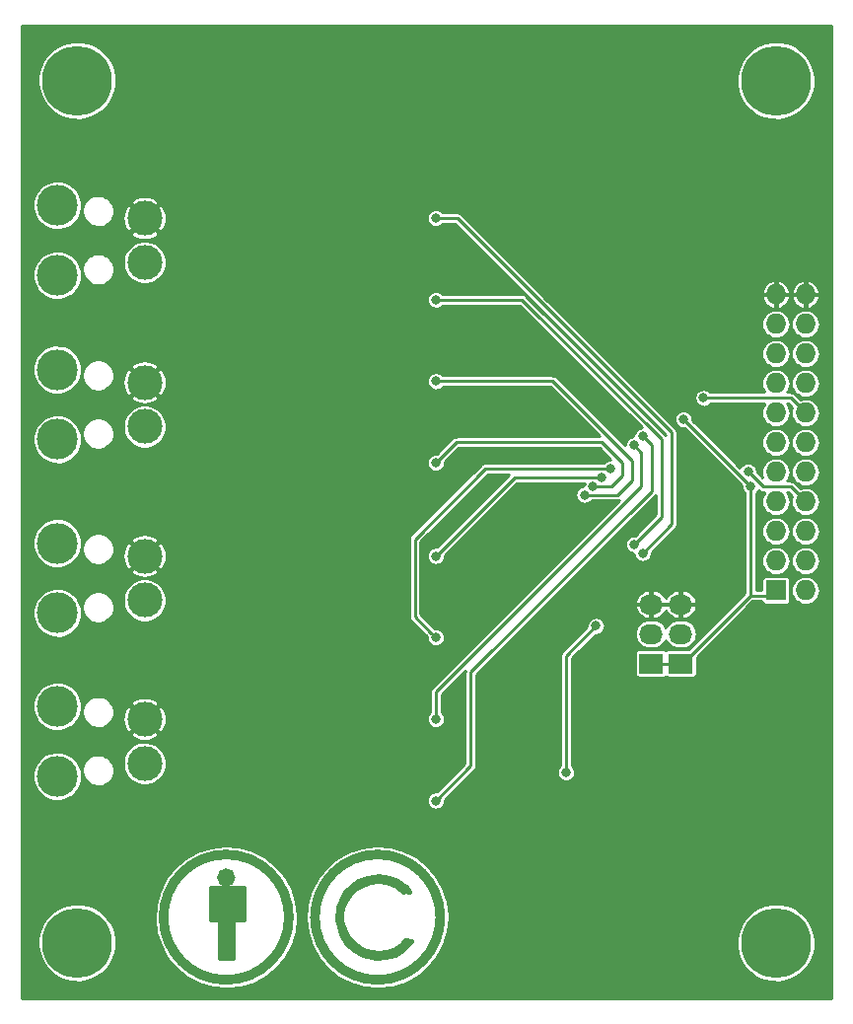
<source format=gbr>
G04 #@! TF.FileFunction,Copper,L2,Bot,Signal*
%FSLAX46Y46*%
G04 Gerber Fmt 4.6, Leading zero omitted, Abs format (unit mm)*
G04 Created by KiCad (PCBNEW 4.0.0-rc1-stable) date 10.06.2016 15:53:23*
%MOMM*%
G01*
G04 APERTURE LIST*
%ADD10C,0.100000*%
%ADD11C,0.381000*%
%ADD12R,1.727200X1.727200*%
%ADD13O,1.727200X1.727200*%
%ADD14C,6.000000*%
%ADD15R,2.032000X1.727200*%
%ADD16O,2.032000X1.727200*%
%ADD17C,3.000000*%
%ADD18C,3.500000*%
%ADD19C,0.800000*%
%ADD20C,0.250000*%
G04 APERTURE END LIST*
D10*
D11*
X33450000Y-74400000D02*
X33700000Y-74800000D01*
X33700000Y-74800000D02*
X33275000Y-74775000D01*
X33275000Y-74775000D02*
X33400000Y-74450000D01*
X33625000Y-79250000D02*
X33850000Y-79025000D01*
X33850000Y-79025000D02*
X33450000Y-78975000D01*
X33300000Y-79375000D02*
X32875000Y-79750000D01*
X32875000Y-79750000D02*
X32850000Y-79750000D01*
X32800860Y-79900680D02*
X31200660Y-80299460D01*
X31200660Y-80299460D02*
X29699520Y-79999740D01*
X29699520Y-79999740D02*
X28698760Y-79301240D01*
X28698760Y-79301240D02*
X28000260Y-78198880D01*
X28000260Y-78198880D02*
X27700540Y-77200660D01*
X27700540Y-77200660D02*
X27901200Y-75999240D01*
X27901200Y-75999240D02*
X28500640Y-74800360D01*
X28500640Y-74800360D02*
X29498860Y-74000260D01*
X29498860Y-74000260D02*
X30900940Y-73700540D01*
X30900940Y-73700540D02*
X32300480Y-73901200D01*
X32300480Y-73901200D02*
X33199640Y-74500640D01*
X33400300Y-78998980D02*
X32998980Y-79400300D01*
X32998980Y-79400300D02*
X32399540Y-79799080D01*
X32399540Y-79799080D02*
X31800100Y-79999740D01*
X31800100Y-79999740D02*
X31099060Y-80098800D01*
X31099060Y-80098800D02*
X30400560Y-79999740D01*
X30400560Y-79999740D02*
X29699520Y-79799080D01*
X29699520Y-79799080D02*
X29100080Y-79301240D01*
X29100080Y-79301240D02*
X28500640Y-78699260D01*
X28500640Y-78699260D02*
X28200920Y-78198880D01*
X28200920Y-78198880D02*
X27901200Y-77398780D01*
X27901200Y-77398780D02*
X27901200Y-76799340D01*
X27901200Y-76799340D02*
X28000260Y-76199900D01*
X28000260Y-76199900D02*
X28200920Y-75699520D01*
X28200920Y-75699520D02*
X28599700Y-75001020D01*
X28599700Y-75001020D02*
X29100080Y-74599700D01*
X29100080Y-74599700D02*
X29699520Y-74200920D01*
X29699520Y-74200920D02*
X30298960Y-74000260D01*
X30298960Y-74000260D02*
X31000000Y-73901200D01*
X31000000Y-73901200D02*
X31800100Y-74000260D01*
X31800100Y-74000260D02*
X32600200Y-74299980D01*
X32600200Y-74299980D02*
X33199640Y-74800360D01*
X33400300Y-74399040D02*
X32699260Y-73901200D01*
X32699260Y-73901200D02*
X32000760Y-73598940D01*
X32000760Y-73598940D02*
X31099060Y-73499880D01*
X31099060Y-73499880D02*
X30199900Y-73598940D01*
X30199900Y-73598940D02*
X29300740Y-73901200D01*
X29300740Y-73901200D02*
X28200920Y-74800360D01*
X28200920Y-74800360D02*
X27598940Y-76100840D01*
X27598940Y-76100840D02*
X27499880Y-77200660D01*
X27499880Y-77200660D02*
X27901200Y-78501140D01*
X27901200Y-78501140D02*
X28299980Y-79199640D01*
X28299980Y-79199640D02*
X29001020Y-79799080D01*
X29001020Y-79799080D02*
X29699520Y-80200400D01*
X29699520Y-80200400D02*
X30799340Y-80500120D01*
X30799340Y-80500120D02*
X31701040Y-80401060D01*
X31701040Y-80401060D02*
X32501140Y-80200400D01*
X32501140Y-80200400D02*
X33100580Y-79799080D01*
X33100580Y-79799080D02*
X33600960Y-79301240D01*
X31000000Y-71599960D02*
X31500380Y-71599960D01*
X31500380Y-71599960D02*
X32300480Y-71899680D01*
X32300480Y-71899680D02*
X32998980Y-72100340D01*
X32998980Y-72100340D02*
X33700020Y-72301000D01*
X33700020Y-72301000D02*
X34299460Y-72798840D01*
X34299460Y-72798840D02*
X35000500Y-73400820D01*
X35000500Y-73400820D02*
X35500880Y-74000260D01*
X35500880Y-74000260D02*
X36001260Y-74899420D01*
X36001260Y-74899420D02*
X36300980Y-75900180D01*
X36300980Y-75900180D02*
X36400040Y-77099060D01*
X36400040Y-77099060D02*
X36199380Y-78300480D01*
X36199380Y-78300480D02*
X35800600Y-79400300D01*
X35800600Y-79400300D02*
X34799840Y-80898900D01*
X34799840Y-80898900D02*
X33600960Y-81800600D01*
X33600960Y-81800600D02*
X32300480Y-82300980D01*
X32300480Y-82300980D02*
X30900940Y-82300980D01*
X30900940Y-82300980D02*
X29399800Y-82199380D01*
X29399800Y-82199380D02*
X28399040Y-81699000D01*
X28399040Y-81699000D02*
X26798840Y-80401060D01*
X26798840Y-80401060D02*
X25998740Y-78800860D01*
X25998740Y-78800860D02*
X25599960Y-77299720D01*
X25599960Y-77299720D02*
X25800620Y-75600460D01*
X25800620Y-75600460D02*
X26301000Y-74500640D01*
X26301000Y-74500640D02*
X27598940Y-72900440D01*
X27598940Y-72900440D02*
X28599700Y-72199400D01*
X28599700Y-72199400D02*
X29600460Y-71800620D01*
X29600460Y-71800620D02*
X31000000Y-71699020D01*
X36180604Y-77000000D02*
G75*
G03X36180604Y-77000000I-5180604J0D01*
G01*
X36588000Y-77000000D02*
G75*
G03X36588000Y-77000000I-5588000J0D01*
G01*
X18398780Y-77299720D02*
X18398780Y-80299460D01*
X18398780Y-80299460D02*
X18200660Y-80299460D01*
X18200660Y-80299460D02*
X18200660Y-77299720D01*
X18200660Y-77299720D02*
X17900940Y-77299720D01*
X17900940Y-77299720D02*
X17900940Y-80401060D01*
X17900940Y-80401060D02*
X17700280Y-80401060D01*
X17700280Y-80401060D02*
X17700280Y-77299720D01*
X16801120Y-75100080D02*
X19399540Y-75100080D01*
X19399540Y-75100080D02*
X19399540Y-75498860D01*
X19399540Y-75498860D02*
X19399540Y-75399800D01*
X19399540Y-75399800D02*
X16801120Y-75399800D01*
X16801120Y-75399800D02*
X16801120Y-75699520D01*
X16801120Y-75699520D02*
X19300480Y-75699520D01*
X19300480Y-75699520D02*
X19300480Y-75900180D01*
X19300480Y-75900180D02*
X16900180Y-75900180D01*
X16900180Y-75900180D02*
X16900180Y-76199900D01*
X16900180Y-76199900D02*
X19399540Y-76199900D01*
X19399540Y-76199900D02*
X19399540Y-76499620D01*
X19399540Y-76499620D02*
X16900180Y-76499620D01*
X16900180Y-76499620D02*
X16900180Y-76700280D01*
X16900180Y-76700280D02*
X19399540Y-76700280D01*
X19399540Y-76700280D02*
X19399540Y-76900940D01*
X19399540Y-76900940D02*
X16900180Y-76900940D01*
X19399540Y-74800360D02*
X16900180Y-74800360D01*
X17700280Y-73200160D02*
X17700280Y-74000260D01*
X18299720Y-73200160D02*
X18299720Y-73901200D01*
X18000000Y-73200160D02*
X18000000Y-74000260D01*
X18599440Y-80500120D02*
X17499620Y-80500120D01*
X17499620Y-80500120D02*
X17499620Y-77299720D01*
X18599440Y-77299720D02*
X18599440Y-80500120D01*
X19501140Y-74500640D02*
X16699520Y-74500640D01*
X16699520Y-74500640D02*
X16699520Y-77200660D01*
X16699520Y-77200660D02*
X19501140Y-77200660D01*
X19501140Y-77200660D02*
X19501140Y-74500640D01*
X18583277Y-73598940D02*
G75*
G03X18583277Y-73598940I-583277J0D01*
G01*
X18000000Y-71599960D02*
X18500380Y-71599960D01*
X18500380Y-71599960D02*
X19300480Y-71899680D01*
X19300480Y-71899680D02*
X19998980Y-72100340D01*
X19998980Y-72100340D02*
X20700020Y-72301000D01*
X20700020Y-72301000D02*
X21299460Y-72798840D01*
X21299460Y-72798840D02*
X22000500Y-73400820D01*
X22000500Y-73400820D02*
X22500880Y-74000260D01*
X22500880Y-74000260D02*
X23001260Y-74899420D01*
X23001260Y-74899420D02*
X23300980Y-75900180D01*
X23300980Y-75900180D02*
X23400040Y-77099060D01*
X23400040Y-77099060D02*
X23199380Y-78300480D01*
X23199380Y-78300480D02*
X22800600Y-79400300D01*
X22800600Y-79400300D02*
X21799840Y-80898900D01*
X21799840Y-80898900D02*
X20600960Y-81800600D01*
X20600960Y-81800600D02*
X19300480Y-82300980D01*
X19300480Y-82300980D02*
X17900940Y-82300980D01*
X17900940Y-82300980D02*
X16399800Y-82199380D01*
X16399800Y-82199380D02*
X15399040Y-81699000D01*
X15399040Y-81699000D02*
X13798840Y-80401060D01*
X13798840Y-80401060D02*
X12998740Y-78800860D01*
X12998740Y-78800860D02*
X12599960Y-77299720D01*
X12599960Y-77299720D02*
X12800620Y-75600460D01*
X12800620Y-75600460D02*
X13301000Y-74500640D01*
X13301000Y-74500640D02*
X14598940Y-72900440D01*
X14598940Y-72900440D02*
X15599700Y-72199400D01*
X15599700Y-72199400D02*
X16600460Y-71800620D01*
X16600460Y-71800620D02*
X18000000Y-71699020D01*
X23180604Y-77000000D02*
G75*
G03X23180604Y-77000000I-5180604J0D01*
G01*
X23588000Y-77000000D02*
G75*
G03X23588000Y-77000000I-5588000J0D01*
G01*
D12*
X65200000Y-48950000D03*
D13*
X67740000Y-48950000D03*
X65200000Y-46410000D03*
X67740000Y-46410000D03*
X65200000Y-43870000D03*
X67740000Y-43870000D03*
X65200000Y-41330000D03*
X67740000Y-41330000D03*
X65200000Y-38790000D03*
X67740000Y-38790000D03*
X65200000Y-36250000D03*
X67740000Y-36250000D03*
X65200000Y-33710000D03*
X67740000Y-33710000D03*
X65200000Y-31170000D03*
X67740000Y-31170000D03*
X65200000Y-28630000D03*
X67740000Y-28630000D03*
X65200000Y-26090000D03*
X67740000Y-26090000D03*
X65200000Y-23550000D03*
X67740000Y-23550000D03*
D14*
X5200000Y-79200000D03*
X65200000Y-79200000D03*
X65200000Y-5200000D03*
X5200000Y-5200000D03*
D15*
X57015000Y-55225001D03*
D16*
X57015000Y-52685001D03*
X57015000Y-50145001D03*
D15*
X54475000Y-55225001D03*
D16*
X54475000Y-52685001D03*
X54475000Y-50145001D03*
D17*
X11000000Y-17000000D03*
X11000000Y-20800000D03*
D18*
X3500000Y-15900000D03*
X3500000Y-21900000D03*
D17*
X11000000Y-31100000D03*
X11000000Y-34900000D03*
D18*
X3500000Y-30000000D03*
X3500000Y-36000000D03*
D17*
X11000000Y-46000000D03*
X11000000Y-49800000D03*
D18*
X3500000Y-44900000D03*
X3500000Y-50900000D03*
D17*
X11000000Y-60000000D03*
X11000000Y-63800000D03*
D18*
X3500000Y-58900000D03*
X3500000Y-64900000D03*
D19*
X49750000Y-52000000D03*
X47200000Y-64600000D03*
X50600000Y-28400000D03*
X57250000Y-34250000D03*
X63000000Y-40000000D03*
X53750000Y-35750000D03*
X36000000Y-67000000D03*
X53000000Y-36500000D03*
X36000000Y-60000000D03*
X51000000Y-38500000D03*
X36000000Y-53000000D03*
X50250000Y-39250000D03*
X36000000Y-46000000D03*
X49500000Y-40000000D03*
X36000000Y-38000000D03*
X48750000Y-40750000D03*
X36000000Y-31000000D03*
X53000000Y-45000000D03*
X36000000Y-24000000D03*
X53750000Y-45750000D03*
X36000000Y-17000000D03*
X62800916Y-38728370D03*
X58981873Y-32435634D03*
D20*
X49750000Y-52000000D02*
X47200000Y-54550000D01*
X47200000Y-54550000D02*
X47200000Y-56550000D01*
X47200000Y-64600000D02*
X47200000Y-56550000D01*
X63000000Y-49389636D02*
X64869081Y-49389636D01*
X64869081Y-49389636D02*
X65200000Y-49058717D01*
X65200000Y-49058717D02*
X65200000Y-48950000D01*
X63000000Y-46763042D02*
X63000000Y-40000000D01*
X63000000Y-49389636D02*
X63000000Y-46763042D01*
X57164635Y-55225001D02*
X63000000Y-49389636D01*
X57015000Y-55225001D02*
X57164635Y-55225001D01*
X57015000Y-55225001D02*
X54475000Y-55225001D01*
X63000000Y-40000000D02*
X57250000Y-34250000D01*
X65186958Y-48950000D02*
X65200000Y-48950000D01*
X53750000Y-35750000D02*
X54512242Y-36512242D01*
X54512242Y-36512242D02*
X54512242Y-40449842D01*
X54512242Y-40449842D02*
X39000000Y-55962084D01*
X39000000Y-55962084D02*
X39000000Y-64000000D01*
X39000000Y-64000000D02*
X36000000Y-67000000D01*
X36000000Y-60000000D02*
X36000000Y-57650597D01*
X36000000Y-57650597D02*
X53654458Y-39996139D01*
X53654458Y-39996139D02*
X53654458Y-37154458D01*
X53654458Y-37154458D02*
X53000000Y-36500000D01*
X51000000Y-38500000D02*
X40250000Y-38500000D01*
X40250000Y-38500000D02*
X34186517Y-44563483D01*
X34186517Y-44563483D02*
X34186517Y-51186517D01*
X34186517Y-51186517D02*
X35600001Y-52600001D01*
X35600001Y-52600001D02*
X36000000Y-53000000D01*
X50250000Y-39250000D02*
X42750000Y-39250000D01*
X42750000Y-39250000D02*
X36000000Y-46000000D01*
X49500000Y-40000000D02*
X51084333Y-40000000D01*
X51084333Y-40000000D02*
X51995603Y-39088730D01*
X51995603Y-39088730D02*
X51995603Y-38012348D01*
X51995603Y-38012348D02*
X50233255Y-36250000D01*
X37750000Y-36250000D02*
X36000000Y-38000000D01*
X50233255Y-36250000D02*
X37750000Y-36250000D01*
X48750000Y-40750000D02*
X51582019Y-40750000D01*
X51582019Y-40750000D02*
X52825030Y-39506989D01*
X52825030Y-39506989D02*
X52825030Y-37799029D01*
X52825030Y-37799029D02*
X46026001Y-31000000D01*
X46026001Y-31000000D02*
X36000000Y-31000000D01*
X53000000Y-45000000D02*
X55370431Y-42629569D01*
X55370431Y-42629569D02*
X55370431Y-35977071D01*
X55370431Y-35977071D02*
X43393360Y-24000000D01*
X43393360Y-24000000D02*
X36000000Y-24000000D01*
X53750000Y-45750000D02*
X56224415Y-43275585D01*
X56224415Y-43275585D02*
X56224415Y-35400126D01*
X37824289Y-17000000D02*
X36000000Y-17000000D01*
X56224415Y-35400126D02*
X37824289Y-17000000D01*
X67740000Y-41330000D02*
X66467699Y-40057699D01*
X66467699Y-40057699D02*
X64130245Y-40057699D01*
X64130245Y-40057699D02*
X63200915Y-39128369D01*
X63200915Y-39128369D02*
X62800916Y-38728370D01*
X66465634Y-32435634D02*
X58981873Y-32435634D01*
X67740000Y-33710000D02*
X66465634Y-32435634D01*
G36*
X69950000Y-83950000D02*
X450000Y-83950000D01*
X450000Y-79483779D01*
X1820564Y-79483779D01*
X1940044Y-80134777D01*
X2183696Y-80750170D01*
X2542237Y-81306517D01*
X3002012Y-81782628D01*
X3545507Y-82160367D01*
X4152021Y-82425346D01*
X4798453Y-82567474D01*
X5460180Y-82581335D01*
X6111996Y-82466402D01*
X6729075Y-82227053D01*
X7287911Y-81872405D01*
X7767220Y-81415965D01*
X8148744Y-80875120D01*
X8417952Y-80270470D01*
X8564588Y-79625046D01*
X8575145Y-78869064D01*
X8446586Y-78219798D01*
X8194367Y-77607867D01*
X7847583Y-77085916D01*
X11847100Y-77085916D01*
X11980969Y-78279385D01*
X12344101Y-79424122D01*
X12922664Y-80476524D01*
X13694622Y-81396508D01*
X14630570Y-82149029D01*
X15694858Y-82705426D01*
X16846949Y-83044505D01*
X18042959Y-83153350D01*
X19237333Y-83027816D01*
X20384577Y-82672685D01*
X21440994Y-82101483D01*
X22366344Y-81335967D01*
X23125381Y-80405295D01*
X23689194Y-79344917D01*
X24036308Y-78195221D01*
X24145075Y-77085916D01*
X24847100Y-77085916D01*
X24980969Y-78279385D01*
X25344101Y-79424122D01*
X25922664Y-80476524D01*
X26694622Y-81396508D01*
X27630570Y-82149029D01*
X28694858Y-82705426D01*
X29846949Y-83044505D01*
X31042959Y-83153350D01*
X32237333Y-83027816D01*
X33384577Y-82672685D01*
X34440994Y-82101483D01*
X35366344Y-81335967D01*
X36125381Y-80405295D01*
X36615359Y-79483779D01*
X61820564Y-79483779D01*
X61940044Y-80134777D01*
X62183696Y-80750170D01*
X62542237Y-81306517D01*
X63002012Y-81782628D01*
X63545507Y-82160367D01*
X64152021Y-82425346D01*
X64798453Y-82567474D01*
X65460180Y-82581335D01*
X66111996Y-82466402D01*
X66729075Y-82227053D01*
X67287911Y-81872405D01*
X67767220Y-81415965D01*
X68148744Y-80875120D01*
X68417952Y-80270470D01*
X68564588Y-79625046D01*
X68575145Y-78869064D01*
X68446586Y-78219798D01*
X68194367Y-77607867D01*
X67828092Y-77056580D01*
X67361715Y-76586935D01*
X66812999Y-76216821D01*
X66202844Y-75960336D01*
X65554491Y-75827248D01*
X64892635Y-75822627D01*
X64242487Y-75946650D01*
X63628810Y-76194591D01*
X63074980Y-76557008D01*
X62602090Y-77020095D01*
X62228155Y-77566214D01*
X61967416Y-78174564D01*
X61829805Y-78821972D01*
X61820564Y-79483779D01*
X36615359Y-79483779D01*
X36689194Y-79344917D01*
X37036308Y-78195221D01*
X37153500Y-77000000D01*
X37151101Y-76828184D01*
X37000582Y-75636701D01*
X36621502Y-74497146D01*
X36028301Y-73452924D01*
X35243574Y-72543808D01*
X34297210Y-71804428D01*
X33225257Y-71262945D01*
X32068544Y-70939985D01*
X30871131Y-70847850D01*
X29678626Y-70990047D01*
X28536452Y-71361162D01*
X27488114Y-71947058D01*
X26573543Y-72725420D01*
X25827573Y-73666599D01*
X25278620Y-74734746D01*
X24947593Y-75889175D01*
X24847100Y-77085916D01*
X24145075Y-77085916D01*
X24153500Y-77000000D01*
X24151101Y-76828184D01*
X24000582Y-75636701D01*
X23621502Y-74497146D01*
X23028301Y-73452924D01*
X22243574Y-72543808D01*
X21297210Y-71804428D01*
X20225257Y-71262945D01*
X19068544Y-70939985D01*
X17871131Y-70847850D01*
X16678626Y-70990047D01*
X15536452Y-71361162D01*
X14488114Y-71947058D01*
X13573543Y-72725420D01*
X12827573Y-73666599D01*
X12278620Y-74734746D01*
X11947593Y-75889175D01*
X11847100Y-77085916D01*
X7847583Y-77085916D01*
X7828092Y-77056580D01*
X7361715Y-76586935D01*
X6812999Y-76216821D01*
X6202844Y-75960336D01*
X5554491Y-75827248D01*
X4892635Y-75822627D01*
X4242487Y-75946650D01*
X3628810Y-76194591D01*
X3074980Y-76557008D01*
X2602090Y-77020095D01*
X2228155Y-77566214D01*
X1967416Y-78174564D01*
X1829805Y-78821972D01*
X1820564Y-79483779D01*
X450000Y-79483779D01*
X450000Y-65078676D01*
X1372207Y-65078676D01*
X1447435Y-65488563D01*
X1600845Y-65876033D01*
X1826593Y-66226326D01*
X2116081Y-66526099D01*
X2458282Y-66763935D01*
X2840162Y-66930774D01*
X3247174Y-67020261D01*
X3663817Y-67028989D01*
X4074220Y-66956624D01*
X4462751Y-66805922D01*
X4814611Y-66582625D01*
X5116398Y-66295237D01*
X5356617Y-65954705D01*
X5526118Y-65574000D01*
X5618445Y-65167622D01*
X5625091Y-64691633D01*
X5590239Y-64515614D01*
X5623193Y-64515614D01*
X5671870Y-64780835D01*
X5771135Y-65031551D01*
X5917208Y-65258211D01*
X6104523Y-65452182D01*
X6325947Y-65606075D01*
X6573046Y-65714030D01*
X6836407Y-65771934D01*
X7105999Y-65777581D01*
X7371554Y-65730756D01*
X7622956Y-65633244D01*
X7850631Y-65488757D01*
X8045904Y-65302801D01*
X8201340Y-65082456D01*
X8311017Y-64836117D01*
X8370758Y-64573167D01*
X8375059Y-64265174D01*
X8322683Y-64000658D01*
X8304959Y-63957655D01*
X9122536Y-63957655D01*
X9188914Y-64319321D01*
X9324276Y-64661205D01*
X9523465Y-64970287D01*
X9778895Y-65234793D01*
X10080837Y-65444648D01*
X10417790Y-65591859D01*
X10776918Y-65670819D01*
X11144544Y-65678519D01*
X11506664Y-65614668D01*
X11849486Y-65481696D01*
X12159951Y-65284669D01*
X12426233Y-65031091D01*
X12638191Y-64730622D01*
X12787751Y-64394706D01*
X12869216Y-64036137D01*
X12875080Y-63616147D01*
X12803659Y-63255443D01*
X12663537Y-62915482D01*
X12460051Y-62609211D01*
X12200953Y-62348298D01*
X11896110Y-62142679D01*
X11557135Y-62000187D01*
X11196939Y-61926249D01*
X10829242Y-61923682D01*
X10468048Y-61992583D01*
X10127117Y-62130329D01*
X9819433Y-62331671D01*
X9556717Y-62588942D01*
X9348975Y-62892341D01*
X9204120Y-63230313D01*
X9127670Y-63589985D01*
X9122536Y-63957655D01*
X8304959Y-63957655D01*
X8219927Y-63751353D01*
X8070704Y-63526755D01*
X7880699Y-63335418D01*
X7657148Y-63184631D01*
X7408566Y-63080137D01*
X7144422Y-63025916D01*
X6874777Y-63024033D01*
X6609902Y-63074561D01*
X6359886Y-63175574D01*
X6134251Y-63323225D01*
X5941592Y-63511891D01*
X5789248Y-63734384D01*
X5683021Y-63982230D01*
X5626958Y-64245989D01*
X5623193Y-64515614D01*
X5590239Y-64515614D01*
X5544147Y-64282836D01*
X5385342Y-63897546D01*
X5154725Y-63550439D01*
X4861080Y-63254737D01*
X4515592Y-63021702D01*
X4131420Y-62860211D01*
X3723198Y-62776415D01*
X3306474Y-62773506D01*
X2897121Y-62851594D01*
X2510732Y-63007705D01*
X2162024Y-63235894D01*
X1864279Y-63527467D01*
X1628838Y-63871320D01*
X1464669Y-64254355D01*
X1378025Y-64661982D01*
X1372207Y-65078676D01*
X450000Y-65078676D01*
X450000Y-61317870D01*
X9788196Y-61317870D01*
X9954124Y-61567123D01*
X10279950Y-61741051D01*
X10633448Y-61848072D01*
X11001032Y-61884073D01*
X11368577Y-61847670D01*
X11721957Y-61740262D01*
X12045876Y-61567123D01*
X12211804Y-61317870D01*
X11000000Y-60106066D01*
X9788196Y-61317870D01*
X450000Y-61317870D01*
X450000Y-59078676D01*
X1372207Y-59078676D01*
X1447435Y-59488563D01*
X1600845Y-59876033D01*
X1826593Y-60226326D01*
X2116081Y-60526099D01*
X2458282Y-60763935D01*
X2840162Y-60930774D01*
X3247174Y-61020261D01*
X3663817Y-61028989D01*
X4074220Y-60956624D01*
X4462751Y-60805922D01*
X4814611Y-60582625D01*
X5116398Y-60295237D01*
X5356617Y-59954705D01*
X5526118Y-59574000D01*
X5539383Y-59515614D01*
X5623193Y-59515614D01*
X5671870Y-59780835D01*
X5771135Y-60031551D01*
X5917208Y-60258211D01*
X6104523Y-60452182D01*
X6325947Y-60606075D01*
X6573046Y-60714030D01*
X6836407Y-60771934D01*
X7105999Y-60777581D01*
X7371554Y-60730756D01*
X7622956Y-60633244D01*
X7850631Y-60488757D01*
X8045904Y-60302801D01*
X8201340Y-60082456D01*
X8237592Y-60001032D01*
X9115927Y-60001032D01*
X9152330Y-60368577D01*
X9259738Y-60721957D01*
X9432877Y-61045876D01*
X9682130Y-61211804D01*
X10893934Y-60000000D01*
X11106066Y-60000000D01*
X12317870Y-61211804D01*
X12567123Y-61045876D01*
X12741051Y-60720050D01*
X12848072Y-60366552D01*
X12884073Y-59998968D01*
X12847670Y-59631423D01*
X12740262Y-59278043D01*
X12567123Y-58954124D01*
X12317870Y-58788196D01*
X11106066Y-60000000D01*
X10893934Y-60000000D01*
X9682130Y-58788196D01*
X9432877Y-58954124D01*
X9258949Y-59279950D01*
X9151928Y-59633448D01*
X9115927Y-60001032D01*
X8237592Y-60001032D01*
X8311017Y-59836117D01*
X8370758Y-59573167D01*
X8375059Y-59265174D01*
X8322683Y-59000658D01*
X8219927Y-58751353D01*
X8173936Y-58682130D01*
X9788196Y-58682130D01*
X11000000Y-59893934D01*
X12211804Y-58682130D01*
X12045876Y-58432877D01*
X11720050Y-58258949D01*
X11366552Y-58151928D01*
X10998968Y-58115927D01*
X10631423Y-58152330D01*
X10278043Y-58259738D01*
X9954124Y-58432877D01*
X9788196Y-58682130D01*
X8173936Y-58682130D01*
X8070704Y-58526755D01*
X7880699Y-58335418D01*
X7657148Y-58184631D01*
X7408566Y-58080137D01*
X7144422Y-58025916D01*
X6874777Y-58024033D01*
X6609902Y-58074561D01*
X6359886Y-58175574D01*
X6134251Y-58323225D01*
X5941592Y-58511891D01*
X5789248Y-58734384D01*
X5683021Y-58982230D01*
X5626958Y-59245989D01*
X5623193Y-59515614D01*
X5539383Y-59515614D01*
X5618445Y-59167622D01*
X5625091Y-58691633D01*
X5544147Y-58282836D01*
X5385342Y-57897546D01*
X5154725Y-57550439D01*
X4861080Y-57254737D01*
X4515592Y-57021702D01*
X4131420Y-56860211D01*
X3723198Y-56776415D01*
X3306474Y-56773506D01*
X2897121Y-56851594D01*
X2510732Y-57007705D01*
X2162024Y-57235894D01*
X1864279Y-57527467D01*
X1628838Y-57871320D01*
X1464669Y-58254355D01*
X1378025Y-58661982D01*
X1372207Y-59078676D01*
X450000Y-59078676D01*
X450000Y-51078676D01*
X1372207Y-51078676D01*
X1447435Y-51488563D01*
X1600845Y-51876033D01*
X1826593Y-52226326D01*
X2116081Y-52526099D01*
X2458282Y-52763935D01*
X2840162Y-52930774D01*
X3247174Y-53020261D01*
X3663817Y-53028989D01*
X4074220Y-52956624D01*
X4462751Y-52805922D01*
X4814611Y-52582625D01*
X5116398Y-52295237D01*
X5356617Y-51954705D01*
X5526118Y-51574000D01*
X5618445Y-51167622D01*
X5625091Y-50691633D01*
X5590239Y-50515614D01*
X5623193Y-50515614D01*
X5671870Y-50780835D01*
X5771135Y-51031551D01*
X5917208Y-51258211D01*
X6104523Y-51452182D01*
X6325947Y-51606075D01*
X6573046Y-51714030D01*
X6836407Y-51771934D01*
X7105999Y-51777581D01*
X7371554Y-51730756D01*
X7622956Y-51633244D01*
X7850631Y-51488757D01*
X8045904Y-51302801D01*
X8201340Y-51082456D01*
X8311017Y-50836117D01*
X8370758Y-50573167D01*
X8375059Y-50265174D01*
X8322683Y-50000658D01*
X8304959Y-49957655D01*
X9122536Y-49957655D01*
X9188914Y-50319321D01*
X9324276Y-50661205D01*
X9523465Y-50970287D01*
X9778895Y-51234793D01*
X10080837Y-51444648D01*
X10417790Y-51591859D01*
X10776918Y-51670819D01*
X11144544Y-51678519D01*
X11506664Y-51614668D01*
X11849486Y-51481696D01*
X12159951Y-51284669D01*
X12426233Y-51031091D01*
X12638191Y-50730622D01*
X12787751Y-50394706D01*
X12869216Y-50036137D01*
X12875080Y-49616147D01*
X12803659Y-49255443D01*
X12663537Y-48915482D01*
X12460051Y-48609211D01*
X12200953Y-48348298D01*
X11896110Y-48142679D01*
X11557135Y-48000187D01*
X11196939Y-47926249D01*
X10829242Y-47923682D01*
X10468048Y-47992583D01*
X10127117Y-48130329D01*
X9819433Y-48331671D01*
X9556717Y-48588942D01*
X9348975Y-48892341D01*
X9204120Y-49230313D01*
X9127670Y-49589985D01*
X9122536Y-49957655D01*
X8304959Y-49957655D01*
X8219927Y-49751353D01*
X8070704Y-49526755D01*
X7880699Y-49335418D01*
X7657148Y-49184631D01*
X7408566Y-49080137D01*
X7144422Y-49025916D01*
X6874777Y-49024033D01*
X6609902Y-49074561D01*
X6359886Y-49175574D01*
X6134251Y-49323225D01*
X5941592Y-49511891D01*
X5789248Y-49734384D01*
X5683021Y-49982230D01*
X5626958Y-50245989D01*
X5623193Y-50515614D01*
X5590239Y-50515614D01*
X5544147Y-50282836D01*
X5385342Y-49897546D01*
X5154725Y-49550439D01*
X4861080Y-49254737D01*
X4515592Y-49021702D01*
X4131420Y-48860211D01*
X3723198Y-48776415D01*
X3306474Y-48773506D01*
X2897121Y-48851594D01*
X2510732Y-49007705D01*
X2162024Y-49235894D01*
X1864279Y-49527467D01*
X1628838Y-49871320D01*
X1464669Y-50254355D01*
X1378025Y-50661982D01*
X1372207Y-51078676D01*
X450000Y-51078676D01*
X450000Y-47317870D01*
X9788196Y-47317870D01*
X9954124Y-47567123D01*
X10279950Y-47741051D01*
X10633448Y-47848072D01*
X11001032Y-47884073D01*
X11368577Y-47847670D01*
X11721957Y-47740262D01*
X12045876Y-47567123D01*
X12211804Y-47317870D01*
X11000000Y-46106066D01*
X9788196Y-47317870D01*
X450000Y-47317870D01*
X450000Y-45078676D01*
X1372207Y-45078676D01*
X1447435Y-45488563D01*
X1600845Y-45876033D01*
X1826593Y-46226326D01*
X2116081Y-46526099D01*
X2458282Y-46763935D01*
X2840162Y-46930774D01*
X3247174Y-47020261D01*
X3663817Y-47028989D01*
X4074220Y-46956624D01*
X4462751Y-46805922D01*
X4814611Y-46582625D01*
X5116398Y-46295237D01*
X5356617Y-45954705D01*
X5526118Y-45574000D01*
X5539383Y-45515614D01*
X5623193Y-45515614D01*
X5671870Y-45780835D01*
X5771135Y-46031551D01*
X5917208Y-46258211D01*
X6104523Y-46452182D01*
X6325947Y-46606075D01*
X6573046Y-46714030D01*
X6836407Y-46771934D01*
X7105999Y-46777581D01*
X7371554Y-46730756D01*
X7622956Y-46633244D01*
X7850631Y-46488757D01*
X8045904Y-46302801D01*
X8201340Y-46082456D01*
X8237592Y-46001032D01*
X9115927Y-46001032D01*
X9152330Y-46368577D01*
X9259738Y-46721957D01*
X9432877Y-47045876D01*
X9682130Y-47211804D01*
X10893934Y-46000000D01*
X11106066Y-46000000D01*
X12317870Y-47211804D01*
X12567123Y-47045876D01*
X12741051Y-46720050D01*
X12848072Y-46366552D01*
X12884073Y-45998968D01*
X12847670Y-45631423D01*
X12740262Y-45278043D01*
X12567123Y-44954124D01*
X12317870Y-44788196D01*
X11106066Y-46000000D01*
X10893934Y-46000000D01*
X9682130Y-44788196D01*
X9432877Y-44954124D01*
X9258949Y-45279950D01*
X9151928Y-45633448D01*
X9115927Y-46001032D01*
X8237592Y-46001032D01*
X8311017Y-45836117D01*
X8370758Y-45573167D01*
X8375059Y-45265174D01*
X8322683Y-45000658D01*
X8219927Y-44751353D01*
X8173936Y-44682130D01*
X9788196Y-44682130D01*
X11000000Y-45893934D01*
X12211804Y-44682130D01*
X12132821Y-44563483D01*
X33686517Y-44563483D01*
X33686517Y-51186517D01*
X33691022Y-51232461D01*
X33695049Y-51278493D01*
X33695782Y-51281018D01*
X33696039Y-51283634D01*
X33709386Y-51327840D01*
X33722274Y-51372201D01*
X33723484Y-51374536D01*
X33724244Y-51377052D01*
X33745911Y-51417802D01*
X33767181Y-51458837D01*
X33768823Y-51460893D01*
X33770056Y-51463213D01*
X33799245Y-51499002D01*
X33828062Y-51535099D01*
X33831669Y-51538757D01*
X33831732Y-51538834D01*
X33831803Y-51538893D01*
X33832964Y-51540070D01*
X35225827Y-52932934D01*
X35223981Y-53065164D01*
X35251417Y-53214653D01*
X35307367Y-53355965D01*
X35389699Y-53483719D01*
X35495277Y-53593048D01*
X35620079Y-53679788D01*
X35759353Y-53740635D01*
X35907793Y-53773272D01*
X36059745Y-53776455D01*
X36209421Y-53750063D01*
X36351121Y-53695101D01*
X36479446Y-53613663D01*
X36589510Y-53508851D01*
X36677119Y-53384657D01*
X36738937Y-53245812D01*
X36772609Y-53097603D01*
X36775033Y-52924007D01*
X36745513Y-52774916D01*
X36687595Y-52634399D01*
X36603488Y-52507807D01*
X36496394Y-52399963D01*
X36370392Y-52314974D01*
X36230283Y-52256077D01*
X36081402Y-52225516D01*
X35931577Y-52224470D01*
X34686517Y-50979411D01*
X34686517Y-44770589D01*
X40457106Y-39000000D01*
X42292893Y-39000000D01*
X36067475Y-45225419D01*
X35929420Y-45224455D01*
X35780127Y-45252934D01*
X35639208Y-45309869D01*
X35512032Y-45393091D01*
X35403443Y-45499429D01*
X35317576Y-45624834D01*
X35257703Y-45764529D01*
X35226103Y-45913194D01*
X35223981Y-46065164D01*
X35251417Y-46214653D01*
X35307367Y-46355965D01*
X35389699Y-46483719D01*
X35495277Y-46593048D01*
X35620079Y-46679788D01*
X35759353Y-46740635D01*
X35907793Y-46773272D01*
X36059745Y-46776455D01*
X36209421Y-46750063D01*
X36351121Y-46695101D01*
X36479446Y-46613663D01*
X36589510Y-46508851D01*
X36677119Y-46384657D01*
X36738937Y-46245812D01*
X36772609Y-46097603D01*
X36774919Y-45932187D01*
X42957107Y-39750000D01*
X48763930Y-39750000D01*
X48757703Y-39764529D01*
X48726103Y-39913194D01*
X48725243Y-39974775D01*
X48679420Y-39974455D01*
X48530127Y-40002934D01*
X48389208Y-40059869D01*
X48262032Y-40143091D01*
X48153443Y-40249429D01*
X48067576Y-40374834D01*
X48007703Y-40514529D01*
X47976103Y-40663194D01*
X47973981Y-40815164D01*
X48001417Y-40964653D01*
X48057367Y-41105965D01*
X48139699Y-41233719D01*
X48245277Y-41343048D01*
X48370079Y-41429788D01*
X48509353Y-41490635D01*
X48657793Y-41523272D01*
X48809745Y-41526455D01*
X48959421Y-41500063D01*
X49101121Y-41445101D01*
X49229446Y-41363663D01*
X49339510Y-41258851D01*
X49345754Y-41250000D01*
X51582019Y-41250000D01*
X51627963Y-41245495D01*
X51673995Y-41241468D01*
X51676520Y-41240735D01*
X51679136Y-41240478D01*
X51713340Y-41230151D01*
X35646447Y-57297044D01*
X35617168Y-57332689D01*
X35587443Y-57368113D01*
X35586175Y-57370420D01*
X35584508Y-57372449D01*
X35562701Y-57413118D01*
X35540432Y-57453626D01*
X35539637Y-57456133D01*
X35538395Y-57458449D01*
X35524893Y-57502612D01*
X35510926Y-57546641D01*
X35510633Y-57549252D01*
X35509864Y-57551768D01*
X35505194Y-57597744D01*
X35500049Y-57643616D01*
X35500013Y-57648754D01*
X35500003Y-57648852D01*
X35500012Y-57648943D01*
X35500000Y-57650597D01*
X35500000Y-59404874D01*
X35403443Y-59499429D01*
X35317576Y-59624834D01*
X35257703Y-59764529D01*
X35226103Y-59913194D01*
X35223981Y-60065164D01*
X35251417Y-60214653D01*
X35307367Y-60355965D01*
X35389699Y-60483719D01*
X35495277Y-60593048D01*
X35620079Y-60679788D01*
X35759353Y-60740635D01*
X35907793Y-60773272D01*
X36059745Y-60776455D01*
X36209421Y-60750063D01*
X36351121Y-60695101D01*
X36479446Y-60613663D01*
X36589510Y-60508851D01*
X36677119Y-60384657D01*
X36738937Y-60245812D01*
X36772609Y-60097603D01*
X36775033Y-59924007D01*
X36745513Y-59774916D01*
X36687595Y-59634399D01*
X36603488Y-59507807D01*
X36500000Y-59403594D01*
X36500000Y-57857703D01*
X38516200Y-55841503D01*
X38510926Y-55858128D01*
X38510633Y-55860739D01*
X38509864Y-55863255D01*
X38505194Y-55909231D01*
X38500049Y-55955103D01*
X38500013Y-55960241D01*
X38500003Y-55960339D01*
X38500012Y-55960430D01*
X38500000Y-55962084D01*
X38500000Y-63792893D01*
X36067475Y-66225419D01*
X35929420Y-66224455D01*
X35780127Y-66252934D01*
X35639208Y-66309869D01*
X35512032Y-66393091D01*
X35403443Y-66499429D01*
X35317576Y-66624834D01*
X35257703Y-66764529D01*
X35226103Y-66913194D01*
X35223981Y-67065164D01*
X35251417Y-67214653D01*
X35307367Y-67355965D01*
X35389699Y-67483719D01*
X35495277Y-67593048D01*
X35620079Y-67679788D01*
X35759353Y-67740635D01*
X35907793Y-67773272D01*
X36059745Y-67776455D01*
X36209421Y-67750063D01*
X36351121Y-67695101D01*
X36479446Y-67613663D01*
X36589510Y-67508851D01*
X36677119Y-67384657D01*
X36738937Y-67245812D01*
X36772609Y-67097603D01*
X36774919Y-66932187D01*
X39041942Y-64665164D01*
X46423981Y-64665164D01*
X46451417Y-64814653D01*
X46507367Y-64955965D01*
X46589699Y-65083719D01*
X46695277Y-65193048D01*
X46820079Y-65279788D01*
X46959353Y-65340635D01*
X47107793Y-65373272D01*
X47259745Y-65376455D01*
X47409421Y-65350063D01*
X47551121Y-65295101D01*
X47679446Y-65213663D01*
X47789510Y-65108851D01*
X47877119Y-64984657D01*
X47938937Y-64845812D01*
X47972609Y-64697603D01*
X47975033Y-64524007D01*
X47945513Y-64374916D01*
X47887595Y-64234399D01*
X47803488Y-64107807D01*
X47700000Y-64003594D01*
X47700000Y-54757106D01*
X48095705Y-54361401D01*
X53082186Y-54361401D01*
X53082186Y-56088601D01*
X53086948Y-56148318D01*
X53118315Y-56249605D01*
X53176657Y-56338144D01*
X53257357Y-56406923D01*
X53354022Y-56450497D01*
X53459000Y-56465415D01*
X55491000Y-56465415D01*
X55550717Y-56460653D01*
X55652004Y-56429286D01*
X55740543Y-56370944D01*
X55746686Y-56363737D01*
X55797357Y-56406923D01*
X55894022Y-56450497D01*
X55999000Y-56465415D01*
X58031000Y-56465415D01*
X58090717Y-56460653D01*
X58192004Y-56429286D01*
X58280543Y-56370944D01*
X58349322Y-56290244D01*
X58392896Y-56193579D01*
X58407814Y-56088601D01*
X58407814Y-54688928D01*
X63207107Y-49889636D01*
X63969402Y-49889636D01*
X63995715Y-49974604D01*
X64054057Y-50063143D01*
X64134757Y-50131922D01*
X64231422Y-50175496D01*
X64336400Y-50190414D01*
X66063600Y-50190414D01*
X66123317Y-50185652D01*
X66224604Y-50154285D01*
X66313143Y-50095943D01*
X66381922Y-50015243D01*
X66425496Y-49918578D01*
X66440414Y-49813600D01*
X66440414Y-48941353D01*
X66495437Y-48941353D01*
X66517346Y-49182090D01*
X66585597Y-49413988D01*
X66697591Y-49628212D01*
X66849061Y-49816603D01*
X67034239Y-49971986D01*
X67246071Y-50088441D01*
X67476488Y-50161534D01*
X67716713Y-50188479D01*
X67734007Y-50188600D01*
X67745993Y-50188600D01*
X67986572Y-50165011D01*
X68217987Y-50095143D01*
X68431424Y-49981656D01*
X68618753Y-49828874D01*
X68772839Y-49642616D01*
X68887813Y-49429977D01*
X68959295Y-49199055D01*
X68984563Y-48958647D01*
X68962654Y-48717910D01*
X68894403Y-48486012D01*
X68782409Y-48271788D01*
X68630939Y-48083397D01*
X68445761Y-47928014D01*
X68233929Y-47811559D01*
X68003512Y-47738466D01*
X67763287Y-47711521D01*
X67745993Y-47711400D01*
X67734007Y-47711400D01*
X67493428Y-47734989D01*
X67262013Y-47804857D01*
X67048576Y-47918344D01*
X66861247Y-48071126D01*
X66707161Y-48257384D01*
X66592187Y-48470023D01*
X66520705Y-48700945D01*
X66495437Y-48941353D01*
X66440414Y-48941353D01*
X66440414Y-48086400D01*
X66435652Y-48026683D01*
X66404285Y-47925396D01*
X66345943Y-47836857D01*
X66265243Y-47768078D01*
X66168578Y-47724504D01*
X66063600Y-47709586D01*
X64336400Y-47709586D01*
X64276683Y-47714348D01*
X64175396Y-47745715D01*
X64086857Y-47804057D01*
X64018078Y-47884757D01*
X63974504Y-47981422D01*
X63959586Y-48086400D01*
X63959586Y-48889636D01*
X63500000Y-48889636D01*
X63500000Y-46401353D01*
X63955437Y-46401353D01*
X63977346Y-46642090D01*
X64045597Y-46873988D01*
X64157591Y-47088212D01*
X64309061Y-47276603D01*
X64494239Y-47431986D01*
X64706071Y-47548441D01*
X64936488Y-47621534D01*
X65176713Y-47648479D01*
X65194007Y-47648600D01*
X65205993Y-47648600D01*
X65446572Y-47625011D01*
X65677987Y-47555143D01*
X65891424Y-47441656D01*
X66078753Y-47288874D01*
X66232839Y-47102616D01*
X66347813Y-46889977D01*
X66419295Y-46659055D01*
X66444563Y-46418647D01*
X66442990Y-46401353D01*
X66495437Y-46401353D01*
X66517346Y-46642090D01*
X66585597Y-46873988D01*
X66697591Y-47088212D01*
X66849061Y-47276603D01*
X67034239Y-47431986D01*
X67246071Y-47548441D01*
X67476488Y-47621534D01*
X67716713Y-47648479D01*
X67734007Y-47648600D01*
X67745993Y-47648600D01*
X67986572Y-47625011D01*
X68217987Y-47555143D01*
X68431424Y-47441656D01*
X68618753Y-47288874D01*
X68772839Y-47102616D01*
X68887813Y-46889977D01*
X68959295Y-46659055D01*
X68984563Y-46418647D01*
X68962654Y-46177910D01*
X68894403Y-45946012D01*
X68782409Y-45731788D01*
X68630939Y-45543397D01*
X68445761Y-45388014D01*
X68233929Y-45271559D01*
X68003512Y-45198466D01*
X67763287Y-45171521D01*
X67745993Y-45171400D01*
X67734007Y-45171400D01*
X67493428Y-45194989D01*
X67262013Y-45264857D01*
X67048576Y-45378344D01*
X66861247Y-45531126D01*
X66707161Y-45717384D01*
X66592187Y-45930023D01*
X66520705Y-46160945D01*
X66495437Y-46401353D01*
X66442990Y-46401353D01*
X66422654Y-46177910D01*
X66354403Y-45946012D01*
X66242409Y-45731788D01*
X66090939Y-45543397D01*
X65905761Y-45388014D01*
X65693929Y-45271559D01*
X65463512Y-45198466D01*
X65223287Y-45171521D01*
X65205993Y-45171400D01*
X65194007Y-45171400D01*
X64953428Y-45194989D01*
X64722013Y-45264857D01*
X64508576Y-45378344D01*
X64321247Y-45531126D01*
X64167161Y-45717384D01*
X64052187Y-45930023D01*
X63980705Y-46160945D01*
X63955437Y-46401353D01*
X63500000Y-46401353D01*
X63500000Y-43861353D01*
X63955437Y-43861353D01*
X63977346Y-44102090D01*
X64045597Y-44333988D01*
X64157591Y-44548212D01*
X64309061Y-44736603D01*
X64494239Y-44891986D01*
X64706071Y-45008441D01*
X64936488Y-45081534D01*
X65176713Y-45108479D01*
X65194007Y-45108600D01*
X65205993Y-45108600D01*
X65446572Y-45085011D01*
X65677987Y-45015143D01*
X65891424Y-44901656D01*
X66078753Y-44748874D01*
X66232839Y-44562616D01*
X66347813Y-44349977D01*
X66419295Y-44119055D01*
X66444563Y-43878647D01*
X66442990Y-43861353D01*
X66495437Y-43861353D01*
X66517346Y-44102090D01*
X66585597Y-44333988D01*
X66697591Y-44548212D01*
X66849061Y-44736603D01*
X67034239Y-44891986D01*
X67246071Y-45008441D01*
X67476488Y-45081534D01*
X67716713Y-45108479D01*
X67734007Y-45108600D01*
X67745993Y-45108600D01*
X67986572Y-45085011D01*
X68217987Y-45015143D01*
X68431424Y-44901656D01*
X68618753Y-44748874D01*
X68772839Y-44562616D01*
X68887813Y-44349977D01*
X68959295Y-44119055D01*
X68984563Y-43878647D01*
X68962654Y-43637910D01*
X68894403Y-43406012D01*
X68782409Y-43191788D01*
X68630939Y-43003397D01*
X68445761Y-42848014D01*
X68233929Y-42731559D01*
X68003512Y-42658466D01*
X67763287Y-42631521D01*
X67745993Y-42631400D01*
X67734007Y-42631400D01*
X67493428Y-42654989D01*
X67262013Y-42724857D01*
X67048576Y-42838344D01*
X66861247Y-42991126D01*
X66707161Y-43177384D01*
X66592187Y-43390023D01*
X66520705Y-43620945D01*
X66495437Y-43861353D01*
X66442990Y-43861353D01*
X66422654Y-43637910D01*
X66354403Y-43406012D01*
X66242409Y-43191788D01*
X66090939Y-43003397D01*
X65905761Y-42848014D01*
X65693929Y-42731559D01*
X65463512Y-42658466D01*
X65223287Y-42631521D01*
X65205993Y-42631400D01*
X65194007Y-42631400D01*
X64953428Y-42654989D01*
X64722013Y-42724857D01*
X64508576Y-42838344D01*
X64321247Y-42991126D01*
X64167161Y-43177384D01*
X64052187Y-43390023D01*
X63980705Y-43620945D01*
X63955437Y-43861353D01*
X63500000Y-43861353D01*
X63500000Y-40594090D01*
X63589510Y-40508851D01*
X63677119Y-40384657D01*
X63699601Y-40334161D01*
X63776692Y-40411252D01*
X63812337Y-40440531D01*
X63847761Y-40470256D01*
X63850068Y-40471524D01*
X63852097Y-40473191D01*
X63892766Y-40494998D01*
X63933274Y-40517267D01*
X63935781Y-40518062D01*
X63938097Y-40519304D01*
X63982260Y-40532806D01*
X64026289Y-40546773D01*
X64028900Y-40547066D01*
X64031416Y-40547835D01*
X64077392Y-40552505D01*
X64123264Y-40557650D01*
X64128402Y-40557686D01*
X64128500Y-40557696D01*
X64128591Y-40557687D01*
X64130245Y-40557699D01*
X64233082Y-40557699D01*
X64167161Y-40637384D01*
X64052187Y-40850023D01*
X63980705Y-41080945D01*
X63955437Y-41321353D01*
X63977346Y-41562090D01*
X64045597Y-41793988D01*
X64157591Y-42008212D01*
X64309061Y-42196603D01*
X64494239Y-42351986D01*
X64706071Y-42468441D01*
X64936488Y-42541534D01*
X65176713Y-42568479D01*
X65194007Y-42568600D01*
X65205993Y-42568600D01*
X65446572Y-42545011D01*
X65677987Y-42475143D01*
X65891424Y-42361656D01*
X66078753Y-42208874D01*
X66232839Y-42022616D01*
X66347813Y-41809977D01*
X66419295Y-41579055D01*
X66444563Y-41338647D01*
X66422654Y-41097910D01*
X66354403Y-40866012D01*
X66242409Y-40651788D01*
X66166760Y-40557699D01*
X66260593Y-40557699D01*
X66582904Y-40880011D01*
X66520705Y-41080945D01*
X66495437Y-41321353D01*
X66517346Y-41562090D01*
X66585597Y-41793988D01*
X66697591Y-42008212D01*
X66849061Y-42196603D01*
X67034239Y-42351986D01*
X67246071Y-42468441D01*
X67476488Y-42541534D01*
X67716713Y-42568479D01*
X67734007Y-42568600D01*
X67745993Y-42568600D01*
X67986572Y-42545011D01*
X68217987Y-42475143D01*
X68431424Y-42361656D01*
X68618753Y-42208874D01*
X68772839Y-42022616D01*
X68887813Y-41809977D01*
X68959295Y-41579055D01*
X68984563Y-41338647D01*
X68962654Y-41097910D01*
X68894403Y-40866012D01*
X68782409Y-40651788D01*
X68630939Y-40463397D01*
X68445761Y-40308014D01*
X68233929Y-40191559D01*
X68003512Y-40118466D01*
X67763287Y-40091521D01*
X67745993Y-40091400D01*
X67734007Y-40091400D01*
X67493428Y-40114989D01*
X67292699Y-40175592D01*
X66821252Y-39704146D01*
X66785607Y-39674867D01*
X66750183Y-39645142D01*
X66747876Y-39643874D01*
X66745847Y-39642207D01*
X66705178Y-39620400D01*
X66664670Y-39598131D01*
X66662163Y-39597336D01*
X66659847Y-39596094D01*
X66615684Y-39582592D01*
X66571655Y-39568625D01*
X66569044Y-39568332D01*
X66566528Y-39567563D01*
X66520552Y-39562893D01*
X66474680Y-39557748D01*
X66469542Y-39557712D01*
X66469444Y-39557702D01*
X66469353Y-39557711D01*
X66467699Y-39557699D01*
X66170725Y-39557699D01*
X66232839Y-39482616D01*
X66347813Y-39269977D01*
X66419295Y-39039055D01*
X66444563Y-38798647D01*
X66442990Y-38781353D01*
X66495437Y-38781353D01*
X66517346Y-39022090D01*
X66585597Y-39253988D01*
X66697591Y-39468212D01*
X66849061Y-39656603D01*
X67034239Y-39811986D01*
X67246071Y-39928441D01*
X67476488Y-40001534D01*
X67716713Y-40028479D01*
X67734007Y-40028600D01*
X67745993Y-40028600D01*
X67986572Y-40005011D01*
X68217987Y-39935143D01*
X68431424Y-39821656D01*
X68618753Y-39668874D01*
X68772839Y-39482616D01*
X68887813Y-39269977D01*
X68959295Y-39039055D01*
X68984563Y-38798647D01*
X68962654Y-38557910D01*
X68894403Y-38326012D01*
X68782409Y-38111788D01*
X68630939Y-37923397D01*
X68445761Y-37768014D01*
X68233929Y-37651559D01*
X68003512Y-37578466D01*
X67763287Y-37551521D01*
X67745993Y-37551400D01*
X67734007Y-37551400D01*
X67493428Y-37574989D01*
X67262013Y-37644857D01*
X67048576Y-37758344D01*
X66861247Y-37911126D01*
X66707161Y-38097384D01*
X66592187Y-38310023D01*
X66520705Y-38540945D01*
X66495437Y-38781353D01*
X66442990Y-38781353D01*
X66422654Y-38557910D01*
X66354403Y-38326012D01*
X66242409Y-38111788D01*
X66090939Y-37923397D01*
X65905761Y-37768014D01*
X65693929Y-37651559D01*
X65463512Y-37578466D01*
X65223287Y-37551521D01*
X65205993Y-37551400D01*
X65194007Y-37551400D01*
X64953428Y-37574989D01*
X64722013Y-37644857D01*
X64508576Y-37758344D01*
X64321247Y-37911126D01*
X64167161Y-38097384D01*
X64052187Y-38310023D01*
X63980705Y-38540945D01*
X63955437Y-38781353D01*
X63977346Y-39022090D01*
X64045597Y-39253988D01*
X64058696Y-39279044D01*
X63573967Y-38794315D01*
X63575949Y-38652377D01*
X63546429Y-38503286D01*
X63488511Y-38362769D01*
X63404404Y-38236177D01*
X63297310Y-38128333D01*
X63171308Y-38043344D01*
X63031199Y-37984447D01*
X62882318Y-37953886D01*
X62730336Y-37952825D01*
X62581043Y-37981304D01*
X62440124Y-38038239D01*
X62312948Y-38121461D01*
X62204359Y-38227799D01*
X62118492Y-38353204D01*
X62101037Y-38393931D01*
X59948459Y-36241353D01*
X63955437Y-36241353D01*
X63977346Y-36482090D01*
X64045597Y-36713988D01*
X64157591Y-36928212D01*
X64309061Y-37116603D01*
X64494239Y-37271986D01*
X64706071Y-37388441D01*
X64936488Y-37461534D01*
X65176713Y-37488479D01*
X65194007Y-37488600D01*
X65205993Y-37488600D01*
X65446572Y-37465011D01*
X65677987Y-37395143D01*
X65891424Y-37281656D01*
X66078753Y-37128874D01*
X66232839Y-36942616D01*
X66347813Y-36729977D01*
X66419295Y-36499055D01*
X66444563Y-36258647D01*
X66442990Y-36241353D01*
X66495437Y-36241353D01*
X66517346Y-36482090D01*
X66585597Y-36713988D01*
X66697591Y-36928212D01*
X66849061Y-37116603D01*
X67034239Y-37271986D01*
X67246071Y-37388441D01*
X67476488Y-37461534D01*
X67716713Y-37488479D01*
X67734007Y-37488600D01*
X67745993Y-37488600D01*
X67986572Y-37465011D01*
X68217987Y-37395143D01*
X68431424Y-37281656D01*
X68618753Y-37128874D01*
X68772839Y-36942616D01*
X68887813Y-36729977D01*
X68959295Y-36499055D01*
X68984563Y-36258647D01*
X68962654Y-36017910D01*
X68894403Y-35786012D01*
X68782409Y-35571788D01*
X68630939Y-35383397D01*
X68445761Y-35228014D01*
X68233929Y-35111559D01*
X68003512Y-35038466D01*
X67763287Y-35011521D01*
X67745993Y-35011400D01*
X67734007Y-35011400D01*
X67493428Y-35034989D01*
X67262013Y-35104857D01*
X67048576Y-35218344D01*
X66861247Y-35371126D01*
X66707161Y-35557384D01*
X66592187Y-35770023D01*
X66520705Y-36000945D01*
X66495437Y-36241353D01*
X66442990Y-36241353D01*
X66422654Y-36017910D01*
X66354403Y-35786012D01*
X66242409Y-35571788D01*
X66090939Y-35383397D01*
X65905761Y-35228014D01*
X65693929Y-35111559D01*
X65463512Y-35038466D01*
X65223287Y-35011521D01*
X65205993Y-35011400D01*
X65194007Y-35011400D01*
X64953428Y-35034989D01*
X64722013Y-35104857D01*
X64508576Y-35218344D01*
X64321247Y-35371126D01*
X64167161Y-35557384D01*
X64052187Y-35770023D01*
X63980705Y-36000945D01*
X63955437Y-36241353D01*
X59948459Y-36241353D01*
X58023051Y-34315945D01*
X58025033Y-34174007D01*
X57995513Y-34024916D01*
X57937595Y-33884399D01*
X57853488Y-33757807D01*
X57746394Y-33649963D01*
X57620392Y-33564974D01*
X57480283Y-33506077D01*
X57331402Y-33475516D01*
X57179420Y-33474455D01*
X57030127Y-33502934D01*
X56889208Y-33559869D01*
X56762032Y-33643091D01*
X56653443Y-33749429D01*
X56567576Y-33874834D01*
X56507703Y-34014529D01*
X56476103Y-34163194D01*
X56473981Y-34315164D01*
X56501417Y-34464653D01*
X56557367Y-34605965D01*
X56639699Y-34733719D01*
X56745277Y-34843048D01*
X56870079Y-34929788D01*
X57009353Y-34990635D01*
X57157793Y-35023272D01*
X57309745Y-35026455D01*
X57317909Y-35025015D01*
X62225827Y-39932933D01*
X62223981Y-40065164D01*
X62251417Y-40214653D01*
X62307367Y-40355965D01*
X62389699Y-40483719D01*
X62495277Y-40593048D01*
X62500000Y-40596331D01*
X62500000Y-49182529D01*
X57697943Y-53984587D01*
X55999000Y-53984587D01*
X55939283Y-53989349D01*
X55837996Y-54020716D01*
X55749457Y-54079058D01*
X55743314Y-54086265D01*
X55692643Y-54043079D01*
X55595978Y-53999505D01*
X55491000Y-53984587D01*
X53459000Y-53984587D01*
X53399283Y-53989349D01*
X53297996Y-54020716D01*
X53209457Y-54079058D01*
X53140678Y-54159758D01*
X53097104Y-54256423D01*
X53082186Y-54361401D01*
X48095705Y-54361401D01*
X49683301Y-52773806D01*
X49809745Y-52776455D01*
X49959421Y-52750063D01*
X50101121Y-52695101D01*
X50130661Y-52676354D01*
X53077300Y-52676354D01*
X53099209Y-52917091D01*
X53167460Y-53148989D01*
X53279454Y-53363213D01*
X53430924Y-53551604D01*
X53616102Y-53706987D01*
X53827934Y-53823442D01*
X54058351Y-53896535D01*
X54298576Y-53923480D01*
X54315870Y-53923601D01*
X54634130Y-53923601D01*
X54874709Y-53900012D01*
X55106124Y-53830144D01*
X55319561Y-53716657D01*
X55506890Y-53563875D01*
X55660976Y-53377617D01*
X55745378Y-53221519D01*
X55819454Y-53363213D01*
X55970924Y-53551604D01*
X56156102Y-53706987D01*
X56367934Y-53823442D01*
X56598351Y-53896535D01*
X56838576Y-53923480D01*
X56855870Y-53923601D01*
X57174130Y-53923601D01*
X57414709Y-53900012D01*
X57646124Y-53830144D01*
X57859561Y-53716657D01*
X58046890Y-53563875D01*
X58200976Y-53377617D01*
X58315950Y-53164978D01*
X58387432Y-52934056D01*
X58412700Y-52693648D01*
X58390791Y-52452911D01*
X58322540Y-52221013D01*
X58210546Y-52006789D01*
X58059076Y-51818398D01*
X57873898Y-51663015D01*
X57662066Y-51546560D01*
X57431649Y-51473467D01*
X57191424Y-51446522D01*
X57174130Y-51446401D01*
X56855870Y-51446401D01*
X56615291Y-51469990D01*
X56383876Y-51539858D01*
X56170439Y-51653345D01*
X55983110Y-51806127D01*
X55829024Y-51992385D01*
X55744622Y-52148483D01*
X55670546Y-52006789D01*
X55519076Y-51818398D01*
X55333898Y-51663015D01*
X55122066Y-51546560D01*
X54891649Y-51473467D01*
X54651424Y-51446522D01*
X54634130Y-51446401D01*
X54315870Y-51446401D01*
X54075291Y-51469990D01*
X53843876Y-51539858D01*
X53630439Y-51653345D01*
X53443110Y-51806127D01*
X53289024Y-51992385D01*
X53174050Y-52205024D01*
X53102568Y-52435946D01*
X53077300Y-52676354D01*
X50130661Y-52676354D01*
X50229446Y-52613663D01*
X50339510Y-52508851D01*
X50427119Y-52384657D01*
X50488937Y-52245812D01*
X50522609Y-52097603D01*
X50525033Y-51924007D01*
X50495513Y-51774916D01*
X50437595Y-51634399D01*
X50353488Y-51507807D01*
X50246394Y-51399963D01*
X50120392Y-51314974D01*
X49980283Y-51256077D01*
X49831402Y-51225516D01*
X49679420Y-51224455D01*
X49530127Y-51252934D01*
X49389208Y-51309869D01*
X49262032Y-51393091D01*
X49153443Y-51499429D01*
X49067576Y-51624834D01*
X49007703Y-51764529D01*
X48976103Y-51913194D01*
X48973981Y-52065164D01*
X48974562Y-52068331D01*
X46846447Y-54196447D01*
X46817168Y-54232092D01*
X46787443Y-54267516D01*
X46786175Y-54269823D01*
X46784508Y-54271852D01*
X46762701Y-54312521D01*
X46740432Y-54353029D01*
X46739637Y-54355536D01*
X46738395Y-54357852D01*
X46724893Y-54402015D01*
X46710926Y-54446044D01*
X46710633Y-54448655D01*
X46709864Y-54451171D01*
X46705194Y-54497147D01*
X46700049Y-54543019D01*
X46700013Y-54548157D01*
X46700003Y-54548255D01*
X46700012Y-54548346D01*
X46700000Y-54550000D01*
X46700000Y-64004874D01*
X46603443Y-64099429D01*
X46517576Y-64224834D01*
X46457703Y-64364529D01*
X46426103Y-64513194D01*
X46423981Y-64665164D01*
X39041942Y-64665164D01*
X39353554Y-64353553D01*
X39382880Y-64317852D01*
X39412557Y-64282484D01*
X39413823Y-64280181D01*
X39415493Y-64278148D01*
X39437320Y-64237440D01*
X39459568Y-64196971D01*
X39460363Y-64194464D01*
X39461605Y-64192148D01*
X39475107Y-64147985D01*
X39489074Y-64103956D01*
X39489367Y-64101345D01*
X39490136Y-64098829D01*
X39494806Y-64052853D01*
X39499951Y-64006981D01*
X39499987Y-64001843D01*
X39499997Y-64001745D01*
X39499988Y-64001654D01*
X39500000Y-64000000D01*
X39500000Y-56169190D01*
X45256708Y-50412482D01*
X53113227Y-50412482D01*
X53149582Y-50549702D01*
X53251074Y-50770770D01*
X53393744Y-50967790D01*
X53572110Y-51133191D01*
X53779317Y-51260617D01*
X54007402Y-51345170D01*
X54247600Y-51383601D01*
X54400000Y-51383601D01*
X54400000Y-50220001D01*
X54550000Y-50220001D01*
X54550000Y-51383601D01*
X54702400Y-51383601D01*
X54942598Y-51345170D01*
X55170683Y-51260617D01*
X55377890Y-51133191D01*
X55556256Y-50967790D01*
X55698926Y-50770770D01*
X55745000Y-50670412D01*
X55791074Y-50770770D01*
X55933744Y-50967790D01*
X56112110Y-51133191D01*
X56319317Y-51260617D01*
X56547402Y-51345170D01*
X56787600Y-51383601D01*
X56940000Y-51383601D01*
X56940000Y-50220001D01*
X57090000Y-50220001D01*
X57090000Y-51383601D01*
X57242400Y-51383601D01*
X57482598Y-51345170D01*
X57710683Y-51260617D01*
X57917890Y-51133191D01*
X58096256Y-50967790D01*
X58238926Y-50770770D01*
X58340418Y-50549702D01*
X58376773Y-50412482D01*
X58309791Y-50220001D01*
X57090000Y-50220001D01*
X56940000Y-50220001D01*
X54550000Y-50220001D01*
X54400000Y-50220001D01*
X53180209Y-50220001D01*
X53113227Y-50412482D01*
X45256708Y-50412482D01*
X45791670Y-49877520D01*
X53113227Y-49877520D01*
X53180209Y-50070001D01*
X54400000Y-50070001D01*
X54400000Y-48906401D01*
X54550000Y-48906401D01*
X54550000Y-50070001D01*
X56940000Y-50070001D01*
X56940000Y-48906401D01*
X57090000Y-48906401D01*
X57090000Y-50070001D01*
X58309791Y-50070001D01*
X58376773Y-49877520D01*
X58340418Y-49740300D01*
X58238926Y-49519232D01*
X58096256Y-49322212D01*
X57917890Y-49156811D01*
X57710683Y-49029385D01*
X57482598Y-48944832D01*
X57242400Y-48906401D01*
X57090000Y-48906401D01*
X56940000Y-48906401D01*
X56787600Y-48906401D01*
X56547402Y-48944832D01*
X56319317Y-49029385D01*
X56112110Y-49156811D01*
X55933744Y-49322212D01*
X55791074Y-49519232D01*
X55745000Y-49619590D01*
X55698926Y-49519232D01*
X55556256Y-49322212D01*
X55377890Y-49156811D01*
X55170683Y-49029385D01*
X54942598Y-48944832D01*
X54702400Y-48906401D01*
X54550000Y-48906401D01*
X54400000Y-48906401D01*
X54247600Y-48906401D01*
X54007402Y-48944832D01*
X53779317Y-49029385D01*
X53572110Y-49156811D01*
X53393744Y-49322212D01*
X53251074Y-49519232D01*
X53149582Y-49740300D01*
X53113227Y-49877520D01*
X45791670Y-49877520D01*
X54865795Y-40803395D01*
X54870431Y-40797751D01*
X54870431Y-42422462D01*
X53067475Y-44225419D01*
X52929420Y-44224455D01*
X52780127Y-44252934D01*
X52639208Y-44309869D01*
X52512032Y-44393091D01*
X52403443Y-44499429D01*
X52317576Y-44624834D01*
X52257703Y-44764529D01*
X52226103Y-44913194D01*
X52223981Y-45065164D01*
X52251417Y-45214653D01*
X52307367Y-45355965D01*
X52389699Y-45483719D01*
X52495277Y-45593048D01*
X52620079Y-45679788D01*
X52759353Y-45740635D01*
X52907793Y-45773272D01*
X52974546Y-45774670D01*
X52973981Y-45815164D01*
X53001417Y-45964653D01*
X53057367Y-46105965D01*
X53139699Y-46233719D01*
X53245277Y-46343048D01*
X53370079Y-46429788D01*
X53509353Y-46490635D01*
X53657793Y-46523272D01*
X53809745Y-46526455D01*
X53959421Y-46500063D01*
X54101121Y-46445101D01*
X54229446Y-46363663D01*
X54339510Y-46258851D01*
X54427119Y-46134657D01*
X54488937Y-45995812D01*
X54522609Y-45847603D01*
X54524919Y-45682187D01*
X56577968Y-43629139D01*
X56607268Y-43593469D01*
X56636972Y-43558069D01*
X56638240Y-43555762D01*
X56639907Y-43553733D01*
X56661714Y-43513064D01*
X56683983Y-43472556D01*
X56684778Y-43470049D01*
X56686020Y-43467733D01*
X56699522Y-43423570D01*
X56713489Y-43379541D01*
X56713782Y-43376930D01*
X56714551Y-43374414D01*
X56719216Y-43328482D01*
X56724366Y-43282566D01*
X56724402Y-43277417D01*
X56724411Y-43277330D01*
X56724403Y-43277249D01*
X56724415Y-43275585D01*
X56724415Y-35400126D01*
X56719910Y-35354174D01*
X56715883Y-35308151D01*
X56715150Y-35305627D01*
X56714893Y-35303009D01*
X56701542Y-35258791D01*
X56688658Y-35214442D01*
X56687448Y-35212107D01*
X56686688Y-35209591D01*
X56665010Y-35168820D01*
X56643751Y-35127807D01*
X56642111Y-35125752D01*
X56640876Y-35123430D01*
X56611669Y-35087620D01*
X56582870Y-35051544D01*
X56579259Y-35047882D01*
X56579200Y-35047809D01*
X56579133Y-35047753D01*
X56577969Y-35046573D01*
X54032194Y-32500798D01*
X58205854Y-32500798D01*
X58233290Y-32650287D01*
X58289240Y-32791599D01*
X58371572Y-32919353D01*
X58477150Y-33028682D01*
X58601952Y-33115422D01*
X58741226Y-33176269D01*
X58889666Y-33208906D01*
X59041618Y-33212089D01*
X59191294Y-33185697D01*
X59332994Y-33130735D01*
X59461319Y-33049297D01*
X59571383Y-32944485D01*
X59577627Y-32935634D01*
X64234790Y-32935634D01*
X64167161Y-33017384D01*
X64052187Y-33230023D01*
X63980705Y-33460945D01*
X63955437Y-33701353D01*
X63977346Y-33942090D01*
X64045597Y-34173988D01*
X64157591Y-34388212D01*
X64309061Y-34576603D01*
X64494239Y-34731986D01*
X64706071Y-34848441D01*
X64936488Y-34921534D01*
X65176713Y-34948479D01*
X65194007Y-34948600D01*
X65205993Y-34948600D01*
X65446572Y-34925011D01*
X65677987Y-34855143D01*
X65891424Y-34741656D01*
X66078753Y-34588874D01*
X66232839Y-34402616D01*
X66347813Y-34189977D01*
X66419295Y-33959055D01*
X66444563Y-33718647D01*
X66422654Y-33477910D01*
X66354403Y-33246012D01*
X66242409Y-33031788D01*
X66165099Y-32935634D01*
X66258528Y-32935634D01*
X66582904Y-33260011D01*
X66520705Y-33460945D01*
X66495437Y-33701353D01*
X66517346Y-33942090D01*
X66585597Y-34173988D01*
X66697591Y-34388212D01*
X66849061Y-34576603D01*
X67034239Y-34731986D01*
X67246071Y-34848441D01*
X67476488Y-34921534D01*
X67716713Y-34948479D01*
X67734007Y-34948600D01*
X67745993Y-34948600D01*
X67986572Y-34925011D01*
X68217987Y-34855143D01*
X68431424Y-34741656D01*
X68618753Y-34588874D01*
X68772839Y-34402616D01*
X68887813Y-34189977D01*
X68959295Y-33959055D01*
X68984563Y-33718647D01*
X68962654Y-33477910D01*
X68894403Y-33246012D01*
X68782409Y-33031788D01*
X68630939Y-32843397D01*
X68445761Y-32688014D01*
X68233929Y-32571559D01*
X68003512Y-32498466D01*
X67763287Y-32471521D01*
X67745993Y-32471400D01*
X67734007Y-32471400D01*
X67493428Y-32494989D01*
X67292699Y-32555592D01*
X66819187Y-32082081D01*
X66783542Y-32052802D01*
X66748118Y-32023077D01*
X66745811Y-32021809D01*
X66743782Y-32020142D01*
X66703113Y-31998335D01*
X66662605Y-31976066D01*
X66660098Y-31975271D01*
X66657782Y-31974029D01*
X66613619Y-31960527D01*
X66569590Y-31946560D01*
X66566979Y-31946267D01*
X66564463Y-31945498D01*
X66518487Y-31940828D01*
X66472615Y-31935683D01*
X66467477Y-31935647D01*
X66467379Y-31935637D01*
X66467288Y-31935646D01*
X66465634Y-31935634D01*
X66172433Y-31935634D01*
X66232839Y-31862616D01*
X66347813Y-31649977D01*
X66419295Y-31419055D01*
X66444563Y-31178647D01*
X66442990Y-31161353D01*
X66495437Y-31161353D01*
X66517346Y-31402090D01*
X66585597Y-31633988D01*
X66697591Y-31848212D01*
X66849061Y-32036603D01*
X67034239Y-32191986D01*
X67246071Y-32308441D01*
X67476488Y-32381534D01*
X67716713Y-32408479D01*
X67734007Y-32408600D01*
X67745993Y-32408600D01*
X67986572Y-32385011D01*
X68217987Y-32315143D01*
X68431424Y-32201656D01*
X68618753Y-32048874D01*
X68772839Y-31862616D01*
X68887813Y-31649977D01*
X68959295Y-31419055D01*
X68984563Y-31178647D01*
X68962654Y-30937910D01*
X68894403Y-30706012D01*
X68782409Y-30491788D01*
X68630939Y-30303397D01*
X68445761Y-30148014D01*
X68233929Y-30031559D01*
X68003512Y-29958466D01*
X67763287Y-29931521D01*
X67745993Y-29931400D01*
X67734007Y-29931400D01*
X67493428Y-29954989D01*
X67262013Y-30024857D01*
X67048576Y-30138344D01*
X66861247Y-30291126D01*
X66707161Y-30477384D01*
X66592187Y-30690023D01*
X66520705Y-30920945D01*
X66495437Y-31161353D01*
X66442990Y-31161353D01*
X66422654Y-30937910D01*
X66354403Y-30706012D01*
X66242409Y-30491788D01*
X66090939Y-30303397D01*
X65905761Y-30148014D01*
X65693929Y-30031559D01*
X65463512Y-29958466D01*
X65223287Y-29931521D01*
X65205993Y-29931400D01*
X65194007Y-29931400D01*
X64953428Y-29954989D01*
X64722013Y-30024857D01*
X64508576Y-30138344D01*
X64321247Y-30291126D01*
X64167161Y-30477384D01*
X64052187Y-30690023D01*
X63980705Y-30920945D01*
X63955437Y-31161353D01*
X63977346Y-31402090D01*
X64045597Y-31633988D01*
X64157591Y-31848212D01*
X64227880Y-31935634D01*
X59577608Y-31935634D01*
X59478267Y-31835597D01*
X59352265Y-31750608D01*
X59212156Y-31691711D01*
X59063275Y-31661150D01*
X58911293Y-31660089D01*
X58762000Y-31688568D01*
X58621081Y-31745503D01*
X58493905Y-31828725D01*
X58385316Y-31935063D01*
X58299449Y-32060468D01*
X58239576Y-32200163D01*
X58207976Y-32348828D01*
X58205854Y-32500798D01*
X54032194Y-32500798D01*
X50152749Y-28621353D01*
X63955437Y-28621353D01*
X63977346Y-28862090D01*
X64045597Y-29093988D01*
X64157591Y-29308212D01*
X64309061Y-29496603D01*
X64494239Y-29651986D01*
X64706071Y-29768441D01*
X64936488Y-29841534D01*
X65176713Y-29868479D01*
X65194007Y-29868600D01*
X65205993Y-29868600D01*
X65446572Y-29845011D01*
X65677987Y-29775143D01*
X65891424Y-29661656D01*
X66078753Y-29508874D01*
X66232839Y-29322616D01*
X66347813Y-29109977D01*
X66419295Y-28879055D01*
X66444563Y-28638647D01*
X66442990Y-28621353D01*
X66495437Y-28621353D01*
X66517346Y-28862090D01*
X66585597Y-29093988D01*
X66697591Y-29308212D01*
X66849061Y-29496603D01*
X67034239Y-29651986D01*
X67246071Y-29768441D01*
X67476488Y-29841534D01*
X67716713Y-29868479D01*
X67734007Y-29868600D01*
X67745993Y-29868600D01*
X67986572Y-29845011D01*
X68217987Y-29775143D01*
X68431424Y-29661656D01*
X68618753Y-29508874D01*
X68772839Y-29322616D01*
X68887813Y-29109977D01*
X68959295Y-28879055D01*
X68984563Y-28638647D01*
X68962654Y-28397910D01*
X68894403Y-28166012D01*
X68782409Y-27951788D01*
X68630939Y-27763397D01*
X68445761Y-27608014D01*
X68233929Y-27491559D01*
X68003512Y-27418466D01*
X67763287Y-27391521D01*
X67745993Y-27391400D01*
X67734007Y-27391400D01*
X67493428Y-27414989D01*
X67262013Y-27484857D01*
X67048576Y-27598344D01*
X66861247Y-27751126D01*
X66707161Y-27937384D01*
X66592187Y-28150023D01*
X66520705Y-28380945D01*
X66495437Y-28621353D01*
X66442990Y-28621353D01*
X66422654Y-28397910D01*
X66354403Y-28166012D01*
X66242409Y-27951788D01*
X66090939Y-27763397D01*
X65905761Y-27608014D01*
X65693929Y-27491559D01*
X65463512Y-27418466D01*
X65223287Y-27391521D01*
X65205993Y-27391400D01*
X65194007Y-27391400D01*
X64953428Y-27414989D01*
X64722013Y-27484857D01*
X64508576Y-27598344D01*
X64321247Y-27751126D01*
X64167161Y-27937384D01*
X64052187Y-28150023D01*
X63980705Y-28380945D01*
X63955437Y-28621353D01*
X50152749Y-28621353D01*
X47612749Y-26081353D01*
X63955437Y-26081353D01*
X63977346Y-26322090D01*
X64045597Y-26553988D01*
X64157591Y-26768212D01*
X64309061Y-26956603D01*
X64494239Y-27111986D01*
X64706071Y-27228441D01*
X64936488Y-27301534D01*
X65176713Y-27328479D01*
X65194007Y-27328600D01*
X65205993Y-27328600D01*
X65446572Y-27305011D01*
X65677987Y-27235143D01*
X65891424Y-27121656D01*
X66078753Y-26968874D01*
X66232839Y-26782616D01*
X66347813Y-26569977D01*
X66419295Y-26339055D01*
X66444563Y-26098647D01*
X66442990Y-26081353D01*
X66495437Y-26081353D01*
X66517346Y-26322090D01*
X66585597Y-26553988D01*
X66697591Y-26768212D01*
X66849061Y-26956603D01*
X67034239Y-27111986D01*
X67246071Y-27228441D01*
X67476488Y-27301534D01*
X67716713Y-27328479D01*
X67734007Y-27328600D01*
X67745993Y-27328600D01*
X67986572Y-27305011D01*
X68217987Y-27235143D01*
X68431424Y-27121656D01*
X68618753Y-26968874D01*
X68772839Y-26782616D01*
X68887813Y-26569977D01*
X68959295Y-26339055D01*
X68984563Y-26098647D01*
X68962654Y-25857910D01*
X68894403Y-25626012D01*
X68782409Y-25411788D01*
X68630939Y-25223397D01*
X68445761Y-25068014D01*
X68233929Y-24951559D01*
X68003512Y-24878466D01*
X67763287Y-24851521D01*
X67745993Y-24851400D01*
X67734007Y-24851400D01*
X67493428Y-24874989D01*
X67262013Y-24944857D01*
X67048576Y-25058344D01*
X66861247Y-25211126D01*
X66707161Y-25397384D01*
X66592187Y-25610023D01*
X66520705Y-25840945D01*
X66495437Y-26081353D01*
X66442990Y-26081353D01*
X66422654Y-25857910D01*
X66354403Y-25626012D01*
X66242409Y-25411788D01*
X66090939Y-25223397D01*
X65905761Y-25068014D01*
X65693929Y-24951559D01*
X65463512Y-24878466D01*
X65223287Y-24851521D01*
X65205993Y-24851400D01*
X65194007Y-24851400D01*
X64953428Y-24874989D01*
X64722013Y-24944857D01*
X64508576Y-25058344D01*
X64321247Y-25211126D01*
X64167161Y-25397384D01*
X64052187Y-25610023D01*
X63980705Y-25840945D01*
X63955437Y-26081353D01*
X47612749Y-26081353D01*
X45348877Y-23817481D01*
X63990627Y-23817481D01*
X64045836Y-23999492D01*
X64155704Y-24216021D01*
X64305704Y-24406956D01*
X64490071Y-24564958D01*
X64701721Y-24683956D01*
X64932519Y-24759377D01*
X65125000Y-24692581D01*
X65125000Y-23625000D01*
X65275000Y-23625000D01*
X65275000Y-24692581D01*
X65467481Y-24759377D01*
X65698279Y-24683956D01*
X65909929Y-24564958D01*
X66094296Y-24406956D01*
X66244296Y-24216021D01*
X66354164Y-23999492D01*
X66409373Y-23817481D01*
X66530627Y-23817481D01*
X66585836Y-23999492D01*
X66695704Y-24216021D01*
X66845704Y-24406956D01*
X67030071Y-24564958D01*
X67241721Y-24683956D01*
X67472519Y-24759377D01*
X67665000Y-24692581D01*
X67665000Y-23625000D01*
X67815000Y-23625000D01*
X67815000Y-24692581D01*
X68007481Y-24759377D01*
X68238279Y-24683956D01*
X68449929Y-24564958D01*
X68634296Y-24406956D01*
X68784296Y-24216021D01*
X68894164Y-23999492D01*
X68949373Y-23817481D01*
X68882391Y-23625000D01*
X67815000Y-23625000D01*
X67665000Y-23625000D01*
X66597609Y-23625000D01*
X66530627Y-23817481D01*
X66409373Y-23817481D01*
X66342391Y-23625000D01*
X65275000Y-23625000D01*
X65125000Y-23625000D01*
X64057609Y-23625000D01*
X63990627Y-23817481D01*
X45348877Y-23817481D01*
X44813915Y-23282519D01*
X63990627Y-23282519D01*
X64057609Y-23475000D01*
X65125000Y-23475000D01*
X65125000Y-22407419D01*
X65275000Y-22407419D01*
X65275000Y-23475000D01*
X66342391Y-23475000D01*
X66409373Y-23282519D01*
X66530627Y-23282519D01*
X66597609Y-23475000D01*
X67665000Y-23475000D01*
X67665000Y-22407419D01*
X67815000Y-22407419D01*
X67815000Y-23475000D01*
X68882391Y-23475000D01*
X68949373Y-23282519D01*
X68894164Y-23100508D01*
X68784296Y-22883979D01*
X68634296Y-22693044D01*
X68449929Y-22535042D01*
X68238279Y-22416044D01*
X68007481Y-22340623D01*
X67815000Y-22407419D01*
X67665000Y-22407419D01*
X67472519Y-22340623D01*
X67241721Y-22416044D01*
X67030071Y-22535042D01*
X66845704Y-22693044D01*
X66695704Y-22883979D01*
X66585836Y-23100508D01*
X66530627Y-23282519D01*
X66409373Y-23282519D01*
X66354164Y-23100508D01*
X66244296Y-22883979D01*
X66094296Y-22693044D01*
X65909929Y-22535042D01*
X65698279Y-22416044D01*
X65467481Y-22340623D01*
X65275000Y-22407419D01*
X65125000Y-22407419D01*
X64932519Y-22340623D01*
X64701721Y-22416044D01*
X64490071Y-22535042D01*
X64305704Y-22693044D01*
X64155704Y-22883979D01*
X64045836Y-23100508D01*
X63990627Y-23282519D01*
X44813915Y-23282519D01*
X38177842Y-16646447D01*
X38142197Y-16617168D01*
X38106773Y-16587443D01*
X38104466Y-16586175D01*
X38102437Y-16584508D01*
X38061768Y-16562701D01*
X38021260Y-16540432D01*
X38018753Y-16539637D01*
X38016437Y-16538395D01*
X37972274Y-16524893D01*
X37928245Y-16510926D01*
X37925634Y-16510633D01*
X37923118Y-16509864D01*
X37877142Y-16505194D01*
X37831270Y-16500049D01*
X37826132Y-16500013D01*
X37826034Y-16500003D01*
X37825943Y-16500012D01*
X37824289Y-16500000D01*
X36595735Y-16500000D01*
X36496394Y-16399963D01*
X36370392Y-16314974D01*
X36230283Y-16256077D01*
X36081402Y-16225516D01*
X35929420Y-16224455D01*
X35780127Y-16252934D01*
X35639208Y-16309869D01*
X35512032Y-16393091D01*
X35403443Y-16499429D01*
X35317576Y-16624834D01*
X35257703Y-16764529D01*
X35226103Y-16913194D01*
X35223981Y-17065164D01*
X35251417Y-17214653D01*
X35307367Y-17355965D01*
X35389699Y-17483719D01*
X35495277Y-17593048D01*
X35620079Y-17679788D01*
X35759353Y-17740635D01*
X35907793Y-17773272D01*
X36059745Y-17776455D01*
X36209421Y-17750063D01*
X36351121Y-17695101D01*
X36479446Y-17613663D01*
X36589510Y-17508851D01*
X36595754Y-17500000D01*
X37617183Y-17500000D01*
X55724415Y-35607233D01*
X55724415Y-35623954D01*
X55723984Y-35623517D01*
X43746913Y-23646447D01*
X43711268Y-23617168D01*
X43675844Y-23587443D01*
X43673537Y-23586175D01*
X43671508Y-23584508D01*
X43630839Y-23562701D01*
X43590331Y-23540432D01*
X43587824Y-23539637D01*
X43585508Y-23538395D01*
X43541345Y-23524893D01*
X43497316Y-23510926D01*
X43494705Y-23510633D01*
X43492189Y-23509864D01*
X43446213Y-23505194D01*
X43400341Y-23500049D01*
X43395203Y-23500013D01*
X43395105Y-23500003D01*
X43395014Y-23500012D01*
X43393360Y-23500000D01*
X36595735Y-23500000D01*
X36496394Y-23399963D01*
X36370392Y-23314974D01*
X36230283Y-23256077D01*
X36081402Y-23225516D01*
X35929420Y-23224455D01*
X35780127Y-23252934D01*
X35639208Y-23309869D01*
X35512032Y-23393091D01*
X35403443Y-23499429D01*
X35317576Y-23624834D01*
X35257703Y-23764529D01*
X35226103Y-23913194D01*
X35223981Y-24065164D01*
X35251417Y-24214653D01*
X35307367Y-24355965D01*
X35389699Y-24483719D01*
X35495277Y-24593048D01*
X35620079Y-24679788D01*
X35759353Y-24740635D01*
X35907793Y-24773272D01*
X36059745Y-24776455D01*
X36209421Y-24750063D01*
X36351121Y-24695101D01*
X36479446Y-24613663D01*
X36589510Y-24508851D01*
X36595754Y-24500000D01*
X43186254Y-24500000D01*
X53663706Y-34977453D01*
X53530127Y-35002934D01*
X53389208Y-35059869D01*
X53262032Y-35143091D01*
X53153443Y-35249429D01*
X53067576Y-35374834D01*
X53007703Y-35514529D01*
X52976103Y-35663194D01*
X52975243Y-35724775D01*
X52929420Y-35724455D01*
X52780127Y-35752934D01*
X52639208Y-35809869D01*
X52512032Y-35893091D01*
X52403443Y-35999429D01*
X52317576Y-36124834D01*
X52257703Y-36264529D01*
X52226103Y-36413194D01*
X52225004Y-36491897D01*
X46379554Y-30646447D01*
X46343909Y-30617168D01*
X46308485Y-30587443D01*
X46306178Y-30586175D01*
X46304149Y-30584508D01*
X46263480Y-30562701D01*
X46222972Y-30540432D01*
X46220465Y-30539637D01*
X46218149Y-30538395D01*
X46173986Y-30524893D01*
X46129957Y-30510926D01*
X46127346Y-30510633D01*
X46124830Y-30509864D01*
X46078854Y-30505194D01*
X46032982Y-30500049D01*
X46027844Y-30500013D01*
X46027746Y-30500003D01*
X46027655Y-30500012D01*
X46026001Y-30500000D01*
X36595735Y-30500000D01*
X36496394Y-30399963D01*
X36370392Y-30314974D01*
X36230283Y-30256077D01*
X36081402Y-30225516D01*
X35929420Y-30224455D01*
X35780127Y-30252934D01*
X35639208Y-30309869D01*
X35512032Y-30393091D01*
X35403443Y-30499429D01*
X35317576Y-30624834D01*
X35257703Y-30764529D01*
X35226103Y-30913194D01*
X35223981Y-31065164D01*
X35251417Y-31214653D01*
X35307367Y-31355965D01*
X35389699Y-31483719D01*
X35495277Y-31593048D01*
X35620079Y-31679788D01*
X35759353Y-31740635D01*
X35907793Y-31773272D01*
X36059745Y-31776455D01*
X36209421Y-31750063D01*
X36351121Y-31695101D01*
X36479446Y-31613663D01*
X36589510Y-31508851D01*
X36595754Y-31500000D01*
X45818895Y-31500000D01*
X50068895Y-35750000D01*
X37750000Y-35750000D01*
X37704048Y-35754505D01*
X37658025Y-35758532D01*
X37655501Y-35759265D01*
X37652883Y-35759522D01*
X37608665Y-35772873D01*
X37564316Y-35785757D01*
X37561981Y-35786967D01*
X37559465Y-35787727D01*
X37518694Y-35809405D01*
X37477681Y-35830664D01*
X37475626Y-35832304D01*
X37473304Y-35833539D01*
X37437494Y-35862746D01*
X37401418Y-35891545D01*
X37397756Y-35895156D01*
X37397683Y-35895215D01*
X37397627Y-35895282D01*
X37396447Y-35896446D01*
X36067475Y-37225419D01*
X35929420Y-37224455D01*
X35780127Y-37252934D01*
X35639208Y-37309869D01*
X35512032Y-37393091D01*
X35403443Y-37499429D01*
X35317576Y-37624834D01*
X35257703Y-37764529D01*
X35226103Y-37913194D01*
X35223981Y-38065164D01*
X35251417Y-38214653D01*
X35307367Y-38355965D01*
X35389699Y-38483719D01*
X35495277Y-38593048D01*
X35620079Y-38679788D01*
X35759353Y-38740635D01*
X35907793Y-38773272D01*
X36059745Y-38776455D01*
X36209421Y-38750063D01*
X36351121Y-38695101D01*
X36479446Y-38613663D01*
X36589510Y-38508851D01*
X36677119Y-38384657D01*
X36738937Y-38245812D01*
X36772609Y-38097603D01*
X36774919Y-37932187D01*
X37957107Y-36750000D01*
X50026149Y-36750000D01*
X51001104Y-37724955D01*
X50929420Y-37724455D01*
X50780127Y-37752934D01*
X50639208Y-37809869D01*
X50512032Y-37893091D01*
X50403443Y-37999429D01*
X50403052Y-38000000D01*
X40250000Y-38000000D01*
X40204052Y-38004505D01*
X40158025Y-38008532D01*
X40155501Y-38009265D01*
X40152883Y-38009522D01*
X40108665Y-38022873D01*
X40064316Y-38035757D01*
X40061981Y-38036967D01*
X40059465Y-38037727D01*
X40018694Y-38059405D01*
X39977681Y-38080664D01*
X39975626Y-38082304D01*
X39973304Y-38083539D01*
X39937494Y-38112746D01*
X39901418Y-38141545D01*
X39897760Y-38145152D01*
X39897683Y-38145215D01*
X39897624Y-38145286D01*
X39896447Y-38146447D01*
X33832964Y-44209930D01*
X33803685Y-44245575D01*
X33773960Y-44280999D01*
X33772692Y-44283306D01*
X33771025Y-44285335D01*
X33749218Y-44326004D01*
X33726949Y-44366512D01*
X33726154Y-44369019D01*
X33724912Y-44371335D01*
X33711410Y-44415498D01*
X33697443Y-44459527D01*
X33697150Y-44462138D01*
X33696381Y-44464654D01*
X33691711Y-44510630D01*
X33686566Y-44556502D01*
X33686530Y-44561640D01*
X33686520Y-44561738D01*
X33686529Y-44561829D01*
X33686517Y-44563483D01*
X12132821Y-44563483D01*
X12045876Y-44432877D01*
X11720050Y-44258949D01*
X11366552Y-44151928D01*
X10998968Y-44115927D01*
X10631423Y-44152330D01*
X10278043Y-44259738D01*
X9954124Y-44432877D01*
X9788196Y-44682130D01*
X8173936Y-44682130D01*
X8070704Y-44526755D01*
X7880699Y-44335418D01*
X7657148Y-44184631D01*
X7408566Y-44080137D01*
X7144422Y-44025916D01*
X6874777Y-44024033D01*
X6609902Y-44074561D01*
X6359886Y-44175574D01*
X6134251Y-44323225D01*
X5941592Y-44511891D01*
X5789248Y-44734384D01*
X5683021Y-44982230D01*
X5626958Y-45245989D01*
X5623193Y-45515614D01*
X5539383Y-45515614D01*
X5618445Y-45167622D01*
X5625091Y-44691633D01*
X5544147Y-44282836D01*
X5385342Y-43897546D01*
X5154725Y-43550439D01*
X4861080Y-43254737D01*
X4515592Y-43021702D01*
X4131420Y-42860211D01*
X3723198Y-42776415D01*
X3306474Y-42773506D01*
X2897121Y-42851594D01*
X2510732Y-43007705D01*
X2162024Y-43235894D01*
X1864279Y-43527467D01*
X1628838Y-43871320D01*
X1464669Y-44254355D01*
X1378025Y-44661982D01*
X1372207Y-45078676D01*
X450000Y-45078676D01*
X450000Y-36178676D01*
X1372207Y-36178676D01*
X1447435Y-36588563D01*
X1600845Y-36976033D01*
X1826593Y-37326326D01*
X2116081Y-37626099D01*
X2458282Y-37863935D01*
X2840162Y-38030774D01*
X3247174Y-38120261D01*
X3663817Y-38128989D01*
X4074220Y-38056624D01*
X4462751Y-37905922D01*
X4814611Y-37682625D01*
X5116398Y-37395237D01*
X5356617Y-37054705D01*
X5526118Y-36674000D01*
X5618445Y-36267622D01*
X5625091Y-35791633D01*
X5590239Y-35615614D01*
X5623193Y-35615614D01*
X5671870Y-35880835D01*
X5771135Y-36131551D01*
X5917208Y-36358211D01*
X6104523Y-36552182D01*
X6325947Y-36706075D01*
X6573046Y-36814030D01*
X6836407Y-36871934D01*
X7105999Y-36877581D01*
X7371554Y-36830756D01*
X7622956Y-36733244D01*
X7850631Y-36588757D01*
X8045904Y-36402801D01*
X8201340Y-36182456D01*
X8311017Y-35936117D01*
X8370758Y-35673167D01*
X8375059Y-35365174D01*
X8322683Y-35100658D01*
X8304959Y-35057655D01*
X9122536Y-35057655D01*
X9188914Y-35419321D01*
X9324276Y-35761205D01*
X9523465Y-36070287D01*
X9778895Y-36334793D01*
X10080837Y-36544648D01*
X10417790Y-36691859D01*
X10776918Y-36770819D01*
X11144544Y-36778519D01*
X11506664Y-36714668D01*
X11849486Y-36581696D01*
X12159951Y-36384669D01*
X12426233Y-36131091D01*
X12638191Y-35830622D01*
X12787751Y-35494706D01*
X12869216Y-35136137D01*
X12875080Y-34716147D01*
X12803659Y-34355443D01*
X12663537Y-34015482D01*
X12460051Y-33709211D01*
X12200953Y-33448298D01*
X11896110Y-33242679D01*
X11557135Y-33100187D01*
X11196939Y-33026249D01*
X10829242Y-33023682D01*
X10468048Y-33092583D01*
X10127117Y-33230329D01*
X9819433Y-33431671D01*
X9556717Y-33688942D01*
X9348975Y-33992341D01*
X9204120Y-34330313D01*
X9127670Y-34689985D01*
X9122536Y-35057655D01*
X8304959Y-35057655D01*
X8219927Y-34851353D01*
X8070704Y-34626755D01*
X7880699Y-34435418D01*
X7657148Y-34284631D01*
X7408566Y-34180137D01*
X7144422Y-34125916D01*
X6874777Y-34124033D01*
X6609902Y-34174561D01*
X6359886Y-34275574D01*
X6134251Y-34423225D01*
X5941592Y-34611891D01*
X5789248Y-34834384D01*
X5683021Y-35082230D01*
X5626958Y-35345989D01*
X5623193Y-35615614D01*
X5590239Y-35615614D01*
X5544147Y-35382836D01*
X5385342Y-34997546D01*
X5154725Y-34650439D01*
X4861080Y-34354737D01*
X4515592Y-34121702D01*
X4131420Y-33960211D01*
X3723198Y-33876415D01*
X3306474Y-33873506D01*
X2897121Y-33951594D01*
X2510732Y-34107705D01*
X2162024Y-34335894D01*
X1864279Y-34627467D01*
X1628838Y-34971320D01*
X1464669Y-35354355D01*
X1378025Y-35761982D01*
X1372207Y-36178676D01*
X450000Y-36178676D01*
X450000Y-32417870D01*
X9788196Y-32417870D01*
X9954124Y-32667123D01*
X10279950Y-32841051D01*
X10633448Y-32948072D01*
X11001032Y-32984073D01*
X11368577Y-32947670D01*
X11721957Y-32840262D01*
X12045876Y-32667123D01*
X12211804Y-32417870D01*
X11000000Y-31206066D01*
X9788196Y-32417870D01*
X450000Y-32417870D01*
X450000Y-30178676D01*
X1372207Y-30178676D01*
X1447435Y-30588563D01*
X1600845Y-30976033D01*
X1826593Y-31326326D01*
X2116081Y-31626099D01*
X2458282Y-31863935D01*
X2840162Y-32030774D01*
X3247174Y-32120261D01*
X3663817Y-32128989D01*
X4074220Y-32056624D01*
X4462751Y-31905922D01*
X4814611Y-31682625D01*
X5116398Y-31395237D01*
X5356617Y-31054705D01*
X5526118Y-30674000D01*
X5539383Y-30615614D01*
X5623193Y-30615614D01*
X5671870Y-30880835D01*
X5771135Y-31131551D01*
X5917208Y-31358211D01*
X6104523Y-31552182D01*
X6325947Y-31706075D01*
X6573046Y-31814030D01*
X6836407Y-31871934D01*
X7105999Y-31877581D01*
X7371554Y-31830756D01*
X7622956Y-31733244D01*
X7850631Y-31588757D01*
X8045904Y-31402801D01*
X8201340Y-31182456D01*
X8237592Y-31101032D01*
X9115927Y-31101032D01*
X9152330Y-31468577D01*
X9259738Y-31821957D01*
X9432877Y-32145876D01*
X9682130Y-32311804D01*
X10893934Y-31100000D01*
X11106066Y-31100000D01*
X12317870Y-32311804D01*
X12567123Y-32145876D01*
X12741051Y-31820050D01*
X12848072Y-31466552D01*
X12884073Y-31098968D01*
X12847670Y-30731423D01*
X12740262Y-30378043D01*
X12567123Y-30054124D01*
X12317870Y-29888196D01*
X11106066Y-31100000D01*
X10893934Y-31100000D01*
X9682130Y-29888196D01*
X9432877Y-30054124D01*
X9258949Y-30379950D01*
X9151928Y-30733448D01*
X9115927Y-31101032D01*
X8237592Y-31101032D01*
X8311017Y-30936117D01*
X8370758Y-30673167D01*
X8375059Y-30365174D01*
X8322683Y-30100658D01*
X8219927Y-29851353D01*
X8173936Y-29782130D01*
X9788196Y-29782130D01*
X11000000Y-30993934D01*
X12211804Y-29782130D01*
X12045876Y-29532877D01*
X11720050Y-29358949D01*
X11366552Y-29251928D01*
X10998968Y-29215927D01*
X10631423Y-29252330D01*
X10278043Y-29359738D01*
X9954124Y-29532877D01*
X9788196Y-29782130D01*
X8173936Y-29782130D01*
X8070704Y-29626755D01*
X7880699Y-29435418D01*
X7657148Y-29284631D01*
X7408566Y-29180137D01*
X7144422Y-29125916D01*
X6874777Y-29124033D01*
X6609902Y-29174561D01*
X6359886Y-29275574D01*
X6134251Y-29423225D01*
X5941592Y-29611891D01*
X5789248Y-29834384D01*
X5683021Y-30082230D01*
X5626958Y-30345989D01*
X5623193Y-30615614D01*
X5539383Y-30615614D01*
X5618445Y-30267622D01*
X5625091Y-29791633D01*
X5544147Y-29382836D01*
X5385342Y-28997546D01*
X5154725Y-28650439D01*
X4861080Y-28354737D01*
X4515592Y-28121702D01*
X4131420Y-27960211D01*
X3723198Y-27876415D01*
X3306474Y-27873506D01*
X2897121Y-27951594D01*
X2510732Y-28107705D01*
X2162024Y-28335894D01*
X1864279Y-28627467D01*
X1628838Y-28971320D01*
X1464669Y-29354355D01*
X1378025Y-29761982D01*
X1372207Y-30178676D01*
X450000Y-30178676D01*
X450000Y-22078676D01*
X1372207Y-22078676D01*
X1447435Y-22488563D01*
X1600845Y-22876033D01*
X1826593Y-23226326D01*
X2116081Y-23526099D01*
X2458282Y-23763935D01*
X2840162Y-23930774D01*
X3247174Y-24020261D01*
X3663817Y-24028989D01*
X4074220Y-23956624D01*
X4462751Y-23805922D01*
X4814611Y-23582625D01*
X5116398Y-23295237D01*
X5356617Y-22954705D01*
X5526118Y-22574000D01*
X5618445Y-22167622D01*
X5625091Y-21691633D01*
X5590239Y-21515614D01*
X5623193Y-21515614D01*
X5671870Y-21780835D01*
X5771135Y-22031551D01*
X5917208Y-22258211D01*
X6104523Y-22452182D01*
X6325947Y-22606075D01*
X6573046Y-22714030D01*
X6836407Y-22771934D01*
X7105999Y-22777581D01*
X7371554Y-22730756D01*
X7622956Y-22633244D01*
X7850631Y-22488757D01*
X8045904Y-22302801D01*
X8201340Y-22082456D01*
X8311017Y-21836117D01*
X8370758Y-21573167D01*
X8375059Y-21265174D01*
X8322683Y-21000658D01*
X8304959Y-20957655D01*
X9122536Y-20957655D01*
X9188914Y-21319321D01*
X9324276Y-21661205D01*
X9523465Y-21970287D01*
X9778895Y-22234793D01*
X10080837Y-22444648D01*
X10417790Y-22591859D01*
X10776918Y-22670819D01*
X11144544Y-22678519D01*
X11506664Y-22614668D01*
X11849486Y-22481696D01*
X12159951Y-22284669D01*
X12426233Y-22031091D01*
X12638191Y-21730622D01*
X12787751Y-21394706D01*
X12869216Y-21036137D01*
X12875080Y-20616147D01*
X12803659Y-20255443D01*
X12663537Y-19915482D01*
X12460051Y-19609211D01*
X12200953Y-19348298D01*
X11896110Y-19142679D01*
X11557135Y-19000187D01*
X11196939Y-18926249D01*
X10829242Y-18923682D01*
X10468048Y-18992583D01*
X10127117Y-19130329D01*
X9819433Y-19331671D01*
X9556717Y-19588942D01*
X9348975Y-19892341D01*
X9204120Y-20230313D01*
X9127670Y-20589985D01*
X9122536Y-20957655D01*
X8304959Y-20957655D01*
X8219927Y-20751353D01*
X8070704Y-20526755D01*
X7880699Y-20335418D01*
X7657148Y-20184631D01*
X7408566Y-20080137D01*
X7144422Y-20025916D01*
X6874777Y-20024033D01*
X6609902Y-20074561D01*
X6359886Y-20175574D01*
X6134251Y-20323225D01*
X5941592Y-20511891D01*
X5789248Y-20734384D01*
X5683021Y-20982230D01*
X5626958Y-21245989D01*
X5623193Y-21515614D01*
X5590239Y-21515614D01*
X5544147Y-21282836D01*
X5385342Y-20897546D01*
X5154725Y-20550439D01*
X4861080Y-20254737D01*
X4515592Y-20021702D01*
X4131420Y-19860211D01*
X3723198Y-19776415D01*
X3306474Y-19773506D01*
X2897121Y-19851594D01*
X2510732Y-20007705D01*
X2162024Y-20235894D01*
X1864279Y-20527467D01*
X1628838Y-20871320D01*
X1464669Y-21254355D01*
X1378025Y-21661982D01*
X1372207Y-22078676D01*
X450000Y-22078676D01*
X450000Y-18317870D01*
X9788196Y-18317870D01*
X9954124Y-18567123D01*
X10279950Y-18741051D01*
X10633448Y-18848072D01*
X11001032Y-18884073D01*
X11368577Y-18847670D01*
X11721957Y-18740262D01*
X12045876Y-18567123D01*
X12211804Y-18317870D01*
X11000000Y-17106066D01*
X9788196Y-18317870D01*
X450000Y-18317870D01*
X450000Y-16078676D01*
X1372207Y-16078676D01*
X1447435Y-16488563D01*
X1600845Y-16876033D01*
X1826593Y-17226326D01*
X2116081Y-17526099D01*
X2458282Y-17763935D01*
X2840162Y-17930774D01*
X3247174Y-18020261D01*
X3663817Y-18028989D01*
X4074220Y-17956624D01*
X4462751Y-17805922D01*
X4814611Y-17582625D01*
X5116398Y-17295237D01*
X5356617Y-16954705D01*
X5526118Y-16574000D01*
X5539383Y-16515614D01*
X5623193Y-16515614D01*
X5671870Y-16780835D01*
X5771135Y-17031551D01*
X5917208Y-17258211D01*
X6104523Y-17452182D01*
X6325947Y-17606075D01*
X6573046Y-17714030D01*
X6836407Y-17771934D01*
X7105999Y-17777581D01*
X7371554Y-17730756D01*
X7622956Y-17633244D01*
X7850631Y-17488757D01*
X8045904Y-17302801D01*
X8201340Y-17082456D01*
X8237592Y-17001032D01*
X9115927Y-17001032D01*
X9152330Y-17368577D01*
X9259738Y-17721957D01*
X9432877Y-18045876D01*
X9682130Y-18211804D01*
X10893934Y-17000000D01*
X11106066Y-17000000D01*
X12317870Y-18211804D01*
X12567123Y-18045876D01*
X12741051Y-17720050D01*
X12848072Y-17366552D01*
X12884073Y-16998968D01*
X12847670Y-16631423D01*
X12740262Y-16278043D01*
X12567123Y-15954124D01*
X12317870Y-15788196D01*
X11106066Y-17000000D01*
X10893934Y-17000000D01*
X9682130Y-15788196D01*
X9432877Y-15954124D01*
X9258949Y-16279950D01*
X9151928Y-16633448D01*
X9115927Y-17001032D01*
X8237592Y-17001032D01*
X8311017Y-16836117D01*
X8370758Y-16573167D01*
X8375059Y-16265174D01*
X8322683Y-16000658D01*
X8219927Y-15751353D01*
X8173936Y-15682130D01*
X9788196Y-15682130D01*
X11000000Y-16893934D01*
X12211804Y-15682130D01*
X12045876Y-15432877D01*
X11720050Y-15258949D01*
X11366552Y-15151928D01*
X10998968Y-15115927D01*
X10631423Y-15152330D01*
X10278043Y-15259738D01*
X9954124Y-15432877D01*
X9788196Y-15682130D01*
X8173936Y-15682130D01*
X8070704Y-15526755D01*
X7880699Y-15335418D01*
X7657148Y-15184631D01*
X7408566Y-15080137D01*
X7144422Y-15025916D01*
X6874777Y-15024033D01*
X6609902Y-15074561D01*
X6359886Y-15175574D01*
X6134251Y-15323225D01*
X5941592Y-15511891D01*
X5789248Y-15734384D01*
X5683021Y-15982230D01*
X5626958Y-16245989D01*
X5623193Y-16515614D01*
X5539383Y-16515614D01*
X5618445Y-16167622D01*
X5625091Y-15691633D01*
X5544147Y-15282836D01*
X5385342Y-14897546D01*
X5154725Y-14550439D01*
X4861080Y-14254737D01*
X4515592Y-14021702D01*
X4131420Y-13860211D01*
X3723198Y-13776415D01*
X3306474Y-13773506D01*
X2897121Y-13851594D01*
X2510732Y-14007705D01*
X2162024Y-14235894D01*
X1864279Y-14527467D01*
X1628838Y-14871320D01*
X1464669Y-15254355D01*
X1378025Y-15661982D01*
X1372207Y-16078676D01*
X450000Y-16078676D01*
X450000Y-5483779D01*
X1820564Y-5483779D01*
X1940044Y-6134777D01*
X2183696Y-6750170D01*
X2542237Y-7306517D01*
X3002012Y-7782628D01*
X3545507Y-8160367D01*
X4152021Y-8425346D01*
X4798453Y-8567474D01*
X5460180Y-8581335D01*
X6111996Y-8466402D01*
X6729075Y-8227053D01*
X7287911Y-7872405D01*
X7767220Y-7415965D01*
X8148744Y-6875120D01*
X8417952Y-6270470D01*
X8564588Y-5625046D01*
X8566560Y-5483779D01*
X61820564Y-5483779D01*
X61940044Y-6134777D01*
X62183696Y-6750170D01*
X62542237Y-7306517D01*
X63002012Y-7782628D01*
X63545507Y-8160367D01*
X64152021Y-8425346D01*
X64798453Y-8567474D01*
X65460180Y-8581335D01*
X66111996Y-8466402D01*
X66729075Y-8227053D01*
X67287911Y-7872405D01*
X67767220Y-7415965D01*
X68148744Y-6875120D01*
X68417952Y-6270470D01*
X68564588Y-5625046D01*
X68575145Y-4869064D01*
X68446586Y-4219798D01*
X68194367Y-3607867D01*
X67828092Y-3056580D01*
X67361715Y-2586935D01*
X66812999Y-2216821D01*
X66202844Y-1960336D01*
X65554491Y-1827248D01*
X64892635Y-1822627D01*
X64242487Y-1946650D01*
X63628810Y-2194591D01*
X63074980Y-2557008D01*
X62602090Y-3020095D01*
X62228155Y-3566214D01*
X61967416Y-4174564D01*
X61829805Y-4821972D01*
X61820564Y-5483779D01*
X8566560Y-5483779D01*
X8575145Y-4869064D01*
X8446586Y-4219798D01*
X8194367Y-3607867D01*
X7828092Y-3056580D01*
X7361715Y-2586935D01*
X6812999Y-2216821D01*
X6202844Y-1960336D01*
X5554491Y-1827248D01*
X4892635Y-1822627D01*
X4242487Y-1946650D01*
X3628810Y-2194591D01*
X3074980Y-2557008D01*
X2602090Y-3020095D01*
X2228155Y-3566214D01*
X1967416Y-4174564D01*
X1829805Y-4821972D01*
X1820564Y-5483779D01*
X450000Y-5483779D01*
X450000Y-450000D01*
X69950000Y-450000D01*
X69950000Y-83950000D01*
X69950000Y-83950000D01*
G37*
X69950000Y-83950000D02*
X450000Y-83950000D01*
X450000Y-79483779D01*
X1820564Y-79483779D01*
X1940044Y-80134777D01*
X2183696Y-80750170D01*
X2542237Y-81306517D01*
X3002012Y-81782628D01*
X3545507Y-82160367D01*
X4152021Y-82425346D01*
X4798453Y-82567474D01*
X5460180Y-82581335D01*
X6111996Y-82466402D01*
X6729075Y-82227053D01*
X7287911Y-81872405D01*
X7767220Y-81415965D01*
X8148744Y-80875120D01*
X8417952Y-80270470D01*
X8564588Y-79625046D01*
X8575145Y-78869064D01*
X8446586Y-78219798D01*
X8194367Y-77607867D01*
X7847583Y-77085916D01*
X11847100Y-77085916D01*
X11980969Y-78279385D01*
X12344101Y-79424122D01*
X12922664Y-80476524D01*
X13694622Y-81396508D01*
X14630570Y-82149029D01*
X15694858Y-82705426D01*
X16846949Y-83044505D01*
X18042959Y-83153350D01*
X19237333Y-83027816D01*
X20384577Y-82672685D01*
X21440994Y-82101483D01*
X22366344Y-81335967D01*
X23125381Y-80405295D01*
X23689194Y-79344917D01*
X24036308Y-78195221D01*
X24145075Y-77085916D01*
X24847100Y-77085916D01*
X24980969Y-78279385D01*
X25344101Y-79424122D01*
X25922664Y-80476524D01*
X26694622Y-81396508D01*
X27630570Y-82149029D01*
X28694858Y-82705426D01*
X29846949Y-83044505D01*
X31042959Y-83153350D01*
X32237333Y-83027816D01*
X33384577Y-82672685D01*
X34440994Y-82101483D01*
X35366344Y-81335967D01*
X36125381Y-80405295D01*
X36615359Y-79483779D01*
X61820564Y-79483779D01*
X61940044Y-80134777D01*
X62183696Y-80750170D01*
X62542237Y-81306517D01*
X63002012Y-81782628D01*
X63545507Y-82160367D01*
X64152021Y-82425346D01*
X64798453Y-82567474D01*
X65460180Y-82581335D01*
X66111996Y-82466402D01*
X66729075Y-82227053D01*
X67287911Y-81872405D01*
X67767220Y-81415965D01*
X68148744Y-80875120D01*
X68417952Y-80270470D01*
X68564588Y-79625046D01*
X68575145Y-78869064D01*
X68446586Y-78219798D01*
X68194367Y-77607867D01*
X67828092Y-77056580D01*
X67361715Y-76586935D01*
X66812999Y-76216821D01*
X66202844Y-75960336D01*
X65554491Y-75827248D01*
X64892635Y-75822627D01*
X64242487Y-75946650D01*
X63628810Y-76194591D01*
X63074980Y-76557008D01*
X62602090Y-77020095D01*
X62228155Y-77566214D01*
X61967416Y-78174564D01*
X61829805Y-78821972D01*
X61820564Y-79483779D01*
X36615359Y-79483779D01*
X36689194Y-79344917D01*
X37036308Y-78195221D01*
X37153500Y-77000000D01*
X37151101Y-76828184D01*
X37000582Y-75636701D01*
X36621502Y-74497146D01*
X36028301Y-73452924D01*
X35243574Y-72543808D01*
X34297210Y-71804428D01*
X33225257Y-71262945D01*
X32068544Y-70939985D01*
X30871131Y-70847850D01*
X29678626Y-70990047D01*
X28536452Y-71361162D01*
X27488114Y-71947058D01*
X26573543Y-72725420D01*
X25827573Y-73666599D01*
X25278620Y-74734746D01*
X24947593Y-75889175D01*
X24847100Y-77085916D01*
X24145075Y-77085916D01*
X24153500Y-77000000D01*
X24151101Y-76828184D01*
X24000582Y-75636701D01*
X23621502Y-74497146D01*
X23028301Y-73452924D01*
X22243574Y-72543808D01*
X21297210Y-71804428D01*
X20225257Y-71262945D01*
X19068544Y-70939985D01*
X17871131Y-70847850D01*
X16678626Y-70990047D01*
X15536452Y-71361162D01*
X14488114Y-71947058D01*
X13573543Y-72725420D01*
X12827573Y-73666599D01*
X12278620Y-74734746D01*
X11947593Y-75889175D01*
X11847100Y-77085916D01*
X7847583Y-77085916D01*
X7828092Y-77056580D01*
X7361715Y-76586935D01*
X6812999Y-76216821D01*
X6202844Y-75960336D01*
X5554491Y-75827248D01*
X4892635Y-75822627D01*
X4242487Y-75946650D01*
X3628810Y-76194591D01*
X3074980Y-76557008D01*
X2602090Y-77020095D01*
X2228155Y-77566214D01*
X1967416Y-78174564D01*
X1829805Y-78821972D01*
X1820564Y-79483779D01*
X450000Y-79483779D01*
X450000Y-65078676D01*
X1372207Y-65078676D01*
X1447435Y-65488563D01*
X1600845Y-65876033D01*
X1826593Y-66226326D01*
X2116081Y-66526099D01*
X2458282Y-66763935D01*
X2840162Y-66930774D01*
X3247174Y-67020261D01*
X3663817Y-67028989D01*
X4074220Y-66956624D01*
X4462751Y-66805922D01*
X4814611Y-66582625D01*
X5116398Y-66295237D01*
X5356617Y-65954705D01*
X5526118Y-65574000D01*
X5618445Y-65167622D01*
X5625091Y-64691633D01*
X5590239Y-64515614D01*
X5623193Y-64515614D01*
X5671870Y-64780835D01*
X5771135Y-65031551D01*
X5917208Y-65258211D01*
X6104523Y-65452182D01*
X6325947Y-65606075D01*
X6573046Y-65714030D01*
X6836407Y-65771934D01*
X7105999Y-65777581D01*
X7371554Y-65730756D01*
X7622956Y-65633244D01*
X7850631Y-65488757D01*
X8045904Y-65302801D01*
X8201340Y-65082456D01*
X8311017Y-64836117D01*
X8370758Y-64573167D01*
X8375059Y-64265174D01*
X8322683Y-64000658D01*
X8304959Y-63957655D01*
X9122536Y-63957655D01*
X9188914Y-64319321D01*
X9324276Y-64661205D01*
X9523465Y-64970287D01*
X9778895Y-65234793D01*
X10080837Y-65444648D01*
X10417790Y-65591859D01*
X10776918Y-65670819D01*
X11144544Y-65678519D01*
X11506664Y-65614668D01*
X11849486Y-65481696D01*
X12159951Y-65284669D01*
X12426233Y-65031091D01*
X12638191Y-64730622D01*
X12787751Y-64394706D01*
X12869216Y-64036137D01*
X12875080Y-63616147D01*
X12803659Y-63255443D01*
X12663537Y-62915482D01*
X12460051Y-62609211D01*
X12200953Y-62348298D01*
X11896110Y-62142679D01*
X11557135Y-62000187D01*
X11196939Y-61926249D01*
X10829242Y-61923682D01*
X10468048Y-61992583D01*
X10127117Y-62130329D01*
X9819433Y-62331671D01*
X9556717Y-62588942D01*
X9348975Y-62892341D01*
X9204120Y-63230313D01*
X9127670Y-63589985D01*
X9122536Y-63957655D01*
X8304959Y-63957655D01*
X8219927Y-63751353D01*
X8070704Y-63526755D01*
X7880699Y-63335418D01*
X7657148Y-63184631D01*
X7408566Y-63080137D01*
X7144422Y-63025916D01*
X6874777Y-63024033D01*
X6609902Y-63074561D01*
X6359886Y-63175574D01*
X6134251Y-63323225D01*
X5941592Y-63511891D01*
X5789248Y-63734384D01*
X5683021Y-63982230D01*
X5626958Y-64245989D01*
X5623193Y-64515614D01*
X5590239Y-64515614D01*
X5544147Y-64282836D01*
X5385342Y-63897546D01*
X5154725Y-63550439D01*
X4861080Y-63254737D01*
X4515592Y-63021702D01*
X4131420Y-62860211D01*
X3723198Y-62776415D01*
X3306474Y-62773506D01*
X2897121Y-62851594D01*
X2510732Y-63007705D01*
X2162024Y-63235894D01*
X1864279Y-63527467D01*
X1628838Y-63871320D01*
X1464669Y-64254355D01*
X1378025Y-64661982D01*
X1372207Y-65078676D01*
X450000Y-65078676D01*
X450000Y-61317870D01*
X9788196Y-61317870D01*
X9954124Y-61567123D01*
X10279950Y-61741051D01*
X10633448Y-61848072D01*
X11001032Y-61884073D01*
X11368577Y-61847670D01*
X11721957Y-61740262D01*
X12045876Y-61567123D01*
X12211804Y-61317870D01*
X11000000Y-60106066D01*
X9788196Y-61317870D01*
X450000Y-61317870D01*
X450000Y-59078676D01*
X1372207Y-59078676D01*
X1447435Y-59488563D01*
X1600845Y-59876033D01*
X1826593Y-60226326D01*
X2116081Y-60526099D01*
X2458282Y-60763935D01*
X2840162Y-60930774D01*
X3247174Y-61020261D01*
X3663817Y-61028989D01*
X4074220Y-60956624D01*
X4462751Y-60805922D01*
X4814611Y-60582625D01*
X5116398Y-60295237D01*
X5356617Y-59954705D01*
X5526118Y-59574000D01*
X5539383Y-59515614D01*
X5623193Y-59515614D01*
X5671870Y-59780835D01*
X5771135Y-60031551D01*
X5917208Y-60258211D01*
X6104523Y-60452182D01*
X6325947Y-60606075D01*
X6573046Y-60714030D01*
X6836407Y-60771934D01*
X7105999Y-60777581D01*
X7371554Y-60730756D01*
X7622956Y-60633244D01*
X7850631Y-60488757D01*
X8045904Y-60302801D01*
X8201340Y-60082456D01*
X8237592Y-60001032D01*
X9115927Y-60001032D01*
X9152330Y-60368577D01*
X9259738Y-60721957D01*
X9432877Y-61045876D01*
X9682130Y-61211804D01*
X10893934Y-60000000D01*
X11106066Y-60000000D01*
X12317870Y-61211804D01*
X12567123Y-61045876D01*
X12741051Y-60720050D01*
X12848072Y-60366552D01*
X12884073Y-59998968D01*
X12847670Y-59631423D01*
X12740262Y-59278043D01*
X12567123Y-58954124D01*
X12317870Y-58788196D01*
X11106066Y-60000000D01*
X10893934Y-60000000D01*
X9682130Y-58788196D01*
X9432877Y-58954124D01*
X9258949Y-59279950D01*
X9151928Y-59633448D01*
X9115927Y-60001032D01*
X8237592Y-60001032D01*
X8311017Y-59836117D01*
X8370758Y-59573167D01*
X8375059Y-59265174D01*
X8322683Y-59000658D01*
X8219927Y-58751353D01*
X8173936Y-58682130D01*
X9788196Y-58682130D01*
X11000000Y-59893934D01*
X12211804Y-58682130D01*
X12045876Y-58432877D01*
X11720050Y-58258949D01*
X11366552Y-58151928D01*
X10998968Y-58115927D01*
X10631423Y-58152330D01*
X10278043Y-58259738D01*
X9954124Y-58432877D01*
X9788196Y-58682130D01*
X8173936Y-58682130D01*
X8070704Y-58526755D01*
X7880699Y-58335418D01*
X7657148Y-58184631D01*
X7408566Y-58080137D01*
X7144422Y-58025916D01*
X6874777Y-58024033D01*
X6609902Y-58074561D01*
X6359886Y-58175574D01*
X6134251Y-58323225D01*
X5941592Y-58511891D01*
X5789248Y-58734384D01*
X5683021Y-58982230D01*
X5626958Y-59245989D01*
X5623193Y-59515614D01*
X5539383Y-59515614D01*
X5618445Y-59167622D01*
X5625091Y-58691633D01*
X5544147Y-58282836D01*
X5385342Y-57897546D01*
X5154725Y-57550439D01*
X4861080Y-57254737D01*
X4515592Y-57021702D01*
X4131420Y-56860211D01*
X3723198Y-56776415D01*
X3306474Y-56773506D01*
X2897121Y-56851594D01*
X2510732Y-57007705D01*
X2162024Y-57235894D01*
X1864279Y-57527467D01*
X1628838Y-57871320D01*
X1464669Y-58254355D01*
X1378025Y-58661982D01*
X1372207Y-59078676D01*
X450000Y-59078676D01*
X450000Y-51078676D01*
X1372207Y-51078676D01*
X1447435Y-51488563D01*
X1600845Y-51876033D01*
X1826593Y-52226326D01*
X2116081Y-52526099D01*
X2458282Y-52763935D01*
X2840162Y-52930774D01*
X3247174Y-53020261D01*
X3663817Y-53028989D01*
X4074220Y-52956624D01*
X4462751Y-52805922D01*
X4814611Y-52582625D01*
X5116398Y-52295237D01*
X5356617Y-51954705D01*
X5526118Y-51574000D01*
X5618445Y-51167622D01*
X5625091Y-50691633D01*
X5590239Y-50515614D01*
X5623193Y-50515614D01*
X5671870Y-50780835D01*
X5771135Y-51031551D01*
X5917208Y-51258211D01*
X6104523Y-51452182D01*
X6325947Y-51606075D01*
X6573046Y-51714030D01*
X6836407Y-51771934D01*
X7105999Y-51777581D01*
X7371554Y-51730756D01*
X7622956Y-51633244D01*
X7850631Y-51488757D01*
X8045904Y-51302801D01*
X8201340Y-51082456D01*
X8311017Y-50836117D01*
X8370758Y-50573167D01*
X8375059Y-50265174D01*
X8322683Y-50000658D01*
X8304959Y-49957655D01*
X9122536Y-49957655D01*
X9188914Y-50319321D01*
X9324276Y-50661205D01*
X9523465Y-50970287D01*
X9778895Y-51234793D01*
X10080837Y-51444648D01*
X10417790Y-51591859D01*
X10776918Y-51670819D01*
X11144544Y-51678519D01*
X11506664Y-51614668D01*
X11849486Y-51481696D01*
X12159951Y-51284669D01*
X12426233Y-51031091D01*
X12638191Y-50730622D01*
X12787751Y-50394706D01*
X12869216Y-50036137D01*
X12875080Y-49616147D01*
X12803659Y-49255443D01*
X12663537Y-48915482D01*
X12460051Y-48609211D01*
X12200953Y-48348298D01*
X11896110Y-48142679D01*
X11557135Y-48000187D01*
X11196939Y-47926249D01*
X10829242Y-47923682D01*
X10468048Y-47992583D01*
X10127117Y-48130329D01*
X9819433Y-48331671D01*
X9556717Y-48588942D01*
X9348975Y-48892341D01*
X9204120Y-49230313D01*
X9127670Y-49589985D01*
X9122536Y-49957655D01*
X8304959Y-49957655D01*
X8219927Y-49751353D01*
X8070704Y-49526755D01*
X7880699Y-49335418D01*
X7657148Y-49184631D01*
X7408566Y-49080137D01*
X7144422Y-49025916D01*
X6874777Y-49024033D01*
X6609902Y-49074561D01*
X6359886Y-49175574D01*
X6134251Y-49323225D01*
X5941592Y-49511891D01*
X5789248Y-49734384D01*
X5683021Y-49982230D01*
X5626958Y-50245989D01*
X5623193Y-50515614D01*
X5590239Y-50515614D01*
X5544147Y-50282836D01*
X5385342Y-49897546D01*
X5154725Y-49550439D01*
X4861080Y-49254737D01*
X4515592Y-49021702D01*
X4131420Y-48860211D01*
X3723198Y-48776415D01*
X3306474Y-48773506D01*
X2897121Y-48851594D01*
X2510732Y-49007705D01*
X2162024Y-49235894D01*
X1864279Y-49527467D01*
X1628838Y-49871320D01*
X1464669Y-50254355D01*
X1378025Y-50661982D01*
X1372207Y-51078676D01*
X450000Y-51078676D01*
X450000Y-47317870D01*
X9788196Y-47317870D01*
X9954124Y-47567123D01*
X10279950Y-47741051D01*
X10633448Y-47848072D01*
X11001032Y-47884073D01*
X11368577Y-47847670D01*
X11721957Y-47740262D01*
X12045876Y-47567123D01*
X12211804Y-47317870D01*
X11000000Y-46106066D01*
X9788196Y-47317870D01*
X450000Y-47317870D01*
X450000Y-45078676D01*
X1372207Y-45078676D01*
X1447435Y-45488563D01*
X1600845Y-45876033D01*
X1826593Y-46226326D01*
X2116081Y-46526099D01*
X2458282Y-46763935D01*
X2840162Y-46930774D01*
X3247174Y-47020261D01*
X3663817Y-47028989D01*
X4074220Y-46956624D01*
X4462751Y-46805922D01*
X4814611Y-46582625D01*
X5116398Y-46295237D01*
X5356617Y-45954705D01*
X5526118Y-45574000D01*
X5539383Y-45515614D01*
X5623193Y-45515614D01*
X5671870Y-45780835D01*
X5771135Y-46031551D01*
X5917208Y-46258211D01*
X6104523Y-46452182D01*
X6325947Y-46606075D01*
X6573046Y-46714030D01*
X6836407Y-46771934D01*
X7105999Y-46777581D01*
X7371554Y-46730756D01*
X7622956Y-46633244D01*
X7850631Y-46488757D01*
X8045904Y-46302801D01*
X8201340Y-46082456D01*
X8237592Y-46001032D01*
X9115927Y-46001032D01*
X9152330Y-46368577D01*
X9259738Y-46721957D01*
X9432877Y-47045876D01*
X9682130Y-47211804D01*
X10893934Y-46000000D01*
X11106066Y-46000000D01*
X12317870Y-47211804D01*
X12567123Y-47045876D01*
X12741051Y-46720050D01*
X12848072Y-46366552D01*
X12884073Y-45998968D01*
X12847670Y-45631423D01*
X12740262Y-45278043D01*
X12567123Y-44954124D01*
X12317870Y-44788196D01*
X11106066Y-46000000D01*
X10893934Y-46000000D01*
X9682130Y-44788196D01*
X9432877Y-44954124D01*
X9258949Y-45279950D01*
X9151928Y-45633448D01*
X9115927Y-46001032D01*
X8237592Y-46001032D01*
X8311017Y-45836117D01*
X8370758Y-45573167D01*
X8375059Y-45265174D01*
X8322683Y-45000658D01*
X8219927Y-44751353D01*
X8173936Y-44682130D01*
X9788196Y-44682130D01*
X11000000Y-45893934D01*
X12211804Y-44682130D01*
X12132821Y-44563483D01*
X33686517Y-44563483D01*
X33686517Y-51186517D01*
X33691022Y-51232461D01*
X33695049Y-51278493D01*
X33695782Y-51281018D01*
X33696039Y-51283634D01*
X33709386Y-51327840D01*
X33722274Y-51372201D01*
X33723484Y-51374536D01*
X33724244Y-51377052D01*
X33745911Y-51417802D01*
X33767181Y-51458837D01*
X33768823Y-51460893D01*
X33770056Y-51463213D01*
X33799245Y-51499002D01*
X33828062Y-51535099D01*
X33831669Y-51538757D01*
X33831732Y-51538834D01*
X33831803Y-51538893D01*
X33832964Y-51540070D01*
X35225827Y-52932934D01*
X35223981Y-53065164D01*
X35251417Y-53214653D01*
X35307367Y-53355965D01*
X35389699Y-53483719D01*
X35495277Y-53593048D01*
X35620079Y-53679788D01*
X35759353Y-53740635D01*
X35907793Y-53773272D01*
X36059745Y-53776455D01*
X36209421Y-53750063D01*
X36351121Y-53695101D01*
X36479446Y-53613663D01*
X36589510Y-53508851D01*
X36677119Y-53384657D01*
X36738937Y-53245812D01*
X36772609Y-53097603D01*
X36775033Y-52924007D01*
X36745513Y-52774916D01*
X36687595Y-52634399D01*
X36603488Y-52507807D01*
X36496394Y-52399963D01*
X36370392Y-52314974D01*
X36230283Y-52256077D01*
X36081402Y-52225516D01*
X35931577Y-52224470D01*
X34686517Y-50979411D01*
X34686517Y-44770589D01*
X40457106Y-39000000D01*
X42292893Y-39000000D01*
X36067475Y-45225419D01*
X35929420Y-45224455D01*
X35780127Y-45252934D01*
X35639208Y-45309869D01*
X35512032Y-45393091D01*
X35403443Y-45499429D01*
X35317576Y-45624834D01*
X35257703Y-45764529D01*
X35226103Y-45913194D01*
X35223981Y-46065164D01*
X35251417Y-46214653D01*
X35307367Y-46355965D01*
X35389699Y-46483719D01*
X35495277Y-46593048D01*
X35620079Y-46679788D01*
X35759353Y-46740635D01*
X35907793Y-46773272D01*
X36059745Y-46776455D01*
X36209421Y-46750063D01*
X36351121Y-46695101D01*
X36479446Y-46613663D01*
X36589510Y-46508851D01*
X36677119Y-46384657D01*
X36738937Y-46245812D01*
X36772609Y-46097603D01*
X36774919Y-45932187D01*
X42957107Y-39750000D01*
X48763930Y-39750000D01*
X48757703Y-39764529D01*
X48726103Y-39913194D01*
X48725243Y-39974775D01*
X48679420Y-39974455D01*
X48530127Y-40002934D01*
X48389208Y-40059869D01*
X48262032Y-40143091D01*
X48153443Y-40249429D01*
X48067576Y-40374834D01*
X48007703Y-40514529D01*
X47976103Y-40663194D01*
X47973981Y-40815164D01*
X48001417Y-40964653D01*
X48057367Y-41105965D01*
X48139699Y-41233719D01*
X48245277Y-41343048D01*
X48370079Y-41429788D01*
X48509353Y-41490635D01*
X48657793Y-41523272D01*
X48809745Y-41526455D01*
X48959421Y-41500063D01*
X49101121Y-41445101D01*
X49229446Y-41363663D01*
X49339510Y-41258851D01*
X49345754Y-41250000D01*
X51582019Y-41250000D01*
X51627963Y-41245495D01*
X51673995Y-41241468D01*
X51676520Y-41240735D01*
X51679136Y-41240478D01*
X51713340Y-41230151D01*
X35646447Y-57297044D01*
X35617168Y-57332689D01*
X35587443Y-57368113D01*
X35586175Y-57370420D01*
X35584508Y-57372449D01*
X35562701Y-57413118D01*
X35540432Y-57453626D01*
X35539637Y-57456133D01*
X35538395Y-57458449D01*
X35524893Y-57502612D01*
X35510926Y-57546641D01*
X35510633Y-57549252D01*
X35509864Y-57551768D01*
X35505194Y-57597744D01*
X35500049Y-57643616D01*
X35500013Y-57648754D01*
X35500003Y-57648852D01*
X35500012Y-57648943D01*
X35500000Y-57650597D01*
X35500000Y-59404874D01*
X35403443Y-59499429D01*
X35317576Y-59624834D01*
X35257703Y-59764529D01*
X35226103Y-59913194D01*
X35223981Y-60065164D01*
X35251417Y-60214653D01*
X35307367Y-60355965D01*
X35389699Y-60483719D01*
X35495277Y-60593048D01*
X35620079Y-60679788D01*
X35759353Y-60740635D01*
X35907793Y-60773272D01*
X36059745Y-60776455D01*
X36209421Y-60750063D01*
X36351121Y-60695101D01*
X36479446Y-60613663D01*
X36589510Y-60508851D01*
X36677119Y-60384657D01*
X36738937Y-60245812D01*
X36772609Y-60097603D01*
X36775033Y-59924007D01*
X36745513Y-59774916D01*
X36687595Y-59634399D01*
X36603488Y-59507807D01*
X36500000Y-59403594D01*
X36500000Y-57857703D01*
X38516200Y-55841503D01*
X38510926Y-55858128D01*
X38510633Y-55860739D01*
X38509864Y-55863255D01*
X38505194Y-55909231D01*
X38500049Y-55955103D01*
X38500013Y-55960241D01*
X38500003Y-55960339D01*
X38500012Y-55960430D01*
X38500000Y-55962084D01*
X38500000Y-63792893D01*
X36067475Y-66225419D01*
X35929420Y-66224455D01*
X35780127Y-66252934D01*
X35639208Y-66309869D01*
X35512032Y-66393091D01*
X35403443Y-66499429D01*
X35317576Y-66624834D01*
X35257703Y-66764529D01*
X35226103Y-66913194D01*
X35223981Y-67065164D01*
X35251417Y-67214653D01*
X35307367Y-67355965D01*
X35389699Y-67483719D01*
X35495277Y-67593048D01*
X35620079Y-67679788D01*
X35759353Y-67740635D01*
X35907793Y-67773272D01*
X36059745Y-67776455D01*
X36209421Y-67750063D01*
X36351121Y-67695101D01*
X36479446Y-67613663D01*
X36589510Y-67508851D01*
X36677119Y-67384657D01*
X36738937Y-67245812D01*
X36772609Y-67097603D01*
X36774919Y-66932187D01*
X39041942Y-64665164D01*
X46423981Y-64665164D01*
X46451417Y-64814653D01*
X46507367Y-64955965D01*
X46589699Y-65083719D01*
X46695277Y-65193048D01*
X46820079Y-65279788D01*
X46959353Y-65340635D01*
X47107793Y-65373272D01*
X47259745Y-65376455D01*
X47409421Y-65350063D01*
X47551121Y-65295101D01*
X47679446Y-65213663D01*
X47789510Y-65108851D01*
X47877119Y-64984657D01*
X47938937Y-64845812D01*
X47972609Y-64697603D01*
X47975033Y-64524007D01*
X47945513Y-64374916D01*
X47887595Y-64234399D01*
X47803488Y-64107807D01*
X47700000Y-64003594D01*
X47700000Y-54757106D01*
X48095705Y-54361401D01*
X53082186Y-54361401D01*
X53082186Y-56088601D01*
X53086948Y-56148318D01*
X53118315Y-56249605D01*
X53176657Y-56338144D01*
X53257357Y-56406923D01*
X53354022Y-56450497D01*
X53459000Y-56465415D01*
X55491000Y-56465415D01*
X55550717Y-56460653D01*
X55652004Y-56429286D01*
X55740543Y-56370944D01*
X55746686Y-56363737D01*
X55797357Y-56406923D01*
X55894022Y-56450497D01*
X55999000Y-56465415D01*
X58031000Y-56465415D01*
X58090717Y-56460653D01*
X58192004Y-56429286D01*
X58280543Y-56370944D01*
X58349322Y-56290244D01*
X58392896Y-56193579D01*
X58407814Y-56088601D01*
X58407814Y-54688928D01*
X63207107Y-49889636D01*
X63969402Y-49889636D01*
X63995715Y-49974604D01*
X64054057Y-50063143D01*
X64134757Y-50131922D01*
X64231422Y-50175496D01*
X64336400Y-50190414D01*
X66063600Y-50190414D01*
X66123317Y-50185652D01*
X66224604Y-50154285D01*
X66313143Y-50095943D01*
X66381922Y-50015243D01*
X66425496Y-49918578D01*
X66440414Y-49813600D01*
X66440414Y-48941353D01*
X66495437Y-48941353D01*
X66517346Y-49182090D01*
X66585597Y-49413988D01*
X66697591Y-49628212D01*
X66849061Y-49816603D01*
X67034239Y-49971986D01*
X67246071Y-50088441D01*
X67476488Y-50161534D01*
X67716713Y-50188479D01*
X67734007Y-50188600D01*
X67745993Y-50188600D01*
X67986572Y-50165011D01*
X68217987Y-50095143D01*
X68431424Y-49981656D01*
X68618753Y-49828874D01*
X68772839Y-49642616D01*
X68887813Y-49429977D01*
X68959295Y-49199055D01*
X68984563Y-48958647D01*
X68962654Y-48717910D01*
X68894403Y-48486012D01*
X68782409Y-48271788D01*
X68630939Y-48083397D01*
X68445761Y-47928014D01*
X68233929Y-47811559D01*
X68003512Y-47738466D01*
X67763287Y-47711521D01*
X67745993Y-47711400D01*
X67734007Y-47711400D01*
X67493428Y-47734989D01*
X67262013Y-47804857D01*
X67048576Y-47918344D01*
X66861247Y-48071126D01*
X66707161Y-48257384D01*
X66592187Y-48470023D01*
X66520705Y-48700945D01*
X66495437Y-48941353D01*
X66440414Y-48941353D01*
X66440414Y-48086400D01*
X66435652Y-48026683D01*
X66404285Y-47925396D01*
X66345943Y-47836857D01*
X66265243Y-47768078D01*
X66168578Y-47724504D01*
X66063600Y-47709586D01*
X64336400Y-47709586D01*
X64276683Y-47714348D01*
X64175396Y-47745715D01*
X64086857Y-47804057D01*
X64018078Y-47884757D01*
X63974504Y-47981422D01*
X63959586Y-48086400D01*
X63959586Y-48889636D01*
X63500000Y-48889636D01*
X63500000Y-46401353D01*
X63955437Y-46401353D01*
X63977346Y-46642090D01*
X64045597Y-46873988D01*
X64157591Y-47088212D01*
X64309061Y-47276603D01*
X64494239Y-47431986D01*
X64706071Y-47548441D01*
X64936488Y-47621534D01*
X65176713Y-47648479D01*
X65194007Y-47648600D01*
X65205993Y-47648600D01*
X65446572Y-47625011D01*
X65677987Y-47555143D01*
X65891424Y-47441656D01*
X66078753Y-47288874D01*
X66232839Y-47102616D01*
X66347813Y-46889977D01*
X66419295Y-46659055D01*
X66444563Y-46418647D01*
X66442990Y-46401353D01*
X66495437Y-46401353D01*
X66517346Y-46642090D01*
X66585597Y-46873988D01*
X66697591Y-47088212D01*
X66849061Y-47276603D01*
X67034239Y-47431986D01*
X67246071Y-47548441D01*
X67476488Y-47621534D01*
X67716713Y-47648479D01*
X67734007Y-47648600D01*
X67745993Y-47648600D01*
X67986572Y-47625011D01*
X68217987Y-47555143D01*
X68431424Y-47441656D01*
X68618753Y-47288874D01*
X68772839Y-47102616D01*
X68887813Y-46889977D01*
X68959295Y-46659055D01*
X68984563Y-46418647D01*
X68962654Y-46177910D01*
X68894403Y-45946012D01*
X68782409Y-45731788D01*
X68630939Y-45543397D01*
X68445761Y-45388014D01*
X68233929Y-45271559D01*
X68003512Y-45198466D01*
X67763287Y-45171521D01*
X67745993Y-45171400D01*
X67734007Y-45171400D01*
X67493428Y-45194989D01*
X67262013Y-45264857D01*
X67048576Y-45378344D01*
X66861247Y-45531126D01*
X66707161Y-45717384D01*
X66592187Y-45930023D01*
X66520705Y-46160945D01*
X66495437Y-46401353D01*
X66442990Y-46401353D01*
X66422654Y-46177910D01*
X66354403Y-45946012D01*
X66242409Y-45731788D01*
X66090939Y-45543397D01*
X65905761Y-45388014D01*
X65693929Y-45271559D01*
X65463512Y-45198466D01*
X65223287Y-45171521D01*
X65205993Y-45171400D01*
X65194007Y-45171400D01*
X64953428Y-45194989D01*
X64722013Y-45264857D01*
X64508576Y-45378344D01*
X64321247Y-45531126D01*
X64167161Y-45717384D01*
X64052187Y-45930023D01*
X63980705Y-46160945D01*
X63955437Y-46401353D01*
X63500000Y-46401353D01*
X63500000Y-43861353D01*
X63955437Y-43861353D01*
X63977346Y-44102090D01*
X64045597Y-44333988D01*
X64157591Y-44548212D01*
X64309061Y-44736603D01*
X64494239Y-44891986D01*
X64706071Y-45008441D01*
X64936488Y-45081534D01*
X65176713Y-45108479D01*
X65194007Y-45108600D01*
X65205993Y-45108600D01*
X65446572Y-45085011D01*
X65677987Y-45015143D01*
X65891424Y-44901656D01*
X66078753Y-44748874D01*
X66232839Y-44562616D01*
X66347813Y-44349977D01*
X66419295Y-44119055D01*
X66444563Y-43878647D01*
X66442990Y-43861353D01*
X66495437Y-43861353D01*
X66517346Y-44102090D01*
X66585597Y-44333988D01*
X66697591Y-44548212D01*
X66849061Y-44736603D01*
X67034239Y-44891986D01*
X67246071Y-45008441D01*
X67476488Y-45081534D01*
X67716713Y-45108479D01*
X67734007Y-45108600D01*
X67745993Y-45108600D01*
X67986572Y-45085011D01*
X68217987Y-45015143D01*
X68431424Y-44901656D01*
X68618753Y-44748874D01*
X68772839Y-44562616D01*
X68887813Y-44349977D01*
X68959295Y-44119055D01*
X68984563Y-43878647D01*
X68962654Y-43637910D01*
X68894403Y-43406012D01*
X68782409Y-43191788D01*
X68630939Y-43003397D01*
X68445761Y-42848014D01*
X68233929Y-42731559D01*
X68003512Y-42658466D01*
X67763287Y-42631521D01*
X67745993Y-42631400D01*
X67734007Y-42631400D01*
X67493428Y-42654989D01*
X67262013Y-42724857D01*
X67048576Y-42838344D01*
X66861247Y-42991126D01*
X66707161Y-43177384D01*
X66592187Y-43390023D01*
X66520705Y-43620945D01*
X66495437Y-43861353D01*
X66442990Y-43861353D01*
X66422654Y-43637910D01*
X66354403Y-43406012D01*
X66242409Y-43191788D01*
X66090939Y-43003397D01*
X65905761Y-42848014D01*
X65693929Y-42731559D01*
X65463512Y-42658466D01*
X65223287Y-42631521D01*
X65205993Y-42631400D01*
X65194007Y-42631400D01*
X64953428Y-42654989D01*
X64722013Y-42724857D01*
X64508576Y-42838344D01*
X64321247Y-42991126D01*
X64167161Y-43177384D01*
X64052187Y-43390023D01*
X63980705Y-43620945D01*
X63955437Y-43861353D01*
X63500000Y-43861353D01*
X63500000Y-40594090D01*
X63589510Y-40508851D01*
X63677119Y-40384657D01*
X63699601Y-40334161D01*
X63776692Y-40411252D01*
X63812337Y-40440531D01*
X63847761Y-40470256D01*
X63850068Y-40471524D01*
X63852097Y-40473191D01*
X63892766Y-40494998D01*
X63933274Y-40517267D01*
X63935781Y-40518062D01*
X63938097Y-40519304D01*
X63982260Y-40532806D01*
X64026289Y-40546773D01*
X64028900Y-40547066D01*
X64031416Y-40547835D01*
X64077392Y-40552505D01*
X64123264Y-40557650D01*
X64128402Y-40557686D01*
X64128500Y-40557696D01*
X64128591Y-40557687D01*
X64130245Y-40557699D01*
X64233082Y-40557699D01*
X64167161Y-40637384D01*
X64052187Y-40850023D01*
X63980705Y-41080945D01*
X63955437Y-41321353D01*
X63977346Y-41562090D01*
X64045597Y-41793988D01*
X64157591Y-42008212D01*
X64309061Y-42196603D01*
X64494239Y-42351986D01*
X64706071Y-42468441D01*
X64936488Y-42541534D01*
X65176713Y-42568479D01*
X65194007Y-42568600D01*
X65205993Y-42568600D01*
X65446572Y-42545011D01*
X65677987Y-42475143D01*
X65891424Y-42361656D01*
X66078753Y-42208874D01*
X66232839Y-42022616D01*
X66347813Y-41809977D01*
X66419295Y-41579055D01*
X66444563Y-41338647D01*
X66422654Y-41097910D01*
X66354403Y-40866012D01*
X66242409Y-40651788D01*
X66166760Y-40557699D01*
X66260593Y-40557699D01*
X66582904Y-40880011D01*
X66520705Y-41080945D01*
X66495437Y-41321353D01*
X66517346Y-41562090D01*
X66585597Y-41793988D01*
X66697591Y-42008212D01*
X66849061Y-42196603D01*
X67034239Y-42351986D01*
X67246071Y-42468441D01*
X67476488Y-42541534D01*
X67716713Y-42568479D01*
X67734007Y-42568600D01*
X67745993Y-42568600D01*
X67986572Y-42545011D01*
X68217987Y-42475143D01*
X68431424Y-42361656D01*
X68618753Y-42208874D01*
X68772839Y-42022616D01*
X68887813Y-41809977D01*
X68959295Y-41579055D01*
X68984563Y-41338647D01*
X68962654Y-41097910D01*
X68894403Y-40866012D01*
X68782409Y-40651788D01*
X68630939Y-40463397D01*
X68445761Y-40308014D01*
X68233929Y-40191559D01*
X68003512Y-40118466D01*
X67763287Y-40091521D01*
X67745993Y-40091400D01*
X67734007Y-40091400D01*
X67493428Y-40114989D01*
X67292699Y-40175592D01*
X66821252Y-39704146D01*
X66785607Y-39674867D01*
X66750183Y-39645142D01*
X66747876Y-39643874D01*
X66745847Y-39642207D01*
X66705178Y-39620400D01*
X66664670Y-39598131D01*
X66662163Y-39597336D01*
X66659847Y-39596094D01*
X66615684Y-39582592D01*
X66571655Y-39568625D01*
X66569044Y-39568332D01*
X66566528Y-39567563D01*
X66520552Y-39562893D01*
X66474680Y-39557748D01*
X66469542Y-39557712D01*
X66469444Y-39557702D01*
X66469353Y-39557711D01*
X66467699Y-39557699D01*
X66170725Y-39557699D01*
X66232839Y-39482616D01*
X66347813Y-39269977D01*
X66419295Y-39039055D01*
X66444563Y-38798647D01*
X66442990Y-38781353D01*
X66495437Y-38781353D01*
X66517346Y-39022090D01*
X66585597Y-39253988D01*
X66697591Y-39468212D01*
X66849061Y-39656603D01*
X67034239Y-39811986D01*
X67246071Y-39928441D01*
X67476488Y-40001534D01*
X67716713Y-40028479D01*
X67734007Y-40028600D01*
X67745993Y-40028600D01*
X67986572Y-40005011D01*
X68217987Y-39935143D01*
X68431424Y-39821656D01*
X68618753Y-39668874D01*
X68772839Y-39482616D01*
X68887813Y-39269977D01*
X68959295Y-39039055D01*
X68984563Y-38798647D01*
X68962654Y-38557910D01*
X68894403Y-38326012D01*
X68782409Y-38111788D01*
X68630939Y-37923397D01*
X68445761Y-37768014D01*
X68233929Y-37651559D01*
X68003512Y-37578466D01*
X67763287Y-37551521D01*
X67745993Y-37551400D01*
X67734007Y-37551400D01*
X67493428Y-37574989D01*
X67262013Y-37644857D01*
X67048576Y-37758344D01*
X66861247Y-37911126D01*
X66707161Y-38097384D01*
X66592187Y-38310023D01*
X66520705Y-38540945D01*
X66495437Y-38781353D01*
X66442990Y-38781353D01*
X66422654Y-38557910D01*
X66354403Y-38326012D01*
X66242409Y-38111788D01*
X66090939Y-37923397D01*
X65905761Y-37768014D01*
X65693929Y-37651559D01*
X65463512Y-37578466D01*
X65223287Y-37551521D01*
X65205993Y-37551400D01*
X65194007Y-37551400D01*
X64953428Y-37574989D01*
X64722013Y-37644857D01*
X64508576Y-37758344D01*
X64321247Y-37911126D01*
X64167161Y-38097384D01*
X64052187Y-38310023D01*
X63980705Y-38540945D01*
X63955437Y-38781353D01*
X63977346Y-39022090D01*
X64045597Y-39253988D01*
X64058696Y-39279044D01*
X63573967Y-38794315D01*
X63575949Y-38652377D01*
X63546429Y-38503286D01*
X63488511Y-38362769D01*
X63404404Y-38236177D01*
X63297310Y-38128333D01*
X63171308Y-38043344D01*
X63031199Y-37984447D01*
X62882318Y-37953886D01*
X62730336Y-37952825D01*
X62581043Y-37981304D01*
X62440124Y-38038239D01*
X62312948Y-38121461D01*
X62204359Y-38227799D01*
X62118492Y-38353204D01*
X62101037Y-38393931D01*
X59948459Y-36241353D01*
X63955437Y-36241353D01*
X63977346Y-36482090D01*
X64045597Y-36713988D01*
X64157591Y-36928212D01*
X64309061Y-37116603D01*
X64494239Y-37271986D01*
X64706071Y-37388441D01*
X64936488Y-37461534D01*
X65176713Y-37488479D01*
X65194007Y-37488600D01*
X65205993Y-37488600D01*
X65446572Y-37465011D01*
X65677987Y-37395143D01*
X65891424Y-37281656D01*
X66078753Y-37128874D01*
X66232839Y-36942616D01*
X66347813Y-36729977D01*
X66419295Y-36499055D01*
X66444563Y-36258647D01*
X66442990Y-36241353D01*
X66495437Y-36241353D01*
X66517346Y-36482090D01*
X66585597Y-36713988D01*
X66697591Y-36928212D01*
X66849061Y-37116603D01*
X67034239Y-37271986D01*
X67246071Y-37388441D01*
X67476488Y-37461534D01*
X67716713Y-37488479D01*
X67734007Y-37488600D01*
X67745993Y-37488600D01*
X67986572Y-37465011D01*
X68217987Y-37395143D01*
X68431424Y-37281656D01*
X68618753Y-37128874D01*
X68772839Y-36942616D01*
X68887813Y-36729977D01*
X68959295Y-36499055D01*
X68984563Y-36258647D01*
X68962654Y-36017910D01*
X68894403Y-35786012D01*
X68782409Y-35571788D01*
X68630939Y-35383397D01*
X68445761Y-35228014D01*
X68233929Y-35111559D01*
X68003512Y-35038466D01*
X67763287Y-35011521D01*
X67745993Y-35011400D01*
X67734007Y-35011400D01*
X67493428Y-35034989D01*
X67262013Y-35104857D01*
X67048576Y-35218344D01*
X66861247Y-35371126D01*
X66707161Y-35557384D01*
X66592187Y-35770023D01*
X66520705Y-36000945D01*
X66495437Y-36241353D01*
X66442990Y-36241353D01*
X66422654Y-36017910D01*
X66354403Y-35786012D01*
X66242409Y-35571788D01*
X66090939Y-35383397D01*
X65905761Y-35228014D01*
X65693929Y-35111559D01*
X65463512Y-35038466D01*
X65223287Y-35011521D01*
X65205993Y-35011400D01*
X65194007Y-35011400D01*
X64953428Y-35034989D01*
X64722013Y-35104857D01*
X64508576Y-35218344D01*
X64321247Y-35371126D01*
X64167161Y-35557384D01*
X64052187Y-35770023D01*
X63980705Y-36000945D01*
X63955437Y-36241353D01*
X59948459Y-36241353D01*
X58023051Y-34315945D01*
X58025033Y-34174007D01*
X57995513Y-34024916D01*
X57937595Y-33884399D01*
X57853488Y-33757807D01*
X57746394Y-33649963D01*
X57620392Y-33564974D01*
X57480283Y-33506077D01*
X57331402Y-33475516D01*
X57179420Y-33474455D01*
X57030127Y-33502934D01*
X56889208Y-33559869D01*
X56762032Y-33643091D01*
X56653443Y-33749429D01*
X56567576Y-33874834D01*
X56507703Y-34014529D01*
X56476103Y-34163194D01*
X56473981Y-34315164D01*
X56501417Y-34464653D01*
X56557367Y-34605965D01*
X56639699Y-34733719D01*
X56745277Y-34843048D01*
X56870079Y-34929788D01*
X57009353Y-34990635D01*
X57157793Y-35023272D01*
X57309745Y-35026455D01*
X57317909Y-35025015D01*
X62225827Y-39932933D01*
X62223981Y-40065164D01*
X62251417Y-40214653D01*
X62307367Y-40355965D01*
X62389699Y-40483719D01*
X62495277Y-40593048D01*
X62500000Y-40596331D01*
X62500000Y-49182529D01*
X57697943Y-53984587D01*
X55999000Y-53984587D01*
X55939283Y-53989349D01*
X55837996Y-54020716D01*
X55749457Y-54079058D01*
X55743314Y-54086265D01*
X55692643Y-54043079D01*
X55595978Y-53999505D01*
X55491000Y-53984587D01*
X53459000Y-53984587D01*
X53399283Y-53989349D01*
X53297996Y-54020716D01*
X53209457Y-54079058D01*
X53140678Y-54159758D01*
X53097104Y-54256423D01*
X53082186Y-54361401D01*
X48095705Y-54361401D01*
X49683301Y-52773806D01*
X49809745Y-52776455D01*
X49959421Y-52750063D01*
X50101121Y-52695101D01*
X50130661Y-52676354D01*
X53077300Y-52676354D01*
X53099209Y-52917091D01*
X53167460Y-53148989D01*
X53279454Y-53363213D01*
X53430924Y-53551604D01*
X53616102Y-53706987D01*
X53827934Y-53823442D01*
X54058351Y-53896535D01*
X54298576Y-53923480D01*
X54315870Y-53923601D01*
X54634130Y-53923601D01*
X54874709Y-53900012D01*
X55106124Y-53830144D01*
X55319561Y-53716657D01*
X55506890Y-53563875D01*
X55660976Y-53377617D01*
X55745378Y-53221519D01*
X55819454Y-53363213D01*
X55970924Y-53551604D01*
X56156102Y-53706987D01*
X56367934Y-53823442D01*
X56598351Y-53896535D01*
X56838576Y-53923480D01*
X56855870Y-53923601D01*
X57174130Y-53923601D01*
X57414709Y-53900012D01*
X57646124Y-53830144D01*
X57859561Y-53716657D01*
X58046890Y-53563875D01*
X58200976Y-53377617D01*
X58315950Y-53164978D01*
X58387432Y-52934056D01*
X58412700Y-52693648D01*
X58390791Y-52452911D01*
X58322540Y-52221013D01*
X58210546Y-52006789D01*
X58059076Y-51818398D01*
X57873898Y-51663015D01*
X57662066Y-51546560D01*
X57431649Y-51473467D01*
X57191424Y-51446522D01*
X57174130Y-51446401D01*
X56855870Y-51446401D01*
X56615291Y-51469990D01*
X56383876Y-51539858D01*
X56170439Y-51653345D01*
X55983110Y-51806127D01*
X55829024Y-51992385D01*
X55744622Y-52148483D01*
X55670546Y-52006789D01*
X55519076Y-51818398D01*
X55333898Y-51663015D01*
X55122066Y-51546560D01*
X54891649Y-51473467D01*
X54651424Y-51446522D01*
X54634130Y-51446401D01*
X54315870Y-51446401D01*
X54075291Y-51469990D01*
X53843876Y-51539858D01*
X53630439Y-51653345D01*
X53443110Y-51806127D01*
X53289024Y-51992385D01*
X53174050Y-52205024D01*
X53102568Y-52435946D01*
X53077300Y-52676354D01*
X50130661Y-52676354D01*
X50229446Y-52613663D01*
X50339510Y-52508851D01*
X50427119Y-52384657D01*
X50488937Y-52245812D01*
X50522609Y-52097603D01*
X50525033Y-51924007D01*
X50495513Y-51774916D01*
X50437595Y-51634399D01*
X50353488Y-51507807D01*
X50246394Y-51399963D01*
X50120392Y-51314974D01*
X49980283Y-51256077D01*
X49831402Y-51225516D01*
X49679420Y-51224455D01*
X49530127Y-51252934D01*
X49389208Y-51309869D01*
X49262032Y-51393091D01*
X49153443Y-51499429D01*
X49067576Y-51624834D01*
X49007703Y-51764529D01*
X48976103Y-51913194D01*
X48973981Y-52065164D01*
X48974562Y-52068331D01*
X46846447Y-54196447D01*
X46817168Y-54232092D01*
X46787443Y-54267516D01*
X46786175Y-54269823D01*
X46784508Y-54271852D01*
X46762701Y-54312521D01*
X46740432Y-54353029D01*
X46739637Y-54355536D01*
X46738395Y-54357852D01*
X46724893Y-54402015D01*
X46710926Y-54446044D01*
X46710633Y-54448655D01*
X46709864Y-54451171D01*
X46705194Y-54497147D01*
X46700049Y-54543019D01*
X46700013Y-54548157D01*
X46700003Y-54548255D01*
X46700012Y-54548346D01*
X46700000Y-54550000D01*
X46700000Y-64004874D01*
X46603443Y-64099429D01*
X46517576Y-64224834D01*
X46457703Y-64364529D01*
X46426103Y-64513194D01*
X46423981Y-64665164D01*
X39041942Y-64665164D01*
X39353554Y-64353553D01*
X39382880Y-64317852D01*
X39412557Y-64282484D01*
X39413823Y-64280181D01*
X39415493Y-64278148D01*
X39437320Y-64237440D01*
X39459568Y-64196971D01*
X39460363Y-64194464D01*
X39461605Y-64192148D01*
X39475107Y-64147985D01*
X39489074Y-64103956D01*
X39489367Y-64101345D01*
X39490136Y-64098829D01*
X39494806Y-64052853D01*
X39499951Y-64006981D01*
X39499987Y-64001843D01*
X39499997Y-64001745D01*
X39499988Y-64001654D01*
X39500000Y-64000000D01*
X39500000Y-56169190D01*
X45256708Y-50412482D01*
X53113227Y-50412482D01*
X53149582Y-50549702D01*
X53251074Y-50770770D01*
X53393744Y-50967790D01*
X53572110Y-51133191D01*
X53779317Y-51260617D01*
X54007402Y-51345170D01*
X54247600Y-51383601D01*
X54400000Y-51383601D01*
X54400000Y-50220001D01*
X54550000Y-50220001D01*
X54550000Y-51383601D01*
X54702400Y-51383601D01*
X54942598Y-51345170D01*
X55170683Y-51260617D01*
X55377890Y-51133191D01*
X55556256Y-50967790D01*
X55698926Y-50770770D01*
X55745000Y-50670412D01*
X55791074Y-50770770D01*
X55933744Y-50967790D01*
X56112110Y-51133191D01*
X56319317Y-51260617D01*
X56547402Y-51345170D01*
X56787600Y-51383601D01*
X56940000Y-51383601D01*
X56940000Y-50220001D01*
X57090000Y-50220001D01*
X57090000Y-51383601D01*
X57242400Y-51383601D01*
X57482598Y-51345170D01*
X57710683Y-51260617D01*
X57917890Y-51133191D01*
X58096256Y-50967790D01*
X58238926Y-50770770D01*
X58340418Y-50549702D01*
X58376773Y-50412482D01*
X58309791Y-50220001D01*
X57090000Y-50220001D01*
X56940000Y-50220001D01*
X54550000Y-50220001D01*
X54400000Y-50220001D01*
X53180209Y-50220001D01*
X53113227Y-50412482D01*
X45256708Y-50412482D01*
X45791670Y-49877520D01*
X53113227Y-49877520D01*
X53180209Y-50070001D01*
X54400000Y-50070001D01*
X54400000Y-48906401D01*
X54550000Y-48906401D01*
X54550000Y-50070001D01*
X56940000Y-50070001D01*
X56940000Y-48906401D01*
X57090000Y-48906401D01*
X57090000Y-50070001D01*
X58309791Y-50070001D01*
X58376773Y-49877520D01*
X58340418Y-49740300D01*
X58238926Y-49519232D01*
X58096256Y-49322212D01*
X57917890Y-49156811D01*
X57710683Y-49029385D01*
X57482598Y-48944832D01*
X57242400Y-48906401D01*
X57090000Y-48906401D01*
X56940000Y-48906401D01*
X56787600Y-48906401D01*
X56547402Y-48944832D01*
X56319317Y-49029385D01*
X56112110Y-49156811D01*
X55933744Y-49322212D01*
X55791074Y-49519232D01*
X55745000Y-49619590D01*
X55698926Y-49519232D01*
X55556256Y-49322212D01*
X55377890Y-49156811D01*
X55170683Y-49029385D01*
X54942598Y-48944832D01*
X54702400Y-48906401D01*
X54550000Y-48906401D01*
X54400000Y-48906401D01*
X54247600Y-48906401D01*
X54007402Y-48944832D01*
X53779317Y-49029385D01*
X53572110Y-49156811D01*
X53393744Y-49322212D01*
X53251074Y-49519232D01*
X53149582Y-49740300D01*
X53113227Y-49877520D01*
X45791670Y-49877520D01*
X54865795Y-40803395D01*
X54870431Y-40797751D01*
X54870431Y-42422462D01*
X53067475Y-44225419D01*
X52929420Y-44224455D01*
X52780127Y-44252934D01*
X52639208Y-44309869D01*
X52512032Y-44393091D01*
X52403443Y-44499429D01*
X52317576Y-44624834D01*
X52257703Y-44764529D01*
X52226103Y-44913194D01*
X52223981Y-45065164D01*
X52251417Y-45214653D01*
X52307367Y-45355965D01*
X52389699Y-45483719D01*
X52495277Y-45593048D01*
X52620079Y-45679788D01*
X52759353Y-45740635D01*
X52907793Y-45773272D01*
X52974546Y-45774670D01*
X52973981Y-45815164D01*
X53001417Y-45964653D01*
X53057367Y-46105965D01*
X53139699Y-46233719D01*
X53245277Y-46343048D01*
X53370079Y-46429788D01*
X53509353Y-46490635D01*
X53657793Y-46523272D01*
X53809745Y-46526455D01*
X53959421Y-46500063D01*
X54101121Y-46445101D01*
X54229446Y-46363663D01*
X54339510Y-46258851D01*
X54427119Y-46134657D01*
X54488937Y-45995812D01*
X54522609Y-45847603D01*
X54524919Y-45682187D01*
X56577968Y-43629139D01*
X56607268Y-43593469D01*
X56636972Y-43558069D01*
X56638240Y-43555762D01*
X56639907Y-43553733D01*
X56661714Y-43513064D01*
X56683983Y-43472556D01*
X56684778Y-43470049D01*
X56686020Y-43467733D01*
X56699522Y-43423570D01*
X56713489Y-43379541D01*
X56713782Y-43376930D01*
X56714551Y-43374414D01*
X56719216Y-43328482D01*
X56724366Y-43282566D01*
X56724402Y-43277417D01*
X56724411Y-43277330D01*
X56724403Y-43277249D01*
X56724415Y-43275585D01*
X56724415Y-35400126D01*
X56719910Y-35354174D01*
X56715883Y-35308151D01*
X56715150Y-35305627D01*
X56714893Y-35303009D01*
X56701542Y-35258791D01*
X56688658Y-35214442D01*
X56687448Y-35212107D01*
X56686688Y-35209591D01*
X56665010Y-35168820D01*
X56643751Y-35127807D01*
X56642111Y-35125752D01*
X56640876Y-35123430D01*
X56611669Y-35087620D01*
X56582870Y-35051544D01*
X56579259Y-35047882D01*
X56579200Y-35047809D01*
X56579133Y-35047753D01*
X56577969Y-35046573D01*
X54032194Y-32500798D01*
X58205854Y-32500798D01*
X58233290Y-32650287D01*
X58289240Y-32791599D01*
X58371572Y-32919353D01*
X58477150Y-33028682D01*
X58601952Y-33115422D01*
X58741226Y-33176269D01*
X58889666Y-33208906D01*
X59041618Y-33212089D01*
X59191294Y-33185697D01*
X59332994Y-33130735D01*
X59461319Y-33049297D01*
X59571383Y-32944485D01*
X59577627Y-32935634D01*
X64234790Y-32935634D01*
X64167161Y-33017384D01*
X64052187Y-33230023D01*
X63980705Y-33460945D01*
X63955437Y-33701353D01*
X63977346Y-33942090D01*
X64045597Y-34173988D01*
X64157591Y-34388212D01*
X64309061Y-34576603D01*
X64494239Y-34731986D01*
X64706071Y-34848441D01*
X64936488Y-34921534D01*
X65176713Y-34948479D01*
X65194007Y-34948600D01*
X65205993Y-34948600D01*
X65446572Y-34925011D01*
X65677987Y-34855143D01*
X65891424Y-34741656D01*
X66078753Y-34588874D01*
X66232839Y-34402616D01*
X66347813Y-34189977D01*
X66419295Y-33959055D01*
X66444563Y-33718647D01*
X66422654Y-33477910D01*
X66354403Y-33246012D01*
X66242409Y-33031788D01*
X66165099Y-32935634D01*
X66258528Y-32935634D01*
X66582904Y-33260011D01*
X66520705Y-33460945D01*
X66495437Y-33701353D01*
X66517346Y-33942090D01*
X66585597Y-34173988D01*
X66697591Y-34388212D01*
X66849061Y-34576603D01*
X67034239Y-34731986D01*
X67246071Y-34848441D01*
X67476488Y-34921534D01*
X67716713Y-34948479D01*
X67734007Y-34948600D01*
X67745993Y-34948600D01*
X67986572Y-34925011D01*
X68217987Y-34855143D01*
X68431424Y-34741656D01*
X68618753Y-34588874D01*
X68772839Y-34402616D01*
X68887813Y-34189977D01*
X68959295Y-33959055D01*
X68984563Y-33718647D01*
X68962654Y-33477910D01*
X68894403Y-33246012D01*
X68782409Y-33031788D01*
X68630939Y-32843397D01*
X68445761Y-32688014D01*
X68233929Y-32571559D01*
X68003512Y-32498466D01*
X67763287Y-32471521D01*
X67745993Y-32471400D01*
X67734007Y-32471400D01*
X67493428Y-32494989D01*
X67292699Y-32555592D01*
X66819187Y-32082081D01*
X66783542Y-32052802D01*
X66748118Y-32023077D01*
X66745811Y-32021809D01*
X66743782Y-32020142D01*
X66703113Y-31998335D01*
X66662605Y-31976066D01*
X66660098Y-31975271D01*
X66657782Y-31974029D01*
X66613619Y-31960527D01*
X66569590Y-31946560D01*
X66566979Y-31946267D01*
X66564463Y-31945498D01*
X66518487Y-31940828D01*
X66472615Y-31935683D01*
X66467477Y-31935647D01*
X66467379Y-31935637D01*
X66467288Y-31935646D01*
X66465634Y-31935634D01*
X66172433Y-31935634D01*
X66232839Y-31862616D01*
X66347813Y-31649977D01*
X66419295Y-31419055D01*
X66444563Y-31178647D01*
X66442990Y-31161353D01*
X66495437Y-31161353D01*
X66517346Y-31402090D01*
X66585597Y-31633988D01*
X66697591Y-31848212D01*
X66849061Y-32036603D01*
X67034239Y-32191986D01*
X67246071Y-32308441D01*
X67476488Y-32381534D01*
X67716713Y-32408479D01*
X67734007Y-32408600D01*
X67745993Y-32408600D01*
X67986572Y-32385011D01*
X68217987Y-32315143D01*
X68431424Y-32201656D01*
X68618753Y-32048874D01*
X68772839Y-31862616D01*
X68887813Y-31649977D01*
X68959295Y-31419055D01*
X68984563Y-31178647D01*
X68962654Y-30937910D01*
X68894403Y-30706012D01*
X68782409Y-30491788D01*
X68630939Y-30303397D01*
X68445761Y-30148014D01*
X68233929Y-30031559D01*
X68003512Y-29958466D01*
X67763287Y-29931521D01*
X67745993Y-29931400D01*
X67734007Y-29931400D01*
X67493428Y-29954989D01*
X67262013Y-30024857D01*
X67048576Y-30138344D01*
X66861247Y-30291126D01*
X66707161Y-30477384D01*
X66592187Y-30690023D01*
X66520705Y-30920945D01*
X66495437Y-31161353D01*
X66442990Y-31161353D01*
X66422654Y-30937910D01*
X66354403Y-30706012D01*
X66242409Y-30491788D01*
X66090939Y-30303397D01*
X65905761Y-30148014D01*
X65693929Y-30031559D01*
X65463512Y-29958466D01*
X65223287Y-29931521D01*
X65205993Y-29931400D01*
X65194007Y-29931400D01*
X64953428Y-29954989D01*
X64722013Y-30024857D01*
X64508576Y-30138344D01*
X64321247Y-30291126D01*
X64167161Y-30477384D01*
X64052187Y-30690023D01*
X63980705Y-30920945D01*
X63955437Y-31161353D01*
X63977346Y-31402090D01*
X64045597Y-31633988D01*
X64157591Y-31848212D01*
X64227880Y-31935634D01*
X59577608Y-31935634D01*
X59478267Y-31835597D01*
X59352265Y-31750608D01*
X59212156Y-31691711D01*
X59063275Y-31661150D01*
X58911293Y-31660089D01*
X58762000Y-31688568D01*
X58621081Y-31745503D01*
X58493905Y-31828725D01*
X58385316Y-31935063D01*
X58299449Y-32060468D01*
X58239576Y-32200163D01*
X58207976Y-32348828D01*
X58205854Y-32500798D01*
X54032194Y-32500798D01*
X50152749Y-28621353D01*
X63955437Y-28621353D01*
X63977346Y-28862090D01*
X64045597Y-29093988D01*
X64157591Y-29308212D01*
X64309061Y-29496603D01*
X64494239Y-29651986D01*
X64706071Y-29768441D01*
X64936488Y-29841534D01*
X65176713Y-29868479D01*
X65194007Y-29868600D01*
X65205993Y-29868600D01*
X65446572Y-29845011D01*
X65677987Y-29775143D01*
X65891424Y-29661656D01*
X66078753Y-29508874D01*
X66232839Y-29322616D01*
X66347813Y-29109977D01*
X66419295Y-28879055D01*
X66444563Y-28638647D01*
X66442990Y-28621353D01*
X66495437Y-28621353D01*
X66517346Y-28862090D01*
X66585597Y-29093988D01*
X66697591Y-29308212D01*
X66849061Y-29496603D01*
X67034239Y-29651986D01*
X67246071Y-29768441D01*
X67476488Y-29841534D01*
X67716713Y-29868479D01*
X67734007Y-29868600D01*
X67745993Y-29868600D01*
X67986572Y-29845011D01*
X68217987Y-29775143D01*
X68431424Y-29661656D01*
X68618753Y-29508874D01*
X68772839Y-29322616D01*
X68887813Y-29109977D01*
X68959295Y-28879055D01*
X68984563Y-28638647D01*
X68962654Y-28397910D01*
X68894403Y-28166012D01*
X68782409Y-27951788D01*
X68630939Y-27763397D01*
X68445761Y-27608014D01*
X68233929Y-27491559D01*
X68003512Y-27418466D01*
X67763287Y-27391521D01*
X67745993Y-27391400D01*
X67734007Y-27391400D01*
X67493428Y-27414989D01*
X67262013Y-27484857D01*
X67048576Y-27598344D01*
X66861247Y-27751126D01*
X66707161Y-27937384D01*
X66592187Y-28150023D01*
X66520705Y-28380945D01*
X66495437Y-28621353D01*
X66442990Y-28621353D01*
X66422654Y-28397910D01*
X66354403Y-28166012D01*
X66242409Y-27951788D01*
X66090939Y-27763397D01*
X65905761Y-27608014D01*
X65693929Y-27491559D01*
X65463512Y-27418466D01*
X65223287Y-27391521D01*
X65205993Y-27391400D01*
X65194007Y-27391400D01*
X64953428Y-27414989D01*
X64722013Y-27484857D01*
X64508576Y-27598344D01*
X64321247Y-27751126D01*
X64167161Y-27937384D01*
X64052187Y-28150023D01*
X63980705Y-28380945D01*
X63955437Y-28621353D01*
X50152749Y-28621353D01*
X47612749Y-26081353D01*
X63955437Y-26081353D01*
X63977346Y-26322090D01*
X64045597Y-26553988D01*
X64157591Y-26768212D01*
X64309061Y-26956603D01*
X64494239Y-27111986D01*
X64706071Y-27228441D01*
X64936488Y-27301534D01*
X65176713Y-27328479D01*
X65194007Y-27328600D01*
X65205993Y-27328600D01*
X65446572Y-27305011D01*
X65677987Y-27235143D01*
X65891424Y-27121656D01*
X66078753Y-26968874D01*
X66232839Y-26782616D01*
X66347813Y-26569977D01*
X66419295Y-26339055D01*
X66444563Y-26098647D01*
X66442990Y-26081353D01*
X66495437Y-26081353D01*
X66517346Y-26322090D01*
X66585597Y-26553988D01*
X66697591Y-26768212D01*
X66849061Y-26956603D01*
X67034239Y-27111986D01*
X67246071Y-27228441D01*
X67476488Y-27301534D01*
X67716713Y-27328479D01*
X67734007Y-27328600D01*
X67745993Y-27328600D01*
X67986572Y-27305011D01*
X68217987Y-27235143D01*
X68431424Y-27121656D01*
X68618753Y-26968874D01*
X68772839Y-26782616D01*
X68887813Y-26569977D01*
X68959295Y-26339055D01*
X68984563Y-26098647D01*
X68962654Y-25857910D01*
X68894403Y-25626012D01*
X68782409Y-25411788D01*
X68630939Y-25223397D01*
X68445761Y-25068014D01*
X68233929Y-24951559D01*
X68003512Y-24878466D01*
X67763287Y-24851521D01*
X67745993Y-24851400D01*
X67734007Y-24851400D01*
X67493428Y-24874989D01*
X67262013Y-24944857D01*
X67048576Y-25058344D01*
X66861247Y-25211126D01*
X66707161Y-25397384D01*
X66592187Y-25610023D01*
X66520705Y-25840945D01*
X66495437Y-26081353D01*
X66442990Y-26081353D01*
X66422654Y-25857910D01*
X66354403Y-25626012D01*
X66242409Y-25411788D01*
X66090939Y-25223397D01*
X65905761Y-25068014D01*
X65693929Y-24951559D01*
X65463512Y-24878466D01*
X65223287Y-24851521D01*
X65205993Y-24851400D01*
X65194007Y-24851400D01*
X64953428Y-24874989D01*
X64722013Y-24944857D01*
X64508576Y-25058344D01*
X64321247Y-25211126D01*
X64167161Y-25397384D01*
X64052187Y-25610023D01*
X63980705Y-25840945D01*
X63955437Y-26081353D01*
X47612749Y-26081353D01*
X45348877Y-23817481D01*
X63990627Y-23817481D01*
X64045836Y-23999492D01*
X64155704Y-24216021D01*
X64305704Y-24406956D01*
X64490071Y-24564958D01*
X64701721Y-24683956D01*
X64932519Y-24759377D01*
X65125000Y-24692581D01*
X65125000Y-23625000D01*
X65275000Y-23625000D01*
X65275000Y-24692581D01*
X65467481Y-24759377D01*
X65698279Y-24683956D01*
X65909929Y-24564958D01*
X66094296Y-24406956D01*
X66244296Y-24216021D01*
X66354164Y-23999492D01*
X66409373Y-23817481D01*
X66530627Y-23817481D01*
X66585836Y-23999492D01*
X66695704Y-24216021D01*
X66845704Y-24406956D01*
X67030071Y-24564958D01*
X67241721Y-24683956D01*
X67472519Y-24759377D01*
X67665000Y-24692581D01*
X67665000Y-23625000D01*
X67815000Y-23625000D01*
X67815000Y-24692581D01*
X68007481Y-24759377D01*
X68238279Y-24683956D01*
X68449929Y-24564958D01*
X68634296Y-24406956D01*
X68784296Y-24216021D01*
X68894164Y-23999492D01*
X68949373Y-23817481D01*
X68882391Y-23625000D01*
X67815000Y-23625000D01*
X67665000Y-23625000D01*
X66597609Y-23625000D01*
X66530627Y-23817481D01*
X66409373Y-23817481D01*
X66342391Y-23625000D01*
X65275000Y-23625000D01*
X65125000Y-23625000D01*
X64057609Y-23625000D01*
X63990627Y-23817481D01*
X45348877Y-23817481D01*
X44813915Y-23282519D01*
X63990627Y-23282519D01*
X64057609Y-23475000D01*
X65125000Y-23475000D01*
X65125000Y-22407419D01*
X65275000Y-22407419D01*
X65275000Y-23475000D01*
X66342391Y-23475000D01*
X66409373Y-23282519D01*
X66530627Y-23282519D01*
X66597609Y-23475000D01*
X67665000Y-23475000D01*
X67665000Y-22407419D01*
X67815000Y-22407419D01*
X67815000Y-23475000D01*
X68882391Y-23475000D01*
X68949373Y-23282519D01*
X68894164Y-23100508D01*
X68784296Y-22883979D01*
X68634296Y-22693044D01*
X68449929Y-22535042D01*
X68238279Y-22416044D01*
X68007481Y-22340623D01*
X67815000Y-22407419D01*
X67665000Y-22407419D01*
X67472519Y-22340623D01*
X67241721Y-22416044D01*
X67030071Y-22535042D01*
X66845704Y-22693044D01*
X66695704Y-22883979D01*
X66585836Y-23100508D01*
X66530627Y-23282519D01*
X66409373Y-23282519D01*
X66354164Y-23100508D01*
X66244296Y-22883979D01*
X66094296Y-22693044D01*
X65909929Y-22535042D01*
X65698279Y-22416044D01*
X65467481Y-22340623D01*
X65275000Y-22407419D01*
X65125000Y-22407419D01*
X64932519Y-22340623D01*
X64701721Y-22416044D01*
X64490071Y-22535042D01*
X64305704Y-22693044D01*
X64155704Y-22883979D01*
X64045836Y-23100508D01*
X63990627Y-23282519D01*
X44813915Y-23282519D01*
X38177842Y-16646447D01*
X38142197Y-16617168D01*
X38106773Y-16587443D01*
X38104466Y-16586175D01*
X38102437Y-16584508D01*
X38061768Y-16562701D01*
X38021260Y-16540432D01*
X38018753Y-16539637D01*
X38016437Y-16538395D01*
X37972274Y-16524893D01*
X37928245Y-16510926D01*
X37925634Y-16510633D01*
X37923118Y-16509864D01*
X37877142Y-16505194D01*
X37831270Y-16500049D01*
X37826132Y-16500013D01*
X37826034Y-16500003D01*
X37825943Y-16500012D01*
X37824289Y-16500000D01*
X36595735Y-16500000D01*
X36496394Y-16399963D01*
X36370392Y-16314974D01*
X36230283Y-16256077D01*
X36081402Y-16225516D01*
X35929420Y-16224455D01*
X35780127Y-16252934D01*
X35639208Y-16309869D01*
X35512032Y-16393091D01*
X35403443Y-16499429D01*
X35317576Y-16624834D01*
X35257703Y-16764529D01*
X35226103Y-16913194D01*
X35223981Y-17065164D01*
X35251417Y-17214653D01*
X35307367Y-17355965D01*
X35389699Y-17483719D01*
X35495277Y-17593048D01*
X35620079Y-17679788D01*
X35759353Y-17740635D01*
X35907793Y-17773272D01*
X36059745Y-17776455D01*
X36209421Y-17750063D01*
X36351121Y-17695101D01*
X36479446Y-17613663D01*
X36589510Y-17508851D01*
X36595754Y-17500000D01*
X37617183Y-17500000D01*
X55724415Y-35607233D01*
X55724415Y-35623954D01*
X55723984Y-35623517D01*
X43746913Y-23646447D01*
X43711268Y-23617168D01*
X43675844Y-23587443D01*
X43673537Y-23586175D01*
X43671508Y-23584508D01*
X43630839Y-23562701D01*
X43590331Y-23540432D01*
X43587824Y-23539637D01*
X43585508Y-23538395D01*
X43541345Y-23524893D01*
X43497316Y-23510926D01*
X43494705Y-23510633D01*
X43492189Y-23509864D01*
X43446213Y-23505194D01*
X43400341Y-23500049D01*
X43395203Y-23500013D01*
X43395105Y-23500003D01*
X43395014Y-23500012D01*
X43393360Y-23500000D01*
X36595735Y-23500000D01*
X36496394Y-23399963D01*
X36370392Y-23314974D01*
X36230283Y-23256077D01*
X36081402Y-23225516D01*
X35929420Y-23224455D01*
X35780127Y-23252934D01*
X35639208Y-23309869D01*
X35512032Y-23393091D01*
X35403443Y-23499429D01*
X35317576Y-23624834D01*
X35257703Y-23764529D01*
X35226103Y-23913194D01*
X35223981Y-24065164D01*
X35251417Y-24214653D01*
X35307367Y-24355965D01*
X35389699Y-24483719D01*
X35495277Y-24593048D01*
X35620079Y-24679788D01*
X35759353Y-24740635D01*
X35907793Y-24773272D01*
X36059745Y-24776455D01*
X36209421Y-24750063D01*
X36351121Y-24695101D01*
X36479446Y-24613663D01*
X36589510Y-24508851D01*
X36595754Y-24500000D01*
X43186254Y-24500000D01*
X53663706Y-34977453D01*
X53530127Y-35002934D01*
X53389208Y-35059869D01*
X53262032Y-35143091D01*
X53153443Y-35249429D01*
X53067576Y-35374834D01*
X53007703Y-35514529D01*
X52976103Y-35663194D01*
X52975243Y-35724775D01*
X52929420Y-35724455D01*
X52780127Y-35752934D01*
X52639208Y-35809869D01*
X52512032Y-35893091D01*
X52403443Y-35999429D01*
X52317576Y-36124834D01*
X52257703Y-36264529D01*
X52226103Y-36413194D01*
X52225004Y-36491897D01*
X46379554Y-30646447D01*
X46343909Y-30617168D01*
X46308485Y-30587443D01*
X46306178Y-30586175D01*
X46304149Y-30584508D01*
X46263480Y-30562701D01*
X46222972Y-30540432D01*
X46220465Y-30539637D01*
X46218149Y-30538395D01*
X46173986Y-30524893D01*
X46129957Y-30510926D01*
X46127346Y-30510633D01*
X46124830Y-30509864D01*
X46078854Y-30505194D01*
X46032982Y-30500049D01*
X46027844Y-30500013D01*
X46027746Y-30500003D01*
X46027655Y-30500012D01*
X46026001Y-30500000D01*
X36595735Y-30500000D01*
X36496394Y-30399963D01*
X36370392Y-30314974D01*
X36230283Y-30256077D01*
X36081402Y-30225516D01*
X35929420Y-30224455D01*
X35780127Y-30252934D01*
X35639208Y-30309869D01*
X35512032Y-30393091D01*
X35403443Y-30499429D01*
X35317576Y-30624834D01*
X35257703Y-30764529D01*
X35226103Y-30913194D01*
X35223981Y-31065164D01*
X35251417Y-31214653D01*
X35307367Y-31355965D01*
X35389699Y-31483719D01*
X35495277Y-31593048D01*
X35620079Y-31679788D01*
X35759353Y-31740635D01*
X35907793Y-31773272D01*
X36059745Y-31776455D01*
X36209421Y-31750063D01*
X36351121Y-31695101D01*
X36479446Y-31613663D01*
X36589510Y-31508851D01*
X36595754Y-31500000D01*
X45818895Y-31500000D01*
X50068895Y-35750000D01*
X37750000Y-35750000D01*
X37704048Y-35754505D01*
X37658025Y-35758532D01*
X37655501Y-35759265D01*
X37652883Y-35759522D01*
X37608665Y-35772873D01*
X37564316Y-35785757D01*
X37561981Y-35786967D01*
X37559465Y-35787727D01*
X37518694Y-35809405D01*
X37477681Y-35830664D01*
X37475626Y-35832304D01*
X37473304Y-35833539D01*
X37437494Y-35862746D01*
X37401418Y-35891545D01*
X37397756Y-35895156D01*
X37397683Y-35895215D01*
X37397627Y-35895282D01*
X37396447Y-35896446D01*
X36067475Y-37225419D01*
X35929420Y-37224455D01*
X35780127Y-37252934D01*
X35639208Y-37309869D01*
X35512032Y-37393091D01*
X35403443Y-37499429D01*
X35317576Y-37624834D01*
X35257703Y-37764529D01*
X35226103Y-37913194D01*
X35223981Y-38065164D01*
X35251417Y-38214653D01*
X35307367Y-38355965D01*
X35389699Y-38483719D01*
X35495277Y-38593048D01*
X35620079Y-38679788D01*
X35759353Y-38740635D01*
X35907793Y-38773272D01*
X36059745Y-38776455D01*
X36209421Y-38750063D01*
X36351121Y-38695101D01*
X36479446Y-38613663D01*
X36589510Y-38508851D01*
X36677119Y-38384657D01*
X36738937Y-38245812D01*
X36772609Y-38097603D01*
X36774919Y-37932187D01*
X37957107Y-36750000D01*
X50026149Y-36750000D01*
X51001104Y-37724955D01*
X50929420Y-37724455D01*
X50780127Y-37752934D01*
X50639208Y-37809869D01*
X50512032Y-37893091D01*
X50403443Y-37999429D01*
X50403052Y-38000000D01*
X40250000Y-38000000D01*
X40204052Y-38004505D01*
X40158025Y-38008532D01*
X40155501Y-38009265D01*
X40152883Y-38009522D01*
X40108665Y-38022873D01*
X40064316Y-38035757D01*
X40061981Y-38036967D01*
X40059465Y-38037727D01*
X40018694Y-38059405D01*
X39977681Y-38080664D01*
X39975626Y-38082304D01*
X39973304Y-38083539D01*
X39937494Y-38112746D01*
X39901418Y-38141545D01*
X39897760Y-38145152D01*
X39897683Y-38145215D01*
X39897624Y-38145286D01*
X39896447Y-38146447D01*
X33832964Y-44209930D01*
X33803685Y-44245575D01*
X33773960Y-44280999D01*
X33772692Y-44283306D01*
X33771025Y-44285335D01*
X33749218Y-44326004D01*
X33726949Y-44366512D01*
X33726154Y-44369019D01*
X33724912Y-44371335D01*
X33711410Y-44415498D01*
X33697443Y-44459527D01*
X33697150Y-44462138D01*
X33696381Y-44464654D01*
X33691711Y-44510630D01*
X33686566Y-44556502D01*
X33686530Y-44561640D01*
X33686520Y-44561738D01*
X33686529Y-44561829D01*
X33686517Y-44563483D01*
X12132821Y-44563483D01*
X12045876Y-44432877D01*
X11720050Y-44258949D01*
X11366552Y-44151928D01*
X10998968Y-44115927D01*
X10631423Y-44152330D01*
X10278043Y-44259738D01*
X9954124Y-44432877D01*
X9788196Y-44682130D01*
X8173936Y-44682130D01*
X8070704Y-44526755D01*
X7880699Y-44335418D01*
X7657148Y-44184631D01*
X7408566Y-44080137D01*
X7144422Y-44025916D01*
X6874777Y-44024033D01*
X6609902Y-44074561D01*
X6359886Y-44175574D01*
X6134251Y-44323225D01*
X5941592Y-44511891D01*
X5789248Y-44734384D01*
X5683021Y-44982230D01*
X5626958Y-45245989D01*
X5623193Y-45515614D01*
X5539383Y-45515614D01*
X5618445Y-45167622D01*
X5625091Y-44691633D01*
X5544147Y-44282836D01*
X5385342Y-43897546D01*
X5154725Y-43550439D01*
X4861080Y-43254737D01*
X4515592Y-43021702D01*
X4131420Y-42860211D01*
X3723198Y-42776415D01*
X3306474Y-42773506D01*
X2897121Y-42851594D01*
X2510732Y-43007705D01*
X2162024Y-43235894D01*
X1864279Y-43527467D01*
X1628838Y-43871320D01*
X1464669Y-44254355D01*
X1378025Y-44661982D01*
X1372207Y-45078676D01*
X450000Y-45078676D01*
X450000Y-36178676D01*
X1372207Y-36178676D01*
X1447435Y-36588563D01*
X1600845Y-36976033D01*
X1826593Y-37326326D01*
X2116081Y-37626099D01*
X2458282Y-37863935D01*
X2840162Y-38030774D01*
X3247174Y-38120261D01*
X3663817Y-38128989D01*
X4074220Y-38056624D01*
X4462751Y-37905922D01*
X4814611Y-37682625D01*
X5116398Y-37395237D01*
X5356617Y-37054705D01*
X5526118Y-36674000D01*
X5618445Y-36267622D01*
X5625091Y-35791633D01*
X5590239Y-35615614D01*
X5623193Y-35615614D01*
X5671870Y-35880835D01*
X5771135Y-36131551D01*
X5917208Y-36358211D01*
X6104523Y-36552182D01*
X6325947Y-36706075D01*
X6573046Y-36814030D01*
X6836407Y-36871934D01*
X7105999Y-36877581D01*
X7371554Y-36830756D01*
X7622956Y-36733244D01*
X7850631Y-36588757D01*
X8045904Y-36402801D01*
X8201340Y-36182456D01*
X8311017Y-35936117D01*
X8370758Y-35673167D01*
X8375059Y-35365174D01*
X8322683Y-35100658D01*
X8304959Y-35057655D01*
X9122536Y-35057655D01*
X9188914Y-35419321D01*
X9324276Y-35761205D01*
X9523465Y-36070287D01*
X9778895Y-36334793D01*
X10080837Y-36544648D01*
X10417790Y-36691859D01*
X10776918Y-36770819D01*
X11144544Y-36778519D01*
X11506664Y-36714668D01*
X11849486Y-36581696D01*
X12159951Y-36384669D01*
X12426233Y-36131091D01*
X12638191Y-35830622D01*
X12787751Y-35494706D01*
X12869216Y-35136137D01*
X12875080Y-34716147D01*
X12803659Y-34355443D01*
X12663537Y-34015482D01*
X12460051Y-33709211D01*
X12200953Y-33448298D01*
X11896110Y-33242679D01*
X11557135Y-33100187D01*
X11196939Y-33026249D01*
X10829242Y-33023682D01*
X10468048Y-33092583D01*
X10127117Y-33230329D01*
X9819433Y-33431671D01*
X9556717Y-33688942D01*
X9348975Y-33992341D01*
X9204120Y-34330313D01*
X9127670Y-34689985D01*
X9122536Y-35057655D01*
X8304959Y-35057655D01*
X8219927Y-34851353D01*
X8070704Y-34626755D01*
X7880699Y-34435418D01*
X7657148Y-34284631D01*
X7408566Y-34180137D01*
X7144422Y-34125916D01*
X6874777Y-34124033D01*
X6609902Y-34174561D01*
X6359886Y-34275574D01*
X6134251Y-34423225D01*
X5941592Y-34611891D01*
X5789248Y-34834384D01*
X5683021Y-35082230D01*
X5626958Y-35345989D01*
X5623193Y-35615614D01*
X5590239Y-35615614D01*
X5544147Y-35382836D01*
X5385342Y-34997546D01*
X5154725Y-34650439D01*
X4861080Y-34354737D01*
X4515592Y-34121702D01*
X4131420Y-33960211D01*
X3723198Y-33876415D01*
X3306474Y-33873506D01*
X2897121Y-33951594D01*
X2510732Y-34107705D01*
X2162024Y-34335894D01*
X1864279Y-34627467D01*
X1628838Y-34971320D01*
X1464669Y-35354355D01*
X1378025Y-35761982D01*
X1372207Y-36178676D01*
X450000Y-36178676D01*
X450000Y-32417870D01*
X9788196Y-32417870D01*
X9954124Y-32667123D01*
X10279950Y-32841051D01*
X10633448Y-32948072D01*
X11001032Y-32984073D01*
X11368577Y-32947670D01*
X11721957Y-32840262D01*
X12045876Y-32667123D01*
X12211804Y-32417870D01*
X11000000Y-31206066D01*
X9788196Y-32417870D01*
X450000Y-32417870D01*
X450000Y-30178676D01*
X1372207Y-30178676D01*
X1447435Y-30588563D01*
X1600845Y-30976033D01*
X1826593Y-31326326D01*
X2116081Y-31626099D01*
X2458282Y-31863935D01*
X2840162Y-32030774D01*
X3247174Y-32120261D01*
X3663817Y-32128989D01*
X4074220Y-32056624D01*
X4462751Y-31905922D01*
X4814611Y-31682625D01*
X5116398Y-31395237D01*
X5356617Y-31054705D01*
X5526118Y-30674000D01*
X5539383Y-30615614D01*
X5623193Y-30615614D01*
X5671870Y-30880835D01*
X5771135Y-31131551D01*
X5917208Y-31358211D01*
X6104523Y-31552182D01*
X6325947Y-31706075D01*
X6573046Y-31814030D01*
X6836407Y-31871934D01*
X7105999Y-31877581D01*
X7371554Y-31830756D01*
X7622956Y-31733244D01*
X7850631Y-31588757D01*
X8045904Y-31402801D01*
X8201340Y-31182456D01*
X8237592Y-31101032D01*
X9115927Y-31101032D01*
X9152330Y-31468577D01*
X9259738Y-31821957D01*
X9432877Y-32145876D01*
X9682130Y-32311804D01*
X10893934Y-31100000D01*
X11106066Y-31100000D01*
X12317870Y-32311804D01*
X12567123Y-32145876D01*
X12741051Y-31820050D01*
X12848072Y-31466552D01*
X12884073Y-31098968D01*
X12847670Y-30731423D01*
X12740262Y-30378043D01*
X12567123Y-30054124D01*
X12317870Y-29888196D01*
X11106066Y-31100000D01*
X10893934Y-31100000D01*
X9682130Y-29888196D01*
X9432877Y-30054124D01*
X9258949Y-30379950D01*
X9151928Y-30733448D01*
X9115927Y-31101032D01*
X8237592Y-31101032D01*
X8311017Y-30936117D01*
X8370758Y-30673167D01*
X8375059Y-30365174D01*
X8322683Y-30100658D01*
X8219927Y-29851353D01*
X8173936Y-29782130D01*
X9788196Y-29782130D01*
X11000000Y-30993934D01*
X12211804Y-29782130D01*
X12045876Y-29532877D01*
X11720050Y-29358949D01*
X11366552Y-29251928D01*
X10998968Y-29215927D01*
X10631423Y-29252330D01*
X10278043Y-29359738D01*
X9954124Y-29532877D01*
X9788196Y-29782130D01*
X8173936Y-29782130D01*
X8070704Y-29626755D01*
X7880699Y-29435418D01*
X7657148Y-29284631D01*
X7408566Y-29180137D01*
X7144422Y-29125916D01*
X6874777Y-29124033D01*
X6609902Y-29174561D01*
X6359886Y-29275574D01*
X6134251Y-29423225D01*
X5941592Y-29611891D01*
X5789248Y-29834384D01*
X5683021Y-30082230D01*
X5626958Y-30345989D01*
X5623193Y-30615614D01*
X5539383Y-30615614D01*
X5618445Y-30267622D01*
X5625091Y-29791633D01*
X5544147Y-29382836D01*
X5385342Y-28997546D01*
X5154725Y-28650439D01*
X4861080Y-28354737D01*
X4515592Y-28121702D01*
X4131420Y-27960211D01*
X3723198Y-27876415D01*
X3306474Y-27873506D01*
X2897121Y-27951594D01*
X2510732Y-28107705D01*
X2162024Y-28335894D01*
X1864279Y-28627467D01*
X1628838Y-28971320D01*
X1464669Y-29354355D01*
X1378025Y-29761982D01*
X1372207Y-30178676D01*
X450000Y-30178676D01*
X450000Y-22078676D01*
X1372207Y-22078676D01*
X1447435Y-22488563D01*
X1600845Y-22876033D01*
X1826593Y-23226326D01*
X2116081Y-23526099D01*
X2458282Y-23763935D01*
X2840162Y-23930774D01*
X3247174Y-24020261D01*
X3663817Y-24028989D01*
X4074220Y-23956624D01*
X4462751Y-23805922D01*
X4814611Y-23582625D01*
X5116398Y-23295237D01*
X5356617Y-22954705D01*
X5526118Y-22574000D01*
X5618445Y-22167622D01*
X5625091Y-21691633D01*
X5590239Y-21515614D01*
X5623193Y-21515614D01*
X5671870Y-21780835D01*
X5771135Y-22031551D01*
X5917208Y-22258211D01*
X6104523Y-22452182D01*
X6325947Y-22606075D01*
X6573046Y-22714030D01*
X6836407Y-22771934D01*
X7105999Y-22777581D01*
X7371554Y-22730756D01*
X7622956Y-22633244D01*
X7850631Y-22488757D01*
X8045904Y-22302801D01*
X8201340Y-22082456D01*
X8311017Y-21836117D01*
X8370758Y-21573167D01*
X8375059Y-21265174D01*
X8322683Y-21000658D01*
X8304959Y-20957655D01*
X9122536Y-20957655D01*
X9188914Y-21319321D01*
X9324276Y-21661205D01*
X9523465Y-21970287D01*
X9778895Y-22234793D01*
X10080837Y-22444648D01*
X10417790Y-22591859D01*
X10776918Y-22670819D01*
X11144544Y-22678519D01*
X11506664Y-22614668D01*
X11849486Y-22481696D01*
X12159951Y-22284669D01*
X12426233Y-22031091D01*
X12638191Y-21730622D01*
X12787751Y-21394706D01*
X12869216Y-21036137D01*
X12875080Y-20616147D01*
X12803659Y-20255443D01*
X12663537Y-19915482D01*
X12460051Y-19609211D01*
X12200953Y-19348298D01*
X11896110Y-19142679D01*
X11557135Y-19000187D01*
X11196939Y-18926249D01*
X10829242Y-18923682D01*
X10468048Y-18992583D01*
X10127117Y-19130329D01*
X9819433Y-19331671D01*
X9556717Y-19588942D01*
X9348975Y-19892341D01*
X9204120Y-20230313D01*
X9127670Y-20589985D01*
X9122536Y-20957655D01*
X8304959Y-20957655D01*
X8219927Y-20751353D01*
X8070704Y-20526755D01*
X7880699Y-20335418D01*
X7657148Y-20184631D01*
X7408566Y-20080137D01*
X7144422Y-20025916D01*
X6874777Y-20024033D01*
X6609902Y-20074561D01*
X6359886Y-20175574D01*
X6134251Y-20323225D01*
X5941592Y-20511891D01*
X5789248Y-20734384D01*
X5683021Y-20982230D01*
X5626958Y-21245989D01*
X5623193Y-21515614D01*
X5590239Y-21515614D01*
X5544147Y-21282836D01*
X5385342Y-20897546D01*
X5154725Y-20550439D01*
X4861080Y-20254737D01*
X4515592Y-20021702D01*
X4131420Y-19860211D01*
X3723198Y-19776415D01*
X3306474Y-19773506D01*
X2897121Y-19851594D01*
X2510732Y-20007705D01*
X2162024Y-20235894D01*
X1864279Y-20527467D01*
X1628838Y-20871320D01*
X1464669Y-21254355D01*
X1378025Y-21661982D01*
X1372207Y-22078676D01*
X450000Y-22078676D01*
X450000Y-18317870D01*
X9788196Y-18317870D01*
X9954124Y-18567123D01*
X10279950Y-18741051D01*
X10633448Y-18848072D01*
X11001032Y-18884073D01*
X11368577Y-18847670D01*
X11721957Y-18740262D01*
X12045876Y-18567123D01*
X12211804Y-18317870D01*
X11000000Y-17106066D01*
X9788196Y-18317870D01*
X450000Y-18317870D01*
X450000Y-16078676D01*
X1372207Y-16078676D01*
X1447435Y-16488563D01*
X1600845Y-16876033D01*
X1826593Y-17226326D01*
X2116081Y-17526099D01*
X2458282Y-17763935D01*
X2840162Y-17930774D01*
X3247174Y-18020261D01*
X3663817Y-18028989D01*
X4074220Y-17956624D01*
X4462751Y-17805922D01*
X4814611Y-17582625D01*
X5116398Y-17295237D01*
X5356617Y-16954705D01*
X5526118Y-16574000D01*
X5539383Y-16515614D01*
X5623193Y-16515614D01*
X5671870Y-16780835D01*
X5771135Y-17031551D01*
X5917208Y-17258211D01*
X6104523Y-17452182D01*
X6325947Y-17606075D01*
X6573046Y-17714030D01*
X6836407Y-17771934D01*
X7105999Y-17777581D01*
X7371554Y-17730756D01*
X7622956Y-17633244D01*
X7850631Y-17488757D01*
X8045904Y-17302801D01*
X8201340Y-17082456D01*
X8237592Y-17001032D01*
X9115927Y-17001032D01*
X9152330Y-17368577D01*
X9259738Y-17721957D01*
X9432877Y-18045876D01*
X9682130Y-18211804D01*
X10893934Y-17000000D01*
X11106066Y-17000000D01*
X12317870Y-18211804D01*
X12567123Y-18045876D01*
X12741051Y-17720050D01*
X12848072Y-17366552D01*
X12884073Y-16998968D01*
X12847670Y-16631423D01*
X12740262Y-16278043D01*
X12567123Y-15954124D01*
X12317870Y-15788196D01*
X11106066Y-17000000D01*
X10893934Y-17000000D01*
X9682130Y-15788196D01*
X9432877Y-15954124D01*
X9258949Y-16279950D01*
X9151928Y-16633448D01*
X9115927Y-17001032D01*
X8237592Y-17001032D01*
X8311017Y-16836117D01*
X8370758Y-16573167D01*
X8375059Y-16265174D01*
X8322683Y-16000658D01*
X8219927Y-15751353D01*
X8173936Y-15682130D01*
X9788196Y-15682130D01*
X11000000Y-16893934D01*
X12211804Y-15682130D01*
X12045876Y-15432877D01*
X11720050Y-15258949D01*
X11366552Y-15151928D01*
X10998968Y-15115927D01*
X10631423Y-15152330D01*
X10278043Y-15259738D01*
X9954124Y-15432877D01*
X9788196Y-15682130D01*
X8173936Y-15682130D01*
X8070704Y-15526755D01*
X7880699Y-15335418D01*
X7657148Y-15184631D01*
X7408566Y-15080137D01*
X7144422Y-15025916D01*
X6874777Y-15024033D01*
X6609902Y-15074561D01*
X6359886Y-15175574D01*
X6134251Y-15323225D01*
X5941592Y-15511891D01*
X5789248Y-15734384D01*
X5683021Y-15982230D01*
X5626958Y-16245989D01*
X5623193Y-16515614D01*
X5539383Y-16515614D01*
X5618445Y-16167622D01*
X5625091Y-15691633D01*
X5544147Y-15282836D01*
X5385342Y-14897546D01*
X5154725Y-14550439D01*
X4861080Y-14254737D01*
X4515592Y-14021702D01*
X4131420Y-13860211D01*
X3723198Y-13776415D01*
X3306474Y-13773506D01*
X2897121Y-13851594D01*
X2510732Y-14007705D01*
X2162024Y-14235894D01*
X1864279Y-14527467D01*
X1628838Y-14871320D01*
X1464669Y-15254355D01*
X1378025Y-15661982D01*
X1372207Y-16078676D01*
X450000Y-16078676D01*
X450000Y-5483779D01*
X1820564Y-5483779D01*
X1940044Y-6134777D01*
X2183696Y-6750170D01*
X2542237Y-7306517D01*
X3002012Y-7782628D01*
X3545507Y-8160367D01*
X4152021Y-8425346D01*
X4798453Y-8567474D01*
X5460180Y-8581335D01*
X6111996Y-8466402D01*
X6729075Y-8227053D01*
X7287911Y-7872405D01*
X7767220Y-7415965D01*
X8148744Y-6875120D01*
X8417952Y-6270470D01*
X8564588Y-5625046D01*
X8566560Y-5483779D01*
X61820564Y-5483779D01*
X61940044Y-6134777D01*
X62183696Y-6750170D01*
X62542237Y-7306517D01*
X63002012Y-7782628D01*
X63545507Y-8160367D01*
X64152021Y-8425346D01*
X64798453Y-8567474D01*
X65460180Y-8581335D01*
X66111996Y-8466402D01*
X66729075Y-8227053D01*
X67287911Y-7872405D01*
X67767220Y-7415965D01*
X68148744Y-6875120D01*
X68417952Y-6270470D01*
X68564588Y-5625046D01*
X68575145Y-4869064D01*
X68446586Y-4219798D01*
X68194367Y-3607867D01*
X67828092Y-3056580D01*
X67361715Y-2586935D01*
X66812999Y-2216821D01*
X66202844Y-1960336D01*
X65554491Y-1827248D01*
X64892635Y-1822627D01*
X64242487Y-1946650D01*
X63628810Y-2194591D01*
X63074980Y-2557008D01*
X62602090Y-3020095D01*
X62228155Y-3566214D01*
X61967416Y-4174564D01*
X61829805Y-4821972D01*
X61820564Y-5483779D01*
X8566560Y-5483779D01*
X8575145Y-4869064D01*
X8446586Y-4219798D01*
X8194367Y-3607867D01*
X7828092Y-3056580D01*
X7361715Y-2586935D01*
X6812999Y-2216821D01*
X6202844Y-1960336D01*
X5554491Y-1827248D01*
X4892635Y-1822627D01*
X4242487Y-1946650D01*
X3628810Y-2194591D01*
X3074980Y-2557008D01*
X2602090Y-3020095D01*
X2228155Y-3566214D01*
X1967416Y-4174564D01*
X1829805Y-4821972D01*
X1820564Y-5483779D01*
X450000Y-5483779D01*
X450000Y-450000D01*
X69950000Y-450000D01*
X69950000Y-83950000D01*
M02*

</source>
